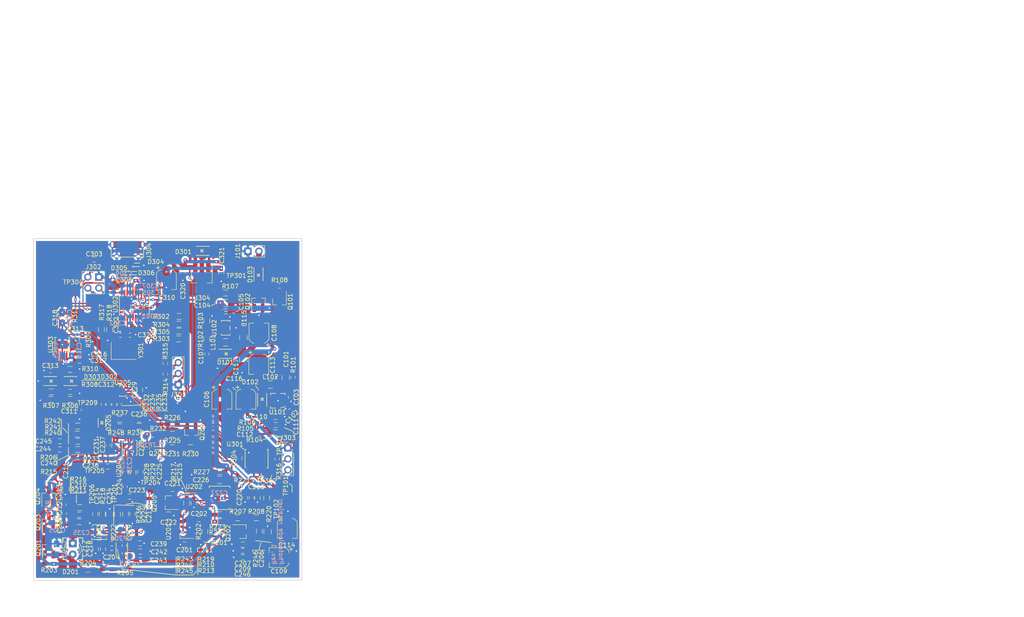
<source format=kicad_pcb>
(kicad_pcb (version 20171130) (host pcbnew 5.0.1)
  (title_block (title "Project Title"))
  (layers (0 F.Cu signal) (31 B.Cu signal) (34 B.Paste user) (35 F.Paste user) (36 B.SilkS user) (37 F.SilkS user) (38 B.Mask user) (39 F.Mask user) (44 Edge.Cuts user))
  (net 0 "")
  (net 1 /Digital/ADC_AIN)
  (net 2 GND)
  (net 3 +5V_USB)
  (net 4 /Digital/USB_DP)
  (net 5 /Digital/USB_DM)
  (net 6 "Net-(C102-Pad1)")
  (net 7 "Net-(C103-Pad1)")
  (net 8 /+5V)
  (net 9 "Net-(D102-Pad1)")
  (net 10 -12V)
  (net 11 "Net-(C112-Pad1)")
  (net 12 "Net-(C110-Pad1)")
  (net 13 "Net-(C228-Pad2)")
  (net 14 "Net-(C228-Pad1)")
  (net 15 "Net-(C225-Pad1)")
  (net 16 "Net-(C236-Pad1)")
  (net 17 "Net-(C232-Pad1)")
  (net 18 "Net-(R248-Pad2)")
  (net 19 "Net-(C237-Pad1)")
  (net 20 "Net-(R230-Pad1)")
  (net 21 "Net-(C226-Pad1)")
  (net 22 "Net-(C220-Pad1)")
  (net 23 /Digital/GAIN_ADC)
  (net 24 "Net-(Q206-Pad1)")
  (net 25 "Net-(Q202-Pad1)")
  (net 26 "Net-(R207-Pad2)")
  (net 27 "Net-(C202-Pad1)")
  (net 28 "Net-(C215-Pad1)")
  (net 29 /Photodiode/+5V0_PWR)
  (net 30 "Net-(Q205-Pad1)")
  (net 31 "Net-(R317-Pad2)")
  (net 32 "Net-(C322-Pad1)")
  (net 33 "Net-(C323-Pad1)")
  (net 34 /Digital/STM32_NRST)
  (net 35 /Digital/+3V3)
  (net 36 /Digital/DEBUG_TX)
  (net 37 /Digital/DEBUG_RX)
  (net 38 /Digital/STM32_TXD)
  (net 39 /Digital/STM32_RXD)
  (net 40 /Digital/ADC_NSS)
  (net 41 /Digital/ADC_SCK)
  (net 42 /Digital/ADC_MISO)
  (net 43 /Digital/ADC_MOSI)
  (net 44 /ANALOG_EN)
  (net 45 /Digital/STM32_SWDIO)
  (net 46 /Digital/STM32_SWCLK)
  (net 47 /Digital/+3V3A)
  (net 48 /Digital/AIN1)
  (net 49 "Net-(D103-Pad2)")
  (net 50 "Net-(D101-Pad2)")
  (net 51 +12V)
  (net 52 /Digital/GAIN_SEL)
  (net 53 "Net-(C232-Pad2)")
  (net 54 "Net-(C233-Pad2)")
  (net 55 "Net-(C210-Pad1)")
  (net 56 "Net-(D201-Pad2)")
  (net 57 "Net-(Q207-Pad3)")
  (net 58 "Net-(C107-Pad2)")
  (net 59 "Net-(C210-Pad2)")
  (net 60 "Net-(C212-Pad1)")
  (net 61 "Net-(C218-Pad1)")
  (net 62 "Net-(C219-Pad1)")
  (net 63 "Net-(C219-Pad2)")
  (net 64 "Net-(C234-Pad1)")
  (net 65 "Net-(R310-Pad2)")
  (net 66 "Net-(R312-Pad1)")
  (net 67 /Digital/GAIN_PDM)
  (net 68 /Digital/ATTINY_TXD)
  (net 69 /Digital/ATTINY_RXD)
  (net 70 /Digital/UPDI)
  (net 71 "Net-(J304-Pad4)")
  (net 72 "Net-(C205-Pad1)")
  (net 73 "Net-(C208-Pad1)")
  (net 74 /Photodiode/REF_5V0)
  (net 75 "Net-(U201-Pad3)")
  (net 76 "Net-(Q206-Pad3)")
  (net 77 /Photodiode/+10V)
  (net 78 "Net-(Q101-Pad1)")
  (net 79 "Net-(Q102-Pad1)")
  (net 80 "Net-(C203-Pad1)")
  (net 81 "Net-(Q204-Pad1)")
  (net 82 "Net-(C213-Pad1)")
  (net 83 "Net-(C222-Pad1)")
  (net 84 "Net-(J303-Pad2)")
  (net 85 "Net-(J301-Pad2)")
  (net 86 "Net-(J301-Pad3)")
  (net 87 "Net-(R241-Pad2)")
  (net 88 /Photodiode/+5V0_REF)
  (net 89 "Net-(C224-Pad2)")
  (net 90 /Photodiode/+7V5)
  (net 91 "Net-(C230-Pad1)")
  (net 92 "Net-(C231-Pad2)")
  (net 93 /Photodiode/+2V5)
  (net 94 "Net-(C223-Pad1)")
  (net 95 "Net-(C216-Pad1)")
  (net 96 "Net-(C211-Pad1)")
  (net 97 "Net-(C214-Pad2)")
  (net 98 "Net-(C311-Pad2)")
  (net 99 "Net-(C204-Pad1)")
  (net 100 /Photodiode/+1V0)
  (net 101 "Net-(C112-Pad2)")
  (module Measurement_Points:Measurement_Point_Round-SMD-Pad_Small (layer F.Cu) (at 40.15 153.725)
    (fp_text reference TP209 (at 0 -2) (layer F.SilkS))
    (fp_text value TestPoint)
    (pad 1 smd circle (at 0 0) (size 1.5 1.5) (layers F.Cu F.Mask) (net 1 /Digital/ADC_AIN))
  )
  (module Measurement_Points:Measurement_Point_Round-SMD-Pad_Small (layer F.Cu) (at 75.1 120.425)
    (fp_text reference TP301 (at -0.55 1.925) (layer F.SilkS))
    (fp_text value TestPoint)
    (pad 1 smd circle (at 0 0) (size 1.5 1.5) (layers F.Cu F.Mask) (net 3 +5V_USB))
  )
  (module Measurement_Points:Measurement_Point_Round-SMD-Pad_Small (layer F.Cu) (at 41.775 169.45)
    (fp_text reference TP205 (at 0 -2) (layer F.SilkS))
    (fp_text value TestPoint)
    (pad 1 smd circle (at 0 0) (size 1.5 1.5) (layers F.Cu F.Mask) (net 90 /Photodiode/+7V5))
  )
  (module Measurement_Points:Measurement_Point_Round-SMD-Pad_Small (layer F.Cu) (at 82.875 167.05)
    (fp_text reference TP302 (at -1.285 2.75) (layer F.SilkS))
    (fp_text value TestPoint)
    (pad 1 smd circle (at 0 0) (size 1.5 1.5) (layers F.Cu F.Mask) (net 68 /Digital/ATTINY_TXD))
  )
  (module Measurement_Points:Measurement_Point_Round-SMD-Pad_Small (layer F.Cu) (at 83.025 162.975)
    (fp_text reference TP303 (at 1.465 -1.415 90) (layer F.SilkS))
    (fp_text value TestPoint)
    (pad 1 smd circle (at 0 0) (size 1.5 1.5) (layers F.Cu F.Mask) (net 69 /Digital/ATTINY_RXD))
  )
  (module Measurement_Points:Measurement_Point_Round-SMD-Pad_Small (layer F.Cu) (at 36.775 125.825)
    (fp_text reference TP304 (at 0 -2) (layer F.SilkS))
    (fp_text value TestPoint)
    (pad 1 smd circle (at 0 0) (size 1.5 1.5) (layers F.Cu F.Mask) (net 35 /Digital/+3V3))
  )
  (module Measurement_Points:Measurement_Point_Round-SMD-Pad_Small (layer B.Cu) (at 53.6 159.5)
    (fp_text reference TP208 (at 0 2) (layer B.SilkS) (effects (justify mirror)))
    (fp_text value TestPoint)
    (pad 1 smd circle (at 0 0) (size 1.5 1.5) (layers B.Cu B.Mask) (net 13 "Net-(C228-Pad2)"))
  )
  (module Measurement_Points:Measurement_Point_Round-SMD-Pad_Small (layer F.Cu) (at 39.5 173.875)
    (fp_text reference TP206 (at 1.65 -1.05 90) (layer F.SilkS))
    (fp_text value TestPoint)
    (pad 1 smd circle (at 0 0) (size 1.5 1.5) (layers F.Cu F.Mask) (net 59 "Net-(C210-Pad2)"))
  )
  (module Measurement_Points:Measurement_Point_Round-SMD-Pad_Small (layer F.Cu) (at 54.725 172.175)
    (fp_text reference TP204 (at 0 -2) (layer F.SilkS))
    (fp_text value TestPoint)
    (pad 1 smd circle (at 0 0) (size 1.5 1.5) (layers F.Cu F.Mask) (net 93 /Photodiode/+2V5))
  )
  (module Measurement_Points:Measurement_Point_Round-SMD-Pad_Small (layer B.Cu) (at 49.85 187.175)
    (fp_text reference TP202 (at 0 2) (layer B.SilkS) (effects (justify mirror)))
    (fp_text value TestPoint)
    (pad 1 smd circle (at 0 0) (size 1.5 1.5) (layers B.Cu B.Mask) (net 100 /Photodiode/+1V0))
  )
  (module Measurement_Points:Measurement_Point_Round-SMD-Pad_Small (layer F.Cu) (at 45.2 169.75)
    (fp_text reference TP201 (at 1.175 2.875 270) (layer F.SilkS))
    (fp_text value TestPoint)
    (pad 1 smd circle (at 0 0) (size 1.5 1.5) (layers F.Cu F.Mask) (net 2 GND))
  )
  (module Measurement_Points:Measurement_Point_Round-SMD-Pad_Small (layer F.Cu) (at 83.95 173.1)
    (fp_text reference TP102 (at -0.18 3.18 90) (layer F.SilkS))
    (fp_text value TestPoint)
    (pad 1 smd circle (at 0 0) (size 1.5 1.5) (layers F.Cu F.Mask) (net 51 +12V))
  )
  (module Measurement_Points:Measurement_Point_Round-SMD-Pad_Small (layer F.Cu) (at 87.125 173.625)
    (fp_text reference TP101 (at -1.215 -2.695 90) (layer F.SilkS))
    (fp_text value TestPoint)
    (pad 1 smd circle (at 0 0) (size 1.5 1.5) (layers F.Cu F.Mask) (net 10 -12V))
  )
  (module Measurement_Points:Measurement_Point_Round-SMD-Pad_Small (layer B.Cu) (at 47.775 181.1)
    (fp_text reference TP207 (at 0 2) (layer B.SilkS) (effects (justify mirror)))
    (fp_text value TestPoint)
    (pad 1 smd circle (at 0 0) (size 1.5 1.5) (layers B.Cu B.Mask) (net 63 "Net-(C219-Pad2)"))
  )
  (module Capacitors_SMD:CP_Elec_4x5.3 (layer F.Cu) (at 58.35 123.25 270)
    (fp_text reference C310 (at 4.15 -0.125 180) (layer F.SilkS))
    (fp_text value "4.7 uF")
    (fp_text user + (at -2.77 2.01 270) (layer F.SilkS))
    (pad 2 smd rect (at 1.8 0 90) (size 2.6 1.6) (layers F.Cu F.Paste F.Mask) (net 2 GND))
    (pad 1 smd rect (at -1.8 0 90) (size 2.6 1.6) (layers F.Cu F.Paste F.Mask) (net 35 /Digital/+3V3))
  )
  (module Capacitors_SMD:CP_Elec_4x5.3 (layer F.Cu) (at 71.2 150.9 270)
    (fp_text reference C106 (at 0 3.54 270) (layer F.SilkS))
    (fp_text value "4.7 uF")
    (fp_text user + (at -2.77 2.01 270) (layer F.SilkS))
    (pad 1 smd rect (at -1.8 0 90) (size 2.6 1.6) (layers F.Cu F.Paste F.Mask) (net 2 GND))
    (pad 2 smd rect (at 1.8 0 90) (size 2.6 1.6) (layers F.Cu F.Paste F.Mask) (net 10 -12V))
  )
  (module Capacitors_SMD:CP_Elec_4x5.3 (layer F.Cu) (at 79.75 135.6 90)
    (fp_text reference C108 (at 0 3.54 90) (layer F.SilkS))
    (fp_text value "4.7 uF")
    (fp_text user + (at -2.77 2.01 90) (layer F.SilkS))
    (pad 2 smd rect (at 1.8 0 270) (size 2.6 1.6) (layers F.Cu F.Paste F.Mask) (net 2 GND))
    (pad 1 smd rect (at -1.8 0 270) (size 2.6 1.6) (layers F.Cu F.Paste F.Mask) (net 51 +12V))
  )
  (module Capacitors_SMD:CP_Elec_4x5.3 (layer F.Cu) (at 84.4 187.5 180)
    (fp_text reference C109 (at 0.03 -3.15) (layer F.SilkS))
    (fp_text value "4.7 uF")
    (fp_text user + (at -2.77 2.01 180) (layer F.SilkS))
    (pad 1 smd rect (at -1.8 0) (size 2.6 1.6) (layers F.Cu F.Paste F.Mask) (net 2 GND))
    (pad 2 smd rect (at 1.8 0) (size 2.6 1.6) (layers F.Cu F.Paste F.Mask) (net 10 -12V))
  )
  (module Capacitors_SMD:CP_Elec_4x5.3 (layer F.Cu) (at 76.75 150.9 270)
    (fp_text reference C116 (at -4.775 2.7) (layer F.SilkS))
    (fp_text value "4.7 uF")
    (fp_text user + (at -2.77 2.01 270) (layer F.SilkS))
    (pad 2 smd rect (at 1.8 0 90) (size 2.6 1.6) (layers F.Cu F.Paste F.Mask) (net 10 -12V))
    (pad 1 smd rect (at -1.8 0 90) (size 2.6 1.6) (layers F.Cu F.Paste F.Mask) (net 2 GND))
  )
  (module Capacitors_SMD:CP_Elec_4x5.3 (layer F.Cu) (at 86.3 180.75 270)
    (fp_text reference C114 (at 3.84 0.09) (layer F.SilkS))
    (fp_text value "4.7 uF")
    (fp_text user + (at -2.77 2.01 270) (layer F.SilkS))
    (pad 1 smd rect (at -1.8 0 90) (size 2.6 1.6) (layers F.Cu F.Paste F.Mask) (net 2 GND))
    (pad 2 smd rect (at 1.8 0 90) (size 2.6 1.6) (layers F.Cu F.Paste F.Mask) (net 10 -12V))
  )
  (module Capacitors_SMD:CP_Elec_4x5.3 (layer F.Cu) (at 79.7 142.85 270)
    (fp_text reference C113 (at 0.15 -3.2 270) (layer F.SilkS))
    (fp_text value "4.7 uF")
    (fp_text user + (at -2.77 2.01 270) (layer F.SilkS))
    (pad 2 smd rect (at 1.8 0 90) (size 2.6 1.6) (layers F.Cu F.Paste F.Mask) (net 2 GND))
    (pad 1 smd rect (at -1.8 0 90) (size 2.6 1.6) (layers F.Cu F.Paste F.Mask) (net 51 +12V))
  )
  (module Capacitors_SMD:C_0402 (layer F.Cu) (at 34.714491 175.253465 90)
    (fp_text reference C213 (at 2.793465 -1.174491 90) (layer F.SilkS))
    (fp_text value "1 nF")
    (pad 2 smd rect (at 0.55 0 90) (size 0.6 0.5) (layers F.Cu F.Paste F.Mask) (net 2 GND))
    (pad 1 smd rect (at -0.55 0 90) (size 0.6 0.5) (layers F.Cu F.Paste F.Mask) (net 82 "Net-(C213-Pad1)"))
  )
  (module Capacitors_SMD:C_0402 (layer F.Cu) (at 34.764491 179.353465 270)
    (fp_text reference C208 (at 0.716535 1.094491 270) (layer F.SilkS))
    (fp_text value "33 nF")
    (pad 1 smd rect (at -0.55 0 270) (size 0.6 0.5) (layers F.Cu F.Paste F.Mask) (net 73 "Net-(C208-Pad1)"))
    (pad 2 smd rect (at 0.55 0 270) (size 0.6 0.5) (layers F.Cu F.Paste F.Mask) (net 2 GND))
  )
  (module Capacitors_SMD:C_0402 (layer F.Cu) (at 87.1 153.5 45)
    (fp_text reference C102 (at -0.855599 1.279863 45) (layer F.SilkS))
    (fp_text value "4.7 nF")
    (pad 2 smd rect (at 0.55 0 45) (size 0.6 0.5) (layers F.Cu F.Paste F.Mask) (net 2 GND))
    (pad 1 smd rect (at -0.55 0 45) (size 0.6 0.5) (layers F.Cu F.Paste F.Mask) (net 6 "Net-(C102-Pad1)"))
  )
  (module Capacitors_SMD:C_0402 (layer F.Cu) (at 38.2 153.35 90)
    (fp_text reference C311 (at -0.34 -2.31 180) (layer F.SilkS))
    (fp_text value "1 nF")
    (pad 1 smd rect (at -0.55 0 90) (size 0.6 0.5) (layers F.Cu F.Paste F.Mask) (net 1 /Digital/ADC_AIN))
    (pad 2 smd rect (at 0.55 0 90) (size 0.6 0.5) (layers F.Cu F.Paste F.Mask) (net 98 "Net-(C311-Pad2)"))
  )
  (module Capacitors_SMD:C_0402 (layer F.Cu) (at 49.95 136.1)
    (fp_text reference C323 (at 3.675 -0.05) (layer F.SilkS))
    (fp_text value "22 pF")
    (pad 2 smd rect (at 0.55 0) (size 0.6 0.5) (layers F.Cu F.Paste F.Mask) (net 2 GND))
    (pad 1 smd rect (at -0.55 0) (size 0.6 0.5) (layers F.Cu F.Paste F.Mask) (net 33 "Net-(C323-Pad1)"))
  )
  (module Capacitors_SMD:C_0402 (layer F.Cu) (at 44.85 161.55 90)
    (fp_text reference C231 (at -0.15 -2.675 90) (layer F.SilkS))
    (fp_text value "33 nF")
    (pad 1 smd rect (at -0.55 0 90) (size 0.6 0.5) (layers F.Cu F.Paste F.Mask) (net 91 "Net-(C230-Pad1)"))
    (pad 2 smd rect (at 0.55 0 90) (size 0.6 0.5) (layers F.Cu F.Paste F.Mask) (net 92 "Net-(C231-Pad2)"))
  )
  (module Capacitors_SMD:C_0402 (layer F.Cu) (at 43.8 152.1 90)
    (fp_text reference C232 (at 0.5 9.95 90) (layer F.SilkS))
    (fp_text value "10 pF DNP")
    (pad 2 smd rect (at 0.55 0 90) (size 0.6 0.5) (layers F.Cu F.Paste F.Mask) (net 53 "Net-(C232-Pad2)"))
    (pad 1 smd rect (at -0.55 0 90) (size 0.6 0.5) (layers F.Cu F.Paste F.Mask) (net 17 "Net-(C232-Pad1)"))
  )
  (module Capacitors_SMD:C_0402 (layer F.Cu) (at 79.95 158.95 180)
    (fp_text reference C112 (at 3.46 -0.08 180) (layer F.SilkS))
    (fp_text value "10 pF")
    (pad 1 smd rect (at -0.55 0 180) (size 0.6 0.5) (layers F.Cu F.Paste F.Mask) (net 11 "Net-(C112-Pad1)"))
    (pad 2 smd rect (at 0.55 0 180) (size 0.6 0.5) (layers F.Cu F.Paste F.Mask) (net 101 "Net-(C112-Pad2)"))
  )
  (module Capacitors_SMD:C_0402 (layer F.Cu) (at 47.75 136.1 180)
    (fp_text reference C322 (at 0.975 2.3 270) (layer F.SilkS))
    (fp_text value "22 pF")
    (pad 2 smd rect (at 0.55 0 180) (size 0.6 0.5) (layers F.Cu F.Paste F.Mask) (net 2 GND))
    (pad 1 smd rect (at -0.55 0 180) (size 0.6 0.5) (layers F.Cu F.Paste F.Mask) (net 32 "Net-(C322-Pad1)"))
  )
  (module Capacitors_SMD:C_0402 (layer F.Cu) (at 67.75 140.45 270)
    (fp_text reference C107 (at 0.425 1.4 270) (layer F.SilkS))
    (fp_text value "1 nF")
    (pad 1 smd rect (at -0.55 0 270) (size 0.6 0.5) (layers F.Cu F.Paste F.Mask) (net 51 +12V))
    (pad 2 smd rect (at 0.55 0 270) (size 0.6 0.5) (layers F.Cu F.Paste F.Mask) (net 58 "Net-(C107-Pad2)"))
  )
  (module Capacitors_SMD:C_0402 (layer F.Cu) (at 87.65 145.85 270)
    (fp_text reference R101 (at -2.925 -0.025 270) (layer F.SilkS))
    (fp_text value 10)
    (pad 2 smd rect (at 0.55 0 270) (size 0.6 0.5) (layers F.Cu F.Paste F.Mask) (net 7 "Net-(C103-Pad1)"))
    (pad 1 smd rect (at -0.55 0 270) (size 0.6 0.5) (layers F.Cu F.Paste F.Mask) (net 8 /+5V))
  )
  (module Capacitors_SMD:C_0402 (layer F.Cu) (at 48.85 171.1 90)
    (fp_text reference C224 (at 0 -1.27 90) (layer F.SilkS))
    (fp_text value "33 nF")
    (pad 1 smd rect (at -0.55 0 90) (size 0.6 0.5) (layers F.Cu F.Paste F.Mask) (net 94 "Net-(C223-Pad1)"))
    (pad 2 smd rect (at 0.55 0 90) (size 0.6 0.5) (layers F.Cu F.Paste F.Mask) (net 89 "Net-(C224-Pad2)"))
  )
  (module Capacitors_SMD:C_0402 (layer F.Cu) (at 47.5 152.1 90)
    (fp_text reference C233 (at 0.55 10.475 90) (layer F.SilkS))
    (fp_text value "270 pF")
    (pad 2 smd rect (at 0.55 0 90) (size 0.6 0.5) (layers F.Cu F.Paste F.Mask) (net 54 "Net-(C233-Pad2)"))
    (pad 1 smd rect (at -0.55 0 90) (size 0.6 0.5) (layers F.Cu F.Paste F.Mask) (net 17 "Net-(C232-Pad1)"))
  )
  (module Capacitors_SMD:C_0402 (layer F.Cu) (at 31.55 144.3 180)
    (fp_text reference C313 (at 0.02 1.16 180) (layer F.SilkS))
    (fp_text value "100 pF")
    (pad 1 smd rect (at -0.55 0 180) (size 0.6 0.5) (layers F.Cu F.Paste F.Mask) (net 48 /Digital/AIN1))
    (pad 2 smd rect (at 0.55 0 180) (size 0.6 0.5) (layers F.Cu F.Paste F.Mask) (net 2 GND))
  )
  (module Capacitors_SMD:C_0402 (layer F.Cu) (at 48.714491 181.653465 90)
    (fp_text reference C219 (at -0.096535 1.110509 90) (layer F.SilkS))
    (fp_text value "56 pF")
    (pad 2 smd rect (at 0.55 0 90) (size 0.6 0.5) (layers F.Cu F.Paste F.Mask) (net 63 "Net-(C219-Pad2)"))
    (pad 1 smd rect (at -0.55 0 90) (size 0.6 0.5) (layers F.Cu F.Paste F.Mask) (net 62 "Net-(C219-Pad1)"))
  )
  (module Capacitors_SMD:C_0603_HandSoldering (layer F.Cu) (at 34.3 132.1 90)
    (fp_text reference C318 (at -0.01 -1.69 90) (layer F.SilkS))
    (fp_text value "100 nF")
    (pad 1 smd rect (at -0.95 0 90) (size 1.2 0.75) (layers F.Cu F.Paste F.Mask) (net 35 /Digital/+3V3))
    (pad 2 smd rect (at 0.95 0 90) (size 1.2 0.75) (layers F.Cu F.Paste F.Mask) (net 2 GND))
  )
  (module Capacitors_SMD:C_0603_HandSoldering (layer F.Cu) (at 38.164491 177.603465)
    (fp_text reference C210 (at -0.139491 -6.903465) (layer F.SilkS))
    (fp_text value "2 pF")
    (pad 2 smd rect (at 0.95 0) (size 1.2 0.75) (layers F.Cu F.Paste F.Mask) (net 59 "Net-(C210-Pad2)"))
    (pad 1 smd rect (at -0.95 0) (size 1.2 0.75) (layers F.Cu F.Paste F.Mask) (net 55 "Net-(C210-Pad1)"))
  )
  (module Capacitors_SMD:C_0603_HandSoldering (layer F.Cu) (at 76 185.95 180)
    (fp_text reference C209 (at 0.05 -4.15 180) (layer F.SilkS))
    (fp_text value "1 uF")
    (pad 1 smd rect (at -0.95 0 180) (size 1.2 0.75) (layers F.Cu F.Paste F.Mask) (net 77 /Photodiode/+10V))
    (pad 2 smd rect (at 0.95 0 180) (size 1.2 0.75) (layers F.Cu F.Paste F.Mask) (net 2 GND))
  )
  (module Capacitors_SMD:C_0603_HandSoldering (layer F.Cu) (at 76 184.5 180)
    (fp_text reference C207 (at 0 -4.35 180) (layer F.SilkS))
    (fp_text value "100 nF")
    (pad 2 smd rect (at 0.95 0 180) (size 1.2 0.75) (layers F.Cu F.Paste F.Mask) (net 2 GND))
    (pad 1 smd rect (at -0.95 0 180) (size 1.2 0.75) (layers F.Cu F.Paste F.Mask) (net 77 /Photodiode/+10V))
  )
  (module Capacitors_SMD:C_0603_HandSoldering (layer F.Cu) (at 62.15 121.4 270)
    (fp_text reference C320 (at 4.5 -0.05 270) (layer F.SilkS))
    (fp_text value "100 nF")
    (pad 1 smd rect (at -0.95 0 270) (size 1.2 0.75) (layers F.Cu F.Paste F.Mask) (net 3 +5V_USB))
    (pad 2 smd rect (at 0.95 0 270) (size 1.2 0.75) (layers F.Cu F.Paste F.Mask) (net 2 GND))
  )
  (module Capacitors_SMD:C_0603_HandSoldering (layer F.Cu) (at 44.7 188.5 180)
    (fp_text reference C204 (at -0.9 1.075 180) (layer F.SilkS))
    (fp_text value "1 uF")
    (pad 2 smd rect (at 0.95 0 180) (size 1.2 0.75) (layers F.Cu F.Paste F.Mask) (net 2 GND))
    (pad 1 smd rect (at -0.95 0 180) (size 1.2 0.75) (layers F.Cu F.Paste F.Mask) (net 99 "Net-(C204-Pad1)"))
  )
  (module Capacitors_SMD:C_0603_HandSoldering (layer F.Cu) (at 65.85 178.6 180)
    (fp_text reference C202 (at -0.04 1.25 180) (layer F.SilkS))
    (fp_text value "1 uF")
    (pad 1 smd rect (at -0.95 0 180) (size 1.2 0.75) (layers F.Cu F.Paste F.Mask) (net 27 "Net-(C202-Pad1)"))
    (pad 2 smd rect (at 0.95 0 180) (size 1.2 0.75) (layers F.Cu F.Paste F.Mask) (net 2 GND))
  )
  (module Capacitors_SMD:C_0603_HandSoldering (layer F.Cu) (at 62.55 184.5 180)
    (fp_text reference C201 (at 0 -1.25 180) (layer F.SilkS))
    (fp_text value "1 uF")
    (pad 2 smd rect (at 0.95 0 180) (size 1.2 0.75) (layers F.Cu F.Paste F.Mask) (net 2 GND))
    (pad 1 smd rect (at -0.95 0 180) (size 1.2 0.75) (layers F.Cu F.Paste F.Mask) (net 74 /Photodiode/REF_5V0))
  )
  (module Capacitors_SMD:C_0603_HandSoldering (layer F.Cu) (at 83.6 156.85)
    (fp_text reference C111 (at 4.675 0.35 90) (layer F.SilkS))
    (fp_text value "100 nF")
    (pad 1 smd rect (at -0.95 0) (size 1.2 0.75) (layers F.Cu F.Paste F.Mask) (net 12 "Net-(C110-Pad1)"))
    (pad 2 smd rect (at 0.95 0) (size 1.2 0.75) (layers F.Cu F.Paste F.Mask) (net 2 GND))
  )
  (module Capacitors_SMD:C_0603_HandSoldering (layer F.Cu) (at 72.1 130.6)
    (fp_text reference C105 (at 3.55 -2.2 90) (layer F.SilkS))
    (fp_text value "100 nF")
    (pad 2 smd rect (at 0.95 0) (size 1.2 0.75) (layers F.Cu F.Paste F.Mask) (net 2 GND))
    (pad 1 smd rect (at -0.95 0) (size 1.2 0.75) (layers F.Cu F.Paste F.Mask) (net 8 /+5V))
  )
  (module Capacitors_SMD:C_0603_HandSoldering (layer F.Cu) (at 59.8 171.6)
    (fp_text reference C221 (at 0 -1.25) (layer F.SilkS))
    (fp_text value "1 uF")
    (pad 1 smd rect (at -0.95 0) (size 1.2 0.75) (layers F.Cu F.Paste F.Mask) (net 29 /Photodiode/+5V0_PWR))
    (pad 2 smd rect (at 0.95 0) (size 1.2 0.75) (layers F.Cu F.Paste F.Mask) (net 2 GND))
  )
  (module Capacitors_SMD:C_0603_HandSoldering (layer F.Cu) (at 42.014491 185.553465 270)
    (fp_text reference C212 (at -0.113465 2.534491 270) (layer F.SilkS))
    (fp_text value "100 nF")
    (pad 2 smd rect (at 0.95 0 270) (size 1.2 0.75) (layers F.Cu F.Paste F.Mask) (net 2 GND))
    (pad 1 smd rect (at -0.95 0 270) (size 1.2 0.75) (layers F.Cu F.Paste F.Mask) (net 60 "Net-(C212-Pad1)"))
  )
  (module Capacitors_SMD:C_0603_HandSoldering (layer B.Cu) (at 70.6 173.8 180)
    (fp_text reference C227 (at 0 1.25 180) (layer B.SilkS) (effects (justify mirror)))
    (fp_text value "1 uF")
    (pad 1 smd rect (at -0.95 0 180) (size 1.2 0.75) (layers B.Cu B.Paste B.Mask) (net 21 "Net-(C226-Pad1)"))
    (pad 2 smd rect (at 0.95 0 180) (size 1.2 0.75) (layers B.Cu B.Paste B.Mask) (net 2 GND))
  )
  (module Capacitors_SMD:C_0603_HandSoldering (layer F.Cu) (at 38.285566 140.46915)
    (fp_text reference C316 (at 4.464434 0.07085) (layer F.SilkS))
    (fp_text value "100 nF")
    (pad 2 smd rect (at 0.95 0) (size 1.2 0.75) (layers F.Cu F.Paste F.Mask) (net 2 GND))
    (pad 1 smd rect (at -0.95 0) (size 1.2 0.75) (layers F.Cu F.Paste F.Mask) (net 47 /Digital/+3V3A))
  )
  (module Capacitors_SMD:C_0603_HandSoldering (layer F.Cu) (at 52.35 167.7 270)
    (fp_text reference C225 (at -0.08 -4.42 270) (layer F.SilkS))
    (fp_text value "100 nF")
    (pad 1 smd rect (at -0.95 0 270) (size 1.2 0.75) (layers F.Cu F.Paste F.Mask) (net 15 "Net-(C225-Pad1)"))
    (pad 2 smd rect (at 0.95 0 270) (size 1.2 0.75) (layers F.Cu F.Paste F.Mask) (net 2 GND))
  )
  (module Capacitors_SMD:C_0603_HandSoldering (layer F.Cu) (at 49.85 173.4)
    (fp_text reference C223 (at 1.7 -1.475) (layer F.SilkS))
    (fp_text value "3.3 nF")
    (pad 2 smd rect (at 0.95 0) (size 1.2 0.75) (layers F.Cu F.Paste F.Mask) (net 2 GND))
    (pad 1 smd rect (at -0.95 0) (size 1.2 0.75) (layers F.Cu F.Paste F.Mask) (net 94 "Net-(C223-Pad1)"))
  )
  (module Capacitors_SMD:C_0603_HandSoldering (layer F.Cu) (at 38.285566 141.96915)
    (fp_text reference C317 (at 4.394434 0.00085) (layer F.SilkS))
    (fp_text value "100 nF")
    (pad 1 smd rect (at -0.95 0) (size 1.2 0.75) (layers F.Cu F.Paste F.Mask) (net 47 /Digital/+3V3A))
    (pad 2 smd rect (at 0.95 0) (size 1.2 0.75) (layers F.Cu F.Paste F.Mask) (net 2 GND))
  )
  (module Capacitors_SMD:C_0603_HandSoldering (layer F.Cu) (at 76.55 173.7 270)
    (fp_text reference C220 (at -0.14 1.34 270) (layer F.SilkS))
    (fp_text value "100 nF")
    (pad 2 smd rect (at 0.95 0 270) (size 1.2 0.75) (layers F.Cu F.Paste F.Mask) (net 2 GND))
    (pad 1 smd rect (at -0.95 0 270) (size 1.2 0.75) (layers F.Cu F.Paste F.Mask) (net 22 "Net-(C220-Pad1)"))
  )
  (module Capacitors_SMD:C_0603_HandSoldering (layer F.Cu) (at 43.714491 185.553465 270)
    (fp_text reference C218 (at -0.113465 2.994491 270) (layer F.SilkS))
    (fp_text value "100 nF")
    (pad 1 smd rect (at -0.95 0 270) (size 1.2 0.75) (layers F.Cu F.Paste F.Mask) (net 61 "Net-(C218-Pad1)"))
    (pad 2 smd rect (at 0.95 0 270) (size 1.2 0.75) (layers F.Cu F.Paste F.Mask) (net 2 GND))
  )
  (module Capacitors_SMD:C_0603_HandSoldering (layer F.Cu) (at 50.55 177.4 270)
    (fp_text reference C217 (at 0.175 -3.8 270) (layer F.SilkS))
    (fp_text value "100 nF")
    (pad 2 smd rect (at 0.95 0 270) (size 1.2 0.75) (layers F.Cu F.Paste F.Mask) (net 2 GND))
    (pad 1 smd rect (at -0.95 0 270) (size 1.2 0.75) (layers F.Cu F.Paste F.Mask) (net 29 /Photodiode/+5V0_PWR))
  )
  (module Capacitors_SMD:C_0603_HandSoldering (layer F.Cu) (at 79.4 173.75 270)
    (fp_text reference C216 (at -2.59 0.26) (layer F.SilkS))
    (fp_text value "1 uF")
    (pad 1 smd rect (at -0.95 0 270) (size 1.2 0.75) (layers F.Cu F.Paste F.Mask) (net 95 "Net-(C216-Pad1)"))
    (pad 2 smd rect (at 0.95 0 270) (size 1.2 0.75) (layers F.Cu F.Paste F.Mask) (net 2 GND))
  )
  (module Capacitors_SMD:C_0603_HandSoldering (layer F.Cu) (at 64.7 174.95 270)
    (fp_text reference C215 (at -7.36 3.28 270) (layer F.SilkS))
    (fp_text value "1 uF")
    (pad 2 smd rect (at 0.95 0 270) (size 1.2 0.75) (layers F.Cu F.Paste F.Mask) (net 2 GND))
    (pad 1 smd rect (at -0.95 0 270) (size 1.2 0.75) (layers F.Cu F.Paste F.Mask) (net 28 "Net-(C215-Pad1)"))
  )
  (module Capacitors_SMD:C_0603_HandSoldering (layer F.Cu) (at 53.85 162.2 90)
    (fp_text reference C228 (at 0 -1.25 90) (layer F.SilkS))
    (fp_text value "2 pF")
    (pad 1 smd rect (at -0.95 0 90) (size 1.2 0.75) (layers F.Cu F.Paste F.Mask) (net 14 "Net-(C228-Pad1)"))
    (pad 2 smd rect (at 0.95 0 90) (size 1.2 0.75) (layers F.Cu F.Paste F.Mask) (net 13 "Net-(C228-Pad2)"))
  )
  (module Capacitors_SMD:C_0603_HandSoldering (layer F.Cu) (at 41.914491 177.403465 90)
    (fp_text reference C214 (at 4.128465 0.410509 90) (layer F.SilkS))
    (fp_text value "150 nF")
    (pad 2 smd rect (at 0.95 0 90) (size 1.2 0.75) (layers F.Cu F.Paste F.Mask) (net 97 "Net-(C214-Pad2)"))
    (pad 1 smd rect (at -0.95 0 90) (size 1.2 0.75) (layers F.Cu F.Paste F.Mask) (net 59 "Net-(C210-Pad2)"))
  )
  (module Capacitors_SMD:C_0603_HandSoldering (layer F.Cu) (at 83.55 154.95)
    (fp_text reference C110 (at -3.75 0) (layer F.SilkS))
    (fp_text value "100 nF")
    (pad 1 smd rect (at -0.95 0) (size 1.2 0.75) (layers F.Cu F.Paste F.Mask) (net 12 "Net-(C110-Pad1)"))
    (pad 2 smd rect (at 0.95 0) (size 1.2 0.75) (layers F.Cu F.Paste F.Mask) (net 2 GND))
  )
  (module Capacitors_SMD:C_0603_HandSoldering (layer F.Cu) (at 71.05 121.6 270)
    (fp_text reference C321 (at -3.975 -0.125 270) (layer F.SilkS))
    (fp_text value "100 nF")
    (pad 2 smd rect (at 0.95 0 270) (size 1.2 0.75) (layers F.Cu F.Paste F.Mask) (net 2 GND))
    (pad 1 smd rect (at -0.95 0 270) (size 1.2 0.75) (layers F.Cu F.Paste F.Mask) (net 35 /Digital/+3V3))
  )
  (module Capacitors_SMD:C_0603_HandSoldering (layer F.Cu) (at 67.25 184.5 180)
    (fp_text reference C241 (at 0 -1.25 180) (layer F.SilkS))
    (fp_text value "100 nF")
    (pad 1 smd rect (at -0.95 0 180) (size 1.2 0.75) (layers F.Cu F.Paste F.Mask) (net 51 +12V))
    (pad 2 smd rect (at 0.95 0 180) (size 1.2 0.75) (layers F.Cu F.Paste F.Mask) (net 2 GND))
  )
  (module Capacitors_SMD:C_0603_HandSoldering (layer F.Cu) (at 37.8 164.2)
    (fp_text reference C240 (at -6.625 1.475) (layer F.SilkS))
    (fp_text value "100 nF")
    (pad 2 smd rect (at 0.95 0) (size 1.2 0.75) (layers F.Cu F.Paste F.Mask) (net 2 GND))
    (pad 1 smd rect (at -0.95 0) (size 1.2 0.75) (layers F.Cu F.Paste F.Mask) (net 77 /Photodiode/+10V))
  )
  (module Capacitors_SMD:C_0603_HandSoldering (layer F.Cu) (at 52.25 184.2)
    (fp_text reference C239 (at 4.32 0.16) (layer F.SilkS))
    (fp_text value "100 nF")
    (pad 1 smd rect (at -0.95 0) (size 1.2 0.75) (layers F.Cu F.Paste F.Mask) (net 29 /Photodiode/+5V0_PWR))
    (pad 2 smd rect (at 0.95 0) (size 1.2 0.75) (layers F.Cu F.Paste F.Mask) (net 2 GND))
  )
  (module Capacitors_SMD:C_0603_HandSoldering (layer B.Cu) (at 49.8 162.15 270)
    (fp_text reference C238 (at 3.975 -0.05 270) (layer B.SilkS) (effects (justify mirror)))
    (fp_text value "1 uF")
    (pad 2 smd rect (at 0.95 0 270) (size 1.2 0.75) (layers B.Cu B.Paste B.Mask) (net 2 GND))
    (pad 1 smd rect (at -0.95 0 270) (size 1.2 0.75) (layers B.Cu B.Paste B.Mask) (net 19 "Net-(C237-Pad1)"))
  )
  (module Capacitors_SMD:C_0603_HandSoldering (layer F.Cu) (at 52.05 155.6)
    (fp_text reference C236 (at 0 -1.25) (layer F.SilkS))
    (fp_text value "100 nF")
    (pad 1 smd rect (at -0.95 0) (size 1.2 0.75) (layers F.Cu F.Paste F.Mask) (net 16 "Net-(C236-Pad1)"))
    (pad 2 smd rect (at 0.95 0) (size 1.2 0.75) (layers F.Cu F.Paste F.Mask) (net 2 GND))
  )
  (module Capacitors_SMD:C_0603_HandSoldering (layer B.Cu) (at 42.85 181.6 180)
    (fp_text reference C235 (at 4.15 -0.15 180) (layer B.SilkS) (effects (justify mirror)))
    (fp_text value "1 uF")
    (pad 2 smd rect (at 0.95 0 180) (size 1.2 0.75) (layers B.Cu B.Paste B.Mask) (net 2 GND))
    (pad 1 smd rect (at -0.95 0 180) (size 1.2 0.75) (layers B.Cu B.Paste B.Mask) (net 64 "Net-(C234-Pad1)"))
  )
  (module Capacitors_SMD:C_0603_HandSoldering (layer F.Cu) (at 44.802183 166.448858)
    (fp_text reference C230 (at -4.002183 -0.273858) (layer F.SilkS))
    (fp_text value "3.3 nF")
    (pad 1 smd rect (at -0.95 0) (size 1.2 0.75) (layers F.Cu F.Paste F.Mask) (net 91 "Net-(C230-Pad1)"))
    (pad 2 smd rect (at 0.95 0) (size 1.2 0.75) (layers F.Cu F.Paste F.Mask) (net 2 GND))
  )
  (module Capacitors_SMD:C_0603_HandSoldering (layer F.Cu) (at 52.35 186.1)
    (fp_text reference C242 (at 4.32 0.1) (layer F.SilkS))
    (fp_text value "100 nF")
    (pad 2 smd rect (at 0.95 0) (size 1.2 0.75) (layers F.Cu F.Paste F.Mask) (net 2 GND))
    (pad 1 smd rect (at -0.95 0) (size 1.2 0.75) (layers F.Cu F.Paste F.Mask) (net 93 /Photodiode/+2V5))
  )
  (module Capacitors_SMD:C_0603_HandSoldering (layer F.Cu) (at 52.35 188.1)
    (fp_text reference C243 (at 4.25 0.05) (layer F.SilkS))
    (fp_text value "100 nF")
    (pad 1 smd rect (at -0.95 0) (size 1.2 0.75) (layers F.Cu F.Paste F.Mask) (net 100 /Photodiode/+1V0))
    (pad 2 smd rect (at 0.95 0) (size 1.2 0.75) (layers F.Cu F.Paste F.Mask) (net 2 GND))
  )
  (module Capacitors_SMD:C_0603_HandSoldering (layer F.Cu) (at 33.7 162.5 180)
    (fp_text reference C244 (at 3.9 0.1 180) (layer F.SilkS))
    (fp_text value "100 nF")
    (pad 2 smd rect (at 0.95 0 180) (size 1.2 0.75) (layers F.Cu F.Paste F.Mask) (net 2 GND))
    (pad 1 smd rect (at -0.95 0 180) (size 1.2 0.75) (layers F.Cu F.Paste F.Mask) (net 90 /Photodiode/+7V5))
  )
  (module Capacitors_SMD:C_0603_HandSoldering (layer F.Cu) (at 33.75 160.6 180)
    (fp_text reference C245 (at 3.75 0 180) (layer F.SilkS))
    (fp_text value "100 nF DNP")
    (pad 1 smd rect (at -0.95 0 180) (size 1.2 0.75) (layers F.Cu F.Paste F.Mask) (net 88 /Photodiode/+5V0_REF))
    (pad 2 smd rect (at 0.95 0 180) (size 1.2 0.75) (layers F.Cu F.Paste F.Mask) (net 2 GND))
  )
  (module Capacitors_SMD:C_0603_HandSoldering (layer F.Cu) (at 76 187.45 180)
    (fp_text reference C246 (at 0.05 -3.9 180) (layer F.SilkS))
    (fp_text value "100 nF")
    (pad 2 smd rect (at 0.95 0 180) (size 1.2 0.75) (layers F.Cu F.Paste F.Mask) (net 2 GND))
    (pad 1 smd rect (at -0.95 0 180) (size 1.2 0.75) (layers F.Cu F.Paste F.Mask) (net 51 +12V))
  )
  (module Capacitors_SMD:C_0603_HandSoldering (layer B.Cu) (at 50.95 133.3)
    (fp_text reference C302 (at -3.85 0.025) (layer B.SilkS) (effects (justify mirror)))
    (fp_text value "100 nF")
    (pad 1 smd rect (at -0.95 0) (size 1.2 0.75) (layers B.Cu B.Paste B.Mask) (net 35 /Digital/+3V3))
    (pad 2 smd rect (at 0.95 0) (size 1.2 0.75) (layers B.Cu B.Paste B.Mask) (net 2 GND))
  )
  (module Capacitors_SMD:C_0603_HandSoldering (layer F.Cu) (at 36.15 149.2)
    (fp_text reference C312 (at 8.325 -1.7) (layer F.SilkS))
    (fp_text value "100 nF")
    (pad 2 smd rect (at 0.95 0) (size 1.2 0.75) (layers F.Cu F.Paste F.Mask) (net 2 GND))
    (pad 1 smd rect (at -0.95 0) (size 1.2 0.75) (layers F.Cu F.Paste F.Mask) (net 47 /Digital/+3V3A))
  )
  (module Capacitors_SMD:C_0603_HandSoldering (layer B.Cu) (at 47.15 124.65 180)
    (fp_text reference C309 (at -1.375 2.775 180) (layer B.SilkS) (effects (justify mirror)))
    (fp_text value "100 nF")
    (pad 1 smd rect (at -0.95 0 180) (size 1.2 0.75) (layers B.Cu B.Paste B.Mask) (net 35 /Digital/+3V3))
    (pad 2 smd rect (at 0.95 0 180) (size 1.2 0.75) (layers B.Cu B.Paste B.Mask) (net 2 GND))
  )
  (module Capacitors_SMD:C_0603_HandSoldering (layer B.Cu) (at 47.1 126.2 180)
    (fp_text reference C308 (at -1.325 2.975 180) (layer B.SilkS) (effects (justify mirror)))
    (fp_text value "100 nF")
    (pad 2 smd rect (at 0.95 0 180) (size 1.2 0.75) (layers B.Cu B.Paste B.Mask) (net 2 GND))
    (pad 1 smd rect (at -0.95 0 180) (size 1.2 0.75) (layers B.Cu B.Paste B.Mask) (net 35 /Digital/+3V3))
  )
  (module Capacitors_SMD:C_0603_HandSoldering (layer B.Cu) (at 50.95 124.65)
    (fp_text reference C307 (at 3.725 0.075) (layer B.SilkS) (effects (justify mirror)))
    (fp_text value "100 nF")
    (pad 1 smd rect (at -0.95 0) (size 1.2 0.75) (layers B.Cu B.Paste B.Mask) (net 35 /Digital/+3V3))
    (pad 2 smd rect (at 0.95 0) (size 1.2 0.75) (layers B.Cu B.Paste B.Mask) (net 2 GND))
  )
  (module Capacitors_SMD:C_0603_HandSoldering (layer F.Cu) (at 52.25 123.45)
    (fp_text reference C306 (at -3.675 -0.1) (layer F.SilkS))
    (fp_text value "100 nF")
    (pad 2 smd rect (at 0.95 0) (size 1.2 0.75) (layers F.Cu F.Paste F.Mask) (net 2 GND))
    (pad 1 smd rect (at -0.95 0) (size 1.2 0.75) (layers F.Cu F.Paste F.Mask) (net 35 /Digital/+3V3))
  )
  (module Capacitors_SMD:C_0603_HandSoldering (layer B.Cu) (at 50.95 126.2)
    (fp_text reference C305 (at 3.85 0.075) (layer B.SilkS) (effects (justify mirror)))
    (fp_text value "100 nF")
    (pad 1 smd rect (at -0.95 0) (size 1.2 0.75) (layers B.Cu B.Paste B.Mask) (net 35 /Digital/+3V3))
    (pad 2 smd rect (at 0.95 0) (size 1.2 0.75) (layers B.Cu B.Paste B.Mask) (net 2 GND))
  )
  (module Capacitors_SMD:C_0603_HandSoldering (layer F.Cu) (at 75.2 164.55 90)
    (fp_text reference C304 (at 0 -1.25 90) (layer F.SilkS))
    (fp_text value "100 nF")
    (pad 2 smd rect (at 0.95 0 90) (size 1.2 0.75) (layers F.Cu F.Paste F.Mask) (net 2 GND))
    (pad 1 smd rect (at -0.95 0 90) (size 1.2 0.75) (layers F.Cu F.Paste F.Mask) (net 35 /Digital/+3V3))
  )
  (module Capacitors_SMD:C_0603_HandSoldering (layer F.Cu) (at 41.65 118.6)
    (fp_text reference C303 (at 0 -1.25) (layer F.SilkS))
    (fp_text value "100 nF")
    (pad 1 smd rect (at -0.95 0) (size 1.2 0.75) (layers F.Cu F.Paste F.Mask) (net 34 /Digital/STM32_NRST))
    (pad 2 smd rect (at 0.95 0) (size 1.2 0.75) (layers F.Cu F.Paste F.Mask) (net 2 GND))
  )
  (module Capacitors_SMD:C_0603_HandSoldering (layer F.Cu) (at 52.25 148.75 90)
    (fp_text reference C229 (at 0 -1.25 90) (layer F.SilkS))
    (fp_text value "100 nF")
    (pad 2 smd rect (at 0.95 0 90) (size 1.2 0.75) (layers F.Cu F.Paste F.Mask) (net 2 GND))
    (pad 1 smd rect (at -0.95 0 90) (size 1.2 0.75) (layers F.Cu F.Paste F.Mask) (net 3 +5V_USB))
  )
  (module Capacitors_SMD:C_0603_HandSoldering (layer F.Cu) (at 87.15 150.45 270)
    (fp_text reference C103 (at 0 -1.25 270) (layer F.SilkS))
    (fp_text value "100 nF")
    (pad 1 smd rect (at -0.95 0 270) (size 1.2 0.75) (layers F.Cu F.Paste F.Mask) (net 7 "Net-(C103-Pad1)"))
    (pad 2 smd rect (at 0.95 0 270) (size 1.2 0.75) (layers F.Cu F.Paste F.Mask) (net 2 GND))
  )
  (module Capacitors_SMD:C_0603_HandSoldering (layer B.Cu) (at 50.95 131.8)
    (fp_text reference C301 (at 3.675 -0.125) (layer B.SilkS) (effects (justify mirror)))
    (fp_text value "1 uF")
    (pad 2 smd rect (at 0.95 0) (size 1.2 0.75) (layers B.Cu B.Paste B.Mask) (net 2 GND))
    (pad 1 smd rect (at -0.95 0) (size 1.2 0.75) (layers B.Cu B.Paste B.Mask) (net 35 /Digital/+3V3))
  )
  (module Capacitors_SMD:C_0805_HandSoldering (layer F.Cu) (at 72 137.75)
    (fp_text reference L101 (at -2.85 0 90) (layer F.SilkS))
    (fp_text value "47 uH")
    (pad 2 smd rect (at 1.25 0) (size 1.5 1.25) (layers F.Cu F.Paste F.Mask) (net 50 "Net-(D101-Pad2)"))
    (pad 1 smd rect (at -1.25 0) (size 1.5 1.25) (layers F.Cu F.Paste F.Mask) (net 8 /+5V))
  )
  (module Capacitors_SMD:C_0805_HandSoldering (layer F.Cu) (at 85.95 145.9 90)
    (fp_text reference C101 (at 4.27 0.06 90) (layer F.SilkS))
    (fp_text value "10 uF")
    (pad 1 smd rect (at -1.25 0 90) (size 1.5 1.25) (layers F.Cu F.Paste F.Mask) (net 8 /+5V))
    (pad 2 smd rect (at 1.25 0 90) (size 1.5 1.25) (layers F.Cu F.Paste F.Mask) (net 2 GND))
  )
  (module Capacitors_SMD:C_0805_HandSoldering (layer F.Cu) (at 72.1 128.65)
    (fp_text reference C104 (at -5.475 0.55) (layer F.SilkS))
    (fp_text value "10 uF")
    (pad 2 smd rect (at 1.25 0) (size 1.5 1.25) (layers F.Cu F.Paste F.Mask) (net 2 GND))
    (pad 1 smd rect (at -1.25 0) (size 1.5 1.25) (layers F.Cu F.Paste F.Mask) (net 8 /+5V))
  )
  (module Capacitors_SMD:C_0805_HandSoldering (layer F.Cu) (at 35.014491 171.653465 270)
    (fp_text reference C211 (at -4.243465 -0.095509 270) (layer F.SilkS))
    (fp_text value "10 uF")
    (pad 1 smd rect (at -1.25 0 270) (size 1.5 1.25) (layers F.Cu F.Paste F.Mask) (net 96 "Net-(C211-Pad1)"))
    (pad 2 smd rect (at 1.25 0 270) (size 1.5 1.25) (layers F.Cu F.Paste F.Mask) (net 2 GND))
  )
  (module Capacitors_SMD:C_0805_HandSoldering (layer F.Cu) (at 76.15 136.65 90)
    (fp_text reference C115 (at 4.45 0.175 90) (layer F.SilkS))
    (fp_text value "10 uF")
    (pad 2 smd rect (at 1.25 0 90) (size 1.5 1.25) (layers F.Cu F.Paste F.Mask) (net 2 GND))
    (pad 1 smd rect (at -1.25 0 90) (size 1.5 1.25) (layers F.Cu F.Paste F.Mask) (net 51 +12V))
  )
  (module Capacitors_SMD:C_0805_HandSoldering (layer F.Cu) (at 76.15 141.8 270)
    (fp_text reference C117 (at 1.625 1.725 270) (layer F.SilkS))
    (fp_text value "10 uF")
    (pad 1 smd rect (at -1.25 0 270) (size 1.5 1.25) (layers F.Cu F.Paste F.Mask) (net 51 +12V))
    (pad 2 smd rect (at 1.25 0 270) (size 1.5 1.25) (layers F.Cu F.Paste F.Mask) (net 2 GND))
  )
  (module Capacitors_SMD:C_0805_HandSoldering (layer B.Cu) (at 33 185.6 90)
    (fp_text reference C203 (at 0 1.75 90) (layer B.SilkS) (effects (justify mirror)))
    (fp_text value "10 uF")
    (pad 2 smd rect (at 1.25 0 90) (size 1.5 1.25) (layers B.Cu B.Paste B.Mask) (net 2 GND))
    (pad 1 smd rect (at -1.25 0 90) (size 1.5 1.25) (layers B.Cu B.Paste B.Mask) (net 80 "Net-(C203-Pad1)"))
  )
  (module Capacitors_SMD:C_0805_HandSoldering (layer B.Cu) (at 33.114491 179.453465)
    (fp_text reference C205 (at 0 1.75) (layer B.SilkS) (effects (justify mirror)))
    (fp_text value "10 uF")
    (pad 1 smd rect (at -1.25 0) (size 1.5 1.25) (layers B.Cu B.Paste B.Mask) (net 72 "Net-(C205-Pad1)"))
    (pad 2 smd rect (at 1.25 0) (size 1.5 1.25) (layers B.Cu B.Paste B.Mask) (net 2 GND))
  )
  (module Capacitors_SMD:C_0805_HandSoldering (layer F.Cu) (at 81.75 181.5 90)
    (fp_text reference C206 (at -6.35 -1.4 90) (layer F.SilkS))
    (fp_text value "10 uF")
    (pad 2 smd rect (at 1.25 0 90) (size 1.5 1.25) (layers F.Cu F.Paste F.Mask) (net 2 GND))
    (pad 1 smd rect (at -1.25 0 90) (size 1.5 1.25) (layers F.Cu F.Paste F.Mask) (net 51 +12V))
  )
  (module Capacitors_SMD:C_0805_HandSoldering (layer F.Cu) (at 58.85 177.8)
    (fp_text reference C222 (at 0.01 1.57) (layer F.SilkS))
    (fp_text value "10 uF")
    (pad 1 smd rect (at -1.25 0) (size 1.5 1.25) (layers F.Cu F.Paste F.Mask) (net 83 "Net-(C222-Pad1)"))
    (pad 2 smd rect (at 1.25 0) (size 1.5 1.25) (layers F.Cu F.Paste F.Mask) (net 2 GND))
  )
  (module Capacitors_SMD:C_0805_HandSoldering (layer F.Cu) (at 70.65 169.55 180)
    (fp_text reference C226 (at 4.3 0 180) (layer F.SilkS))
    (fp_text value "10 uF")
    (pad 2 smd rect (at 1.25 0 180) (size 1.5 1.25) (layers F.Cu F.Paste F.Mask) (net 2 GND))
    (pad 1 smd rect (at -1.25 0 180) (size 1.5 1.25) (layers F.Cu F.Paste F.Mask) (net 21 "Net-(C226-Pad1)"))
  )
  (module Capacitors_SMD:C_0805_HandSoldering (layer F.Cu) (at 45.25 177.5 90)
    (fp_text reference C234 (at 4.225 -0.075 90) (layer F.SilkS))
    (fp_text value "10 uF")
    (pad 1 smd rect (at -1.25 0 90) (size 1.5 1.25) (layers F.Cu F.Paste F.Mask) (net 64 "Net-(C234-Pad1)"))
    (pad 2 smd rect (at 1.25 0 90) (size 1.5 1.25) (layers F.Cu F.Paste F.Mask) (net 2 GND))
  )
  (module Capacitors_SMD:C_0805_HandSoldering (layer F.Cu) (at 46.6 161.55 270)
    (fp_text reference C237 (at -0.15 2.975 270) (layer F.SilkS))
    (fp_text value "10 uF")
    (pad 2 smd rect (at 1.25 0 270) (size 1.5 1.25) (layers F.Cu F.Paste F.Mask) (net 2 GND))
    (pad 1 smd rect (at -1.25 0 270) (size 1.5 1.25) (layers F.Cu F.Paste F.Mask) (net 19 "Net-(C237-Pad1)"))
  )
  (module Capacitors_SMD:C_0805_HandSoldering (layer F.Cu) (at 82.4 147.5)
    (fp_text reference L102 (at 0 -1.75) (layer F.SilkS))
    (fp_text value "10 uH")
    (pad 1 smd rect (at -1.25 0) (size 1.5 1.25) (layers F.Cu F.Paste F.Mask) (net 9 "Net-(D102-Pad1)"))
    (pad 2 smd rect (at 1.25 0) (size 1.5 1.25) (layers F.Cu F.Paste F.Mask) (net 2 GND))
  )
  (module Capacitors_SMD:C_0805_HandSoldering (layer B.Cu) (at 34.3 132.05 90)
    (fp_text reference C319 (at 0 1.75 90) (layer B.SilkS) (effects (justify mirror)))
    (fp_text value "10 uF")
    (pad 2 smd rect (at 1.25 0 90) (size 1.5 1.25) (layers B.Cu B.Paste B.Mask) (net 2 GND))
    (pad 1 smd rect (at -1.25 0 90) (size 1.5 1.25) (layers B.Cu B.Paste B.Mask) (net 35 /Digital/+3V3))
  )
  (module Capacitors_SMD:C_0805_HandSoldering (layer B.Cu) (at 34.358196 139.559047 90)
    (fp_text reference C314 (at 0.034047 -1.758196 90) (layer B.SilkS) (effects (justify mirror)))
    (fp_text value "10 uF")
    (pad 1 smd rect (at -1.25 0 90) (size 1.5 1.25) (layers B.Cu B.Paste B.Mask) (net 47 /Digital/+3V3A))
    (pad 2 smd rect (at 1.25 0 90) (size 1.5 1.25) (layers B.Cu B.Paste B.Mask) (net 2 GND))
  )
  (module Capacitors_SMD:C_0805_HandSoldering (layer B.Cu) (at 36.458196 139.609047 90)
    (fp_text reference C315 (at 0 1.75 90) (layer B.SilkS) (effects (justify mirror)))
    (fp_text value "10 uF")
    (pad 2 smd rect (at 1.25 0 90) (size 1.5 1.25) (layers B.Cu B.Paste B.Mask) (net 2 GND))
    (pad 1 smd rect (at -1.25 0 90) (size 1.5 1.25) (layers B.Cu B.Paste B.Mask) (net 47 /Digital/+3V3A))
  )
  (module Crystals:Crystal_SMD_Abracon_ABM3C-4pin_5.0x3.2mm (layer F.Cu) (at 48.5 139.7)
    (fp_text reference Y301 (at 3.95 -0.075 90) (layer F.SilkS))
    (fp_text value ABM3B-8.000MHZ-10-1UT)
    (pad 4 smd rect (at -1.9 -1.15) (size 1.6 1.3) (layers F.Cu F.Paste F.Mask) (net 2 GND))
    (pad 3 smd rect (at 1.9 -1.15) (size 1.6 1.3) (layers F.Cu F.Paste F.Mask) (net 33 "Net-(C323-Pad1)"))
    (pad 2 smd rect (at 1.9 1.15) (size 1.6 1.3) (layers F.Cu F.Paste F.Mask) (net 2 GND))
    (pad 1 smd rect (at -1.9 1.15) (size 1.6 1.3) (layers F.Cu F.Paste F.Mask) (net 32 "Net-(C322-Pad1)"))
  )
  (module LEDs:LED_D3.0mm (layer F.Cu) (at 36.714491 184.203465 270)
    (fp_text reference D203 hide)
    (fp_text value TEFD4300F)
    (pad 2 thru_hole circle (at 2.54 0 270) (size 1.8 1.8) (drill 0.9) (layers *.Cu *.Mask) (net 56 "Net-(D201-Pad2)"))
    (pad 1 thru_hole rect (at 0 0 270) (size 1.8 1.8) (drill 0.9) (layers *.Cu *.Mask) (net 55 "Net-(C210-Pad1)"))
  )
  (module Resistors_SMD:R_0402 (layer F.Cu) (at 84.5 124.7)
    (fp_text reference R108 (at 0 -1.35) (layer F.SilkS))
    (fp_text value 100k)
    (pad 2 smd rect (at 0.45 0) (size 0.4 0.6) (layers F.Cu F.Paste F.Mask) (net 78 "Net-(Q101-Pad1)"))
    (pad 1 smd rect (at -0.45 0) (size 0.4 0.6) (layers F.Cu F.Paste F.Mask) (net 3 +5V_USB))
  )
  (module Resistors_SMD:R_0402 (layer F.Cu) (at 48.65 186.5 270)
    (fp_text reference R244 (at 2.74 -13.91) (layer F.SilkS))
    (fp_text value 30k)
    (pad 1 smd rect (at -0.45 0 270) (size 0.4 0.6) (layers F.Cu F.Paste F.Mask) (net 93 /Photodiode/+2V5))
    (pad 2 smd rect (at 0.45 0 270) (size 0.4 0.6) (layers F.Cu F.Paste F.Mask) (net 100 /Photodiode/+1V0))
  )
  (module Resistors_SMD:R_0402 (layer F.Cu) (at 83.95 164.75 270)
    (fp_text reference R316 (at 2.81 -0.43 270) (layer F.SilkS))
    (fp_text value 330)
    (pad 2 smd rect (at 0.45 0 270) (size 0.4 0.6) (layers F.Cu F.Paste F.Mask) (net 84 "Net-(J303-Pad2)"))
    (pad 1 smd rect (at -0.45 0 270) (size 0.4 0.6) (layers F.Cu F.Paste F.Mask) (net 70 /Digital/UPDI))
  )
  (module Resistors_SMD:R_0402 (layer B.Cu) (at 51.9 127.8 180)
    (fp_text reference R311 (at 0.325 -1.85 180) (layer B.SilkS) (effects (justify mirror)))
    (fp_text value "100k DNP")
    (pad 1 smd rect (at -0.45 0 180) (size 0.4 0.6) (layers B.Cu B.Paste B.Mask) (net 43 /Digital/ADC_MOSI))
    (pad 2 smd rect (at 0.45 0 180) (size 0.4 0.6) (layers B.Cu B.Paste B.Mask) (net 2 GND))
  )
  (module Resistors_SMD:R_0402 (layer F.Cu) (at 35.7 132.1 90)
    (fp_text reference R312 (at 0.81 1.51 90) (layer F.SilkS))
    (fp_text value 100k)
    (pad 2 smd rect (at 0.45 0 90) (size 0.4 0.6) (layers F.Cu F.Paste F.Mask) (net 2 GND))
    (pad 1 smd rect (at -0.45 0 90) (size 0.4 0.6) (layers F.Cu F.Paste F.Mask) (net 66 "Net-(R312-Pad1)"))
  )
  (module Resistors_SMD:R_0402 (layer F.Cu) (at 58.1 142.65 270)
    (fp_text reference R315 (at -2.87 0 270) (layer F.SilkS))
    (fp_text value 330)
    (pad 1 smd rect (at -0.45 0 270) (size 0.4 0.6) (layers F.Cu F.Paste F.Mask) (net 37 /Digital/DEBUG_RX))
    (pad 2 smd rect (at 0.45 0 270) (size 0.4 0.6) (layers F.Cu F.Paste F.Mask) (net 86 "Net-(J301-Pad3)"))
  )
  (module Resistors_SMD:R_0402 (layer F.Cu) (at 58.1 145.1 270)
    (fp_text reference R314 (at 2.85 -0.1 270) (layer F.SilkS))
    (fp_text value 330)
    (pad 2 smd rect (at 0.45 0 270) (size 0.4 0.6) (layers F.Cu F.Paste F.Mask) (net 85 "Net-(J301-Pad2)"))
    (pad 1 smd rect (at -0.45 0 270) (size 0.4 0.6) (layers F.Cu F.Paste F.Mask) (net 36 /Digital/DEBUG_TX))
  )
  (module Resistors_SMD:R_0402 (layer F.Cu) (at 37.3 135.95)
    (fp_text reference R313 (at 0 -1.35) (layer F.SilkS))
    (fp_text value 100k)
    (pad 1 smd rect (at -0.45 0) (size 0.4 0.6) (layers F.Cu F.Paste F.Mask) (net 40 /Digital/ADC_NSS))
    (pad 2 smd rect (at 0.45 0) (size 0.4 0.6) (layers F.Cu F.Paste F.Mask) (net 35 /Digital/+3V3))
  )
  (module Resistors_SMD:R_0402 (layer F.Cu) (at 48.65 188.4 270)
    (fp_text reference R245 (at 2.17 -13.97) (layer F.SilkS))
    (fp_text value 20k)
    (pad 2 smd rect (at 0.45 0 270) (size 0.4 0.6) (layers F.Cu F.Paste F.Mask) (net 2 GND))
    (pad 1 smd rect (at -0.45 0 270) (size 0.4 0.6) (layers F.Cu F.Paste F.Mask) (net 100 /Photodiode/+1V0))
  )
  (module Resistors_SMD:R_0402 (layer F.Cu) (at 79.95 157.55 180)
    (fp_text reference R105 (at 3.32 -0.11 180) (layer F.SilkS))
    (fp_text value 1.2M)
    (pad 1 smd rect (at -0.45 0 180) (size 0.4 0.6) (layers F.Cu F.Paste F.Mask) (net 11 "Net-(C112-Pad1)"))
    (pad 2 smd rect (at 0.45 0 180) (size 0.4 0.6) (layers F.Cu F.Paste F.Mask) (net 10 -12V))
  )
  (module Resistors_SMD:R_0402 (layer F.Cu) (at 79.95 156.25)
    (fp_text reference R106 (at -2.9 -0.025) (layer F.SilkS))
    (fp_text value 100k)
    (pad 2 smd rect (at 0.45 0) (size 0.4 0.6) (layers F.Cu F.Paste F.Mask) (net 10 -12V))
    (pad 1 smd rect (at -0.45 0) (size 0.4 0.6) (layers F.Cu F.Paste F.Mask) (net 101 "Net-(C112-Pad2)"))
  )
  (module Resistors_SMD:R_0402 (layer F.Cu) (at 70.55 182.7 180)
    (fp_text reference R201 (at 0 -1.35 180) (layer F.SilkS))
    (fp_text value 100k)
    (pad 1 smd rect (at -0.45 0 180) (size 0.4 0.6) (layers F.Cu F.Paste F.Mask) (net 51 +12V))
    (pad 2 smd rect (at 0.45 0 180) (size 0.4 0.6) (layers F.Cu F.Paste F.Mask) (net 74 /Photodiode/REF_5V0))
  )
  (module Resistors_SMD:R_0402 (layer F.Cu) (at 45.714491 185.303465)
    (fp_text reference R210 (at 21.835509 3.856535) (layer F.SilkS))
    (fp_text value 100k)
    (pad 2 smd rect (at 0.45 0) (size 0.4 0.6) (layers F.Cu F.Paste F.Mask) (net 93 /Photodiode/+2V5))
    (pad 1 smd rect (at -0.45 0) (size 0.4 0.6) (layers F.Cu F.Paste F.Mask) (net 60 "Net-(C212-Pad1)"))
  )
  (module Resistors_SMD:R_0402 (layer F.Cu) (at 34.764491 177.303465 90)
    (fp_text reference R212 (at 0.973465 -1.114491 90) (layer F.SilkS))
    (fp_text value 100k)
    (pad 1 smd rect (at -0.45 0 90) (size 0.4 0.6) (layers F.Cu F.Paste F.Mask) (net 73 "Net-(C208-Pad1)"))
    (pad 2 smd rect (at 0.45 0 90) (size 0.4 0.6) (layers F.Cu F.Paste F.Mask) (net 81 "Net-(Q204-Pad1)"))
  )
  (module Resistors_SMD:R_0402 (layer F.Cu) (at 45.714491 186.353465)
    (fp_text reference R213 (at 21.835509 4.186535) (layer F.SilkS))
    (fp_text value "100k DNP")
    (pad 2 smd rect (at 0.45 0) (size 0.4 0.6) (layers F.Cu F.Paste F.Mask) (net 100 /Photodiode/+1V0))
    (pad 1 smd rect (at -0.45 0) (size 0.4 0.6) (layers F.Cu F.Paste F.Mask) (net 60 "Net-(C212-Pad1)"))
  )
  (module Resistors_SMD:R_0402 (layer F.Cu) (at 45.714491 184.253465)
    (fp_text reference R219 (at 21.795509 3.626535) (layer F.SilkS))
    (fp_text value 100k)
    (pad 1 smd rect (at -0.45 0) (size 0.4 0.6) (layers F.Cu F.Paste F.Mask) (net 61 "Net-(C218-Pad1)"))
    (pad 2 smd rect (at 0.45 0) (size 0.4 0.6) (layers F.Cu F.Paste F.Mask) (net 93 /Photodiode/+2V5))
  )
  (module Resistors_SMD:R_0402 (layer F.Cu) (at 78.05 173.65 270)
    (fp_text reference R221 (at -4.02 2.19) (layer F.SilkS))
    (fp_text value 100k)
    (pad 2 smd rect (at 0.45 0 270) (size 0.4 0.6) (layers F.Cu F.Paste F.Mask) (net 22 "Net-(C220-Pad1)"))
    (pad 1 smd rect (at -0.45 0 270) (size 0.4 0.6) (layers F.Cu F.Paste F.Mask) (net 95 "Net-(C216-Pad1)"))
  )
  (module Resistors_SMD:R_0402 (layer F.Cu) (at 47.514491 181.653465 90)
    (fp_text reference R222 (at 0 -1.35 90) (layer F.SilkS))
    (fp_text value 100k)
    (pad 1 smd rect (at -0.45 0 90) (size 0.4 0.6) (layers F.Cu F.Paste F.Mask) (net 62 "Net-(C219-Pad1)"))
    (pad 2 smd rect (at 0.45 0 90) (size 0.4 0.6) (layers F.Cu F.Paste F.Mask) (net 63 "Net-(C219-Pad2)"))
  )
  (module Resistors_SMD:R_0402 (layer F.Cu) (at 45 152.1 90)
    (fp_text reference R234 (at 0.575 10.175 90) (layer F.SilkS))
    (fp_text value 330k)
    (pad 2 smd rect (at 0.45 0 90) (size 0.4 0.6) (layers F.Cu F.Paste F.Mask) (net 53 "Net-(C232-Pad2)"))
    (pad 1 smd rect (at -0.45 0 90) (size 0.4 0.6) (layers F.Cu F.Paste F.Mask) (net 17 "Net-(C232-Pad1)"))
  )
  (module Resistors_SMD:R_0402 (layer F.Cu) (at 46.3 152.1 90)
    (fp_text reference R235 (at 0.575 10.325 90) (layer F.SilkS))
    (fp_text value 20k)
    (pad 1 smd rect (at -0.45 0 90) (size 0.4 0.6) (layers F.Cu F.Paste F.Mask) (net 17 "Net-(C232-Pad1)"))
    (pad 2 smd rect (at 0.45 0 90) (size 0.4 0.6) (layers F.Cu F.Paste F.Mask) (net 54 "Net-(C233-Pad2)"))
  )
  (module Resistors_SMD:R_0402 (layer F.Cu) (at 48.65 184.7 270)
    (fp_text reference R243 (at 3.15 -13.97) (layer F.SilkS))
    (fp_text value 51k)
    (pad 2 smd rect (at 0.45 0 270) (size 0.4 0.6) (layers F.Cu F.Paste F.Mask) (net 93 /Photodiode/+2V5))
    (pad 1 smd rect (at -0.45 0 270) (size 0.4 0.6) (layers F.Cu F.Paste F.Mask) (net 29 /Photodiode/+5V0_PWR))
  )
  (module Resistors_SMD:R_0603_HandSoldering (layer F.Cu) (at 67.7 132.75 90)
    (fp_text reference R103 (at 0 -1.45 90) (layer F.SilkS))
    (fp_text value 47k)
    (pad 2 smd rect (at 1.1 0 90) (size 1.2 0.9) (layers F.Cu F.Paste F.Mask) (net 2 GND))
    (pad 1 smd rect (at -1.1 0 90) (size 1.2 0.9) (layers F.Cu F.Paste F.Mask) (net 58 "Net-(C107-Pad2)"))
  )
  (module Resistors_SMD:R_0603_HandSoldering (layer F.Cu) (at 67.7 137 90)
    (fp_text reference R102 (at 0 -1.45 90) (layer F.SilkS))
    (fp_text value 680k)
    (pad 1 smd rect (at -1.1 0 90) (size 1.2 0.9) (layers F.Cu F.Paste F.Mask) (net 51 +12V))
    (pad 2 smd rect (at 1.1 0 90) (size 1.2 0.9) (layers F.Cu F.Paste F.Mask) (net 58 "Net-(C107-Pad2)"))
  )
  (module Resistors_SMD:R_0603_HandSoldering (layer F.Cu) (at 79.85 181.4 90)
    (fp_text reference R246 (at -6.45 -0.84 90) (layer F.SilkS))
    (fp_text value "1k DNP")
    (pad 2 smd rect (at 1.1 0 90) (size 1.2 0.9) (layers F.Cu F.Paste F.Mask) (net 25 "Net-(Q202-Pad1)"))
    (pad 1 smd rect (at -1.1 0 90) (size 1.2 0.9) (layers F.Cu F.Paste F.Mask) (net 51 +12V))
  )
  (module Resistors_SMD:R_0603_HandSoldering (layer F.Cu) (at 70.65 179.2 180)
    (fp_text reference R247 (at 0.55 -2.51 180) (layer F.SilkS))
    (fp_text value "10k DNP")
    (pad 1 smd rect (at -1.1 0 180) (size 1.2 0.9) (layers F.Cu F.Paste F.Mask) (net 77 /Photodiode/+10V))
    (pad 2 smd rect (at 1.1 0 180) (size 1.2 0.9) (layers F.Cu F.Paste F.Mask) (net 30 "Net-(Q205-Pad1)"))
  )
  (module Resistors_SMD:R_0603_HandSoldering (layer F.Cu) (at 47.55 157.25)
    (fp_text reference R248 (at -0.825 1.45) (layer F.SilkS))
    (fp_text value 4k7)
    (pad 2 smd rect (at 1.1 0) (size 1.2 0.9) (layers F.Cu F.Paste F.Mask) (net 18 "Net-(R248-Pad2)"))
    (pad 1 smd rect (at -1.1 0) (size 1.2 0.9) (layers F.Cu F.Paste F.Mask) (net 1 /Digital/ADC_AIN))
  )
  (module Resistors_SMD:R_0603_HandSoldering (layer F.Cu) (at 61.3 131.75)
    (fp_text reference R302 (at -4.125 0.05) (layer F.SilkS))
    (fp_text value "0 DNP")
    (pad 1 smd rect (at -1.1 0) (size 1.2 0.9) (layers F.Cu F.Paste F.Mask) (net 38 /Digital/STM32_TXD))
    (pad 2 smd rect (at 1.1 0) (size 1.2 0.9) (layers F.Cu F.Paste F.Mask) (net 68 /Digital/ATTINY_TXD))
  )
  (module Resistors_SMD:R_0603_HandSoldering (layer F.Cu) (at 61.2 136.95)
    (fp_text reference R303 (at -3.975 -0.025) (layer F.SilkS))
    (fp_text value 0)
    (pad 2 smd rect (at 1.1 0) (size 1.2 0.9) (layers F.Cu F.Paste F.Mask) (net 68 /Digital/ATTINY_TXD))
    (pad 1 smd rect (at -1.1 0) (size 1.2 0.9) (layers F.Cu F.Paste F.Mask) (net 39 /Digital/STM32_RXD))
  )
  (module Resistors_SMD:R_0603_HandSoldering (layer F.Cu) (at 61.25 133.55)
    (fp_text reference R304 (at -4 0.1) (layer F.SilkS))
    (fp_text value 0)
    (pad 1 smd rect (at -1.1 0) (size 1.2 0.9) (layers F.Cu F.Paste F.Mask) (net 38 /Digital/STM32_TXD))
    (pad 2 smd rect (at 1.1 0) (size 1.2 0.9) (layers F.Cu F.Paste F.Mask) (net 69 /Digital/ATTINY_RXD))
  )
  (module Resistors_SMD:R_0603_HandSoldering (layer F.Cu) (at 61.25 135.15)
    (fp_text reference R305 (at -4 0.175) (layer F.SilkS))
    (fp_text value "0 DNP")
    (pad 2 smd rect (at 1.1 0) (size 1.2 0.9) (layers F.Cu F.Paste F.Mask) (net 69 /Digital/ATTINY_RXD))
    (pad 1 smd rect (at -1.1 0) (size 1.2 0.9) (layers F.Cu F.Paste F.Mask) (net 39 /Digital/STM32_RXD))
  )
  (module Resistors_SMD:R_0603_HandSoldering (layer F.Cu) (at 38.95 137.05 270)
    (fp_text reference R309 (at 0 -1.45 270) (layer F.SilkS))
    (fp_text value 33)
    (pad 1 smd rect (at -1.1 0 270) (size 1.2 0.9) (layers F.Cu F.Paste F.Mask) (net 35 /Digital/+3V3))
    (pad 2 smd rect (at 1.1 0 270) (size 1.2 0.9) (layers F.Cu F.Paste F.Mask) (net 47 /Digital/+3V3A))
  )
  (module Resistors_SMD:R_0603_HandSoldering (layer F.Cu) (at 36.1 150.95 180)
    (fp_text reference R306 (at 0 -1.45 180) (layer F.SilkS))
    (fp_text value 1M)
    (pad 2 smd rect (at 1.1 0 180) (size 1.2 0.9) (layers F.Cu F.Paste F.Mask) (net 98 "Net-(C311-Pad2)"))
    (pad 1 smd rect (at -1.1 0 180) (size 1.2 0.9) (layers F.Cu F.Paste F.Mask) (net 47 /Digital/+3V3A))
  )
  (module Resistors_SMD:R_0603_HandSoldering (layer F.Cu) (at 83.55 158.65 180)
    (fp_text reference R104 (at 4.83 -1.65 180) (layer F.SilkS))
    (fp_text value 120k)
    (pad 1 smd rect (at -1.1 0 180) (size 1.2 0.9) (layers F.Cu F.Paste F.Mask) (net 12 "Net-(C110-Pad1)"))
    (pad 2 smd rect (at 1.1 0 180) (size 1.2 0.9) (layers F.Cu F.Paste F.Mask) (net 11 "Net-(C112-Pad1)"))
  )
  (module Resistors_SMD:R_0603_HandSoldering (layer F.Cu) (at 72.05 126.35 180)
    (fp_text reference R107 (at -1.075 1.55 180) (layer F.SilkS))
    (fp_text value 1k)
    (pad 2 smd rect (at 1.1 0 180) (size 1.2 0.9) (layers F.Cu F.Paste F.Mask) (net 44 /ANALOG_EN))
    (pad 1 smd rect (at -1.1 0 180) (size 1.2 0.9) (layers F.Cu F.Paste F.Mask) (net 79 "Net-(Q102-Pad1)"))
  )
  (module Resistors_SMD:R_0603_HandSoldering (layer F.Cu) (at 67.25 181.5 90)
    (fp_text reference R202 (at 0 -1.45 90) (layer F.SilkS))
    (fp_text value 10k)
    (pad 1 smd rect (at -1.1 0 90) (size 1.2 0.9) (layers F.Cu F.Paste F.Mask) (net 74 /Photodiode/REF_5V0))
    (pad 2 smd rect (at 1.1 0 90) (size 1.2 0.9) (layers F.Cu F.Paste F.Mask) (net 27 "Net-(C202-Pad1)"))
  )
  (module Resistors_SMD:R_0603_HandSoldering (layer F.Cu) (at 31.25 188.95 180)
    (fp_text reference R203 (at 0 -1.45 180) (layer F.SilkS))
    (fp_text value 33)
    (pad 2 smd rect (at 1.1 0 180) (size 1.2 0.9) (layers F.Cu F.Paste F.Mask) (net 80 "Net-(C203-Pad1)"))
    (pad 1 smd rect (at -1.1 0 180) (size 1.2 0.9) (layers F.Cu F.Paste F.Mask) (net 77 /Photodiode/+10V))
  )
  (module Resistors_SMD:R_0603_HandSoldering (layer F.Cu) (at 40.25 190.2)
    (fp_text reference R204 (at 0 -1.45) (layer F.SilkS))
    (fp_text value 0)
    (pad 1 smd rect (at -1.1 0) (size 1.2 0.9) (layers F.Cu F.Paste F.Mask) (net 56 "Net-(D201-Pad2)"))
    (pad 2 smd rect (at 1.1 0) (size 1.2 0.9) (layers F.Cu F.Paste F.Mask) (net 99 "Net-(C204-Pad1)"))
  )
  (module Resistors_SMD:R_0603_HandSoldering (layer F.Cu) (at 44.664491 190.203465)
    (fp_text reference R205 (at 4.160509 0.821535) (layer F.SilkS))
    (fp_text value 1k)
    (pad 2 smd rect (at 1.1 0) (size 1.2 0.9) (layers F.Cu F.Paste F.Mask) (net 10 -12V))
    (pad 1 smd rect (at -1.1 0) (size 1.2 0.9) (layers F.Cu F.Paste F.Mask) (net 99 "Net-(C204-Pad1)"))
  )
  (module Resistors_SMD:R_0603_HandSoldering (layer F.Cu) (at 37.85 162.5 180)
    (fp_text reference R206 (at 6.75 -1.85 180) (layer F.SilkS))
    (fp_text value 10k)
    (pad 1 smd rect (at -1.1 0 180) (size 1.2 0.9) (layers F.Cu F.Paste F.Mask) (net 77 /Photodiode/+10V))
    (pad 2 smd rect (at 1.1 0 180) (size 1.2 0.9) (layers F.Cu F.Paste F.Mask) (net 90 /Photodiode/+7V5))
  )
  (module Resistors_SMD:R_0603_HandSoldering (layer F.Cu) (at 74.85 178.3)
    (fp_text reference R207 (at 0 -1.45) (layer F.SilkS))
    (fp_text value 4k7)
    (pad 2 smd rect (at 1.1 0) (size 1.2 0.9) (layers F.Cu F.Paste F.Mask) (net 26 "Net-(R207-Pad2)"))
    (pad 1 smd rect (at -1.1 0) (size 1.2 0.9) (layers F.Cu F.Paste F.Mask) (net 77 /Photodiode/+10V))
  )
  (module Resistors_SMD:R_0603_HandSoldering (layer F.Cu) (at 79.15 178.3)
    (fp_text reference R208 (at 0 -1.45) (layer F.SilkS))
    (fp_text value 4k7)
    (pad 1 smd rect (at -1.1 0) (size 1.2 0.9) (layers F.Cu F.Paste F.Mask) (net 26 "Net-(R207-Pad2)"))
    (pad 2 smd rect (at 1.1 0) (size 1.2 0.9) (layers F.Cu F.Paste F.Mask) (net 2 GND))
  )
  (module Resistors_SMD:R_0603_HandSoldering (layer B.Cu) (at 32.514491 176.153465 270)
    (fp_text reference R209 (at 0 1.45 270) (layer B.SilkS) (effects (justify mirror)))
    (fp_text value 33)
    (pad 2 smd rect (at 1.1 0 270) (size 1.2 0.9) (layers B.Cu B.Paste B.Mask) (net 72 "Net-(C205-Pad1)"))
    (pad 1 smd rect (at -1.1 0 270) (size 1.2 0.9) (layers B.Cu B.Paste B.Mask) (net 77 /Photodiode/+10V))
  )
  (module Resistors_SMD:R_0603_HandSoldering (layer F.Cu) (at 38.164491 179.203465)
    (fp_text reference R211 (at -0.064491 -7.303465) (layer F.SilkS))
    (fp_text value 1M)
    (pad 1 smd rect (at -1.1 0) (size 1.2 0.9) (layers F.Cu F.Paste F.Mask) (net 55 "Net-(C210-Pad1)"))
    (pad 2 smd rect (at 1.1 0) (size 1.2 0.9) (layers F.Cu F.Paste F.Mask) (net 59 "Net-(C210-Pad2)"))
  )
  (module Resistors_SMD:R_0603_HandSoldering (layer F.Cu) (at 31.7 150.95 180)
    (fp_text reference R307 (at 0 -1.45 180) (layer F.SilkS))
    (fp_text value 1M)
    (pad 2 smd rect (at 1.1 0 180) (size 1.2 0.9) (layers F.Cu F.Paste F.Mask) (net 2 GND))
    (pad 1 smd rect (at -1.1 0 180) (size 1.2 0.9) (layers F.Cu F.Paste F.Mask) (net 98 "Net-(C311-Pad2)"))
  )
  (module Resistors_SMD:R_0603_HandSoldering (layer B.Cu) (at 32.514491 171.953465 90)
    (fp_text reference R214 (at 0 1.45 90) (layer B.SilkS) (effects (justify mirror)))
    (fp_text value 33)
    (pad 1 smd rect (at -1.1 0 90) (size 1.2 0.9) (layers B.Cu B.Paste B.Mask) (net 77 /Photodiode/+10V))
    (pad 2 smd rect (at 1.1 0 90) (size 1.2 0.9) (layers B.Cu B.Paste B.Mask) (net 96 "Net-(C211-Pad1)"))
  )
  (module Resistors_SMD:R_0603_HandSoldering (layer F.Cu) (at 31.75 149.2)
    (fp_text reference R308 (at 8.875 -1.7) (layer F.SilkS))
    (fp_text value 47k)
    (pad 2 smd rect (at 1.1 0) (size 1.2 0.9) (layers F.Cu F.Paste F.Mask) (net 48 /Digital/AIN1))
    (pad 1 smd rect (at -1.1 0) (size 1.2 0.9) (layers F.Cu F.Paste F.Mask) (net 98 "Net-(C311-Pad2)"))
  )
  (module Resistors_SMD:R_0603_HandSoldering (layer F.Cu) (at 36.1 144 180)
    (fp_text reference R310 (at -4.61 0.1 180) (layer F.SilkS))
    (fp_text value 10k)
    (pad 1 smd rect (at -1.1 0 180) (size 1.2 0.9) (layers F.Cu F.Paste F.Mask) (net 2 GND))
    (pad 2 smd rect (at 1.1 0 180) (size 1.2 0.9) (layers F.Cu F.Paste F.Mask) (net 65 "Net-(R310-Pad2)"))
  )
  (module Resistors_SMD:R_0603_HandSoldering (layer F.Cu) (at 38.314491 175.953465)
    (fp_text reference R216 (at -0.289491 -6.553465) (layer F.SilkS))
    (fp_text value 4k7)
    (pad 2 smd rect (at 1.1 0) (size 1.2 0.9) (layers F.Cu F.Paste F.Mask) (net 59 "Net-(C210-Pad2)"))
    (pad 1 smd rect (at -1.1 0) (size 1.2 0.9) (layers F.Cu F.Paste F.Mask) (net 82 "Net-(C213-Pad1)"))
  )
  (module Resistors_SMD:R_0603_HandSoldering (layer F.Cu) (at 63.05 174.9 90)
    (fp_text reference R217 (at 7.28 -2.97 90) (layer F.SilkS))
    (fp_text value 10k)
    (pad 1 smd rect (at -1.1 0 90) (size 1.2 0.9) (layers F.Cu F.Paste F.Mask) (net 74 /Photodiode/REF_5V0))
    (pad 2 smd rect (at 1.1 0 90) (size 1.2 0.9) (layers F.Cu F.Paste F.Mask) (net 28 "Net-(C215-Pad1)"))
  )
  (module Resistors_SMD:R_0603_HandSoldering (layer F.Cu) (at 43.55 177.4 270)
    (fp_text reference R218 (at -4.125 -0.125 270) (layer F.SilkS))
    (fp_text value 2k)
    (pad 2 smd rect (at 1.1 0 270) (size 1.2 0.9) (layers F.Cu F.Paste F.Mask) (net 62 "Net-(C219-Pad1)"))
    (pad 1 smd rect (at -1.1 0 270) (size 1.2 0.9) (layers F.Cu F.Paste F.Mask) (net 97 "Net-(C214-Pad2)"))
  )
  (module Resistors_SMD:R_0603_HandSoldering (layer F.Cu) (at 31.314491 169.153465 180)
    (fp_text reference R215 (at 0.124491 1.483465 180) (layer F.SilkS))
    (fp_text value 1M)
    (pad 1 smd rect (at -1.1 0 180) (size 1.2 0.9) (layers F.Cu F.Paste F.Mask) (net 96 "Net-(C211-Pad1)"))
    (pad 2 smd rect (at 1.1 0 180) (size 1.2 0.9) (layers F.Cu F.Paste F.Mask) (net 81 "Net-(Q204-Pad1)"))
  )
  (module Resistors_SMD:R_0603_HandSoldering (layer F.Cu) (at 81.55 173.75 90)
    (fp_text reference R220 (at -3.67 0.53 90) (layer F.SilkS))
    (fp_text value 10k)
    (pad 2 smd rect (at 1.1 0 90) (size 1.2 0.9) (layers F.Cu F.Paste F.Mask) (net 95 "Net-(C216-Pad1)"))
    (pad 1 smd rect (at -1.1 0 90) (size 1.2 0.9) (layers F.Cu F.Paste F.Mask) (net 67 /Digital/GAIN_PDM))
  )
  (module Resistors_SMD:R_0603_HandSoldering (layer F.Cu) (at 45.25 134.8 90)
    (fp_text reference R318 (at 3.875 -0.05 90) (layer F.SilkS))
    (fp_text value "10k DNP")
    (pad 1 smd rect (at -1.1 0 90) (size 1.2 0.9) (layers F.Cu F.Paste F.Mask) (net 31 "Net-(R317-Pad2)"))
    (pad 2 smd rect (at 1.1 0 90) (size 1.2 0.9) (layers F.Cu F.Paste F.Mask) (net 35 /Digital/+3V3))
  )
  (module Resistors_SMD:R_0603_HandSoldering (layer F.Cu) (at 37.85 157.1 180)
    (fp_text reference R242 (at 5.8 1.175 180) (layer F.SilkS))
    (fp_text value 10k)
    (pad 2 smd rect (at 1.1 0 180) (size 1.2 0.9) (layers F.Cu F.Paste F.Mask) (net 2 GND))
    (pad 1 smd rect (at -1.1 0 180) (size 1.2 0.9) (layers F.Cu F.Paste F.Mask) (net 87 "Net-(R241-Pad2)"))
  )
  (module Resistors_SMD:R_0603_HandSoldering (layer F.Cu) (at 70.65 177.6 180)
    (fp_text reference R223 (at 0.5 -2.85 180) (layer F.SilkS))
    (fp_text value 33)
    (pad 1 smd rect (at -1.1 0 180) (size 1.2 0.9) (layers F.Cu F.Paste F.Mask) (net 77 /Photodiode/+10V))
    (pad 2 smd rect (at 1.1 0 180) (size 1.2 0.9) (layers F.Cu F.Paste F.Mask) (net 83 "Net-(C222-Pad1)"))
  )
  (module Resistors_SMD:R_0603_HandSoldering (layer F.Cu) (at 48.95 177.4 90)
    (fp_text reference R224 (at -0.2 4.25 90) (layer F.SilkS))
    (fp_text value 1k)
    (pad 2 smd rect (at 1.1 0 90) (size 1.2 0.9) (layers F.Cu F.Paste F.Mask) (net 94 "Net-(C223-Pad1)"))
    (pad 1 smd rect (at -1.1 0 90) (size 1.2 0.9) (layers F.Cu F.Paste F.Mask) (net 63 "Net-(C219-Pad2)"))
  )
  (module Resistors_SMD:R_0603_HandSoldering (layer F.Cu) (at 59.75 159 180)
    (fp_text reference R225 (at 0 -1.45 180) (layer F.SilkS))
    (fp_text value "12k DNP")
    (pad 1 smd rect (at -1.1 0 180) (size 1.2 0.9) (layers F.Cu F.Paste F.Mask) (net 23 /Digital/GAIN_ADC))
    (pad 2 smd rect (at 1.1 0 180) (size 1.2 0.9) (layers F.Cu F.Paste F.Mask) (net 2 GND))
  )
  (module Resistors_SMD:R_0603_HandSoldering (layer F.Cu) (at 59.75 156.5 180)
    (fp_text reference R226 (at 0 1.35 180) (layer F.SilkS))
    (fp_text value 12k)
    (pad 2 smd rect (at 1.1 0 180) (size 1.2 0.9) (layers F.Cu F.Paste F.Mask) (net 2 GND))
    (pad 1 smd rect (at -1.1 0 180) (size 1.2 0.9) (layers F.Cu F.Paste F.Mask) (net 23 /Digital/GAIN_ADC))
  )
  (module Resistors_SMD:R_0603_HandSoldering (layer F.Cu) (at 70.7 167.65 180)
    (fp_text reference R227 (at 4.2 -0.075 180) (layer F.SilkS))
    (fp_text value 33)
    (pad 1 smd rect (at -1.1 0 180) (size 1.2 0.9) (layers F.Cu F.Paste F.Mask) (net 51 +12V))
    (pad 2 smd rect (at 1.1 0 180) (size 1.2 0.9) (layers F.Cu F.Paste F.Mask) (net 21 "Net-(C226-Pad1)"))
  )
  (module Resistors_SMD:R_0603_HandSoldering (layer F.Cu) (at 52.05 157.15 180)
    (fp_text reference R238 (at 0.825 -1.475 180) (layer F.SilkS))
    (fp_text value 10k)
    (pad 2 smd rect (at 1.1 0 180) (size 1.2 0.9) (layers F.Cu F.Paste F.Mask) (net 16 "Net-(C236-Pad1)"))
    (pad 1 smd rect (at -1.1 0 180) (size 1.2 0.9) (layers F.Cu F.Paste F.Mask) (net 93 /Photodiode/+2V5))
  )
  (module Resistors_SMD:R_0603_HandSoldering (layer F.Cu) (at 47.55 155.5)
    (fp_text reference R237 (at 0 -1.45) (layer F.SilkS))
    (fp_text value 10k)
    (pad 1 smd rect (at -1.1 0) (size 1.2 0.9) (layers F.Cu F.Paste F.Mask) (net 92 "Net-(C231-Pad2)"))
    (pad 2 smd rect (at 1.1 0) (size 1.2 0.9) (layers F.Cu F.Paste F.Mask) (net 17 "Net-(C232-Pad1)"))
  )
  (module Resistors_SMD:R_0603_HandSoldering (layer F.Cu) (at 47.05 177.5 270)
    (fp_text reference R236 (at 0.175 -4.95 270) (layer F.SilkS))
    (fp_text value 33)
    (pad 2 smd rect (at 1.1 0 270) (size 1.2 0.9) (layers F.Cu F.Paste F.Mask) (net 64 "Net-(C234-Pad1)"))
    (pad 1 smd rect (at -1.1 0 270) (size 1.2 0.9) (layers F.Cu F.Paste F.Mask) (net 29 /Photodiode/+5V0_PWR))
  )
  (module Resistors_SMD:R_0603_HandSoldering (layer F.Cu) (at 43.35 134.8 90)
    (fp_text reference R317 (at 3.975 0.075 90) (layer F.SilkS))
    (fp_text value 10k)
    (pad 1 smd rect (at -1.1 0 90) (size 1.2 0.9) (layers F.Cu F.Paste F.Mask) (net 2 GND))
    (pad 2 smd rect (at 1.1 0 90) (size 1.2 0.9) (layers F.Cu F.Paste F.Mask) (net 31 "Net-(R317-Pad2)"))
  )
  (module Resistors_SMD:R_0603_HandSoldering (layer B.Cu) (at 48.05 162.15 90)
    (fp_text reference R239 (at -4 0.025 90) (layer B.SilkS) (effects (justify mirror)))
    (fp_text value 33)
    (pad 2 smd rect (at 1.1 0 90) (size 1.2 0.9) (layers B.Cu B.Paste B.Mask) (net 19 "Net-(C237-Pad1)"))
    (pad 1 smd rect (at -1.1 0 90) (size 1.2 0.9) (layers B.Cu B.Paste B.Mask) (net 77 /Photodiode/+10V))
  )
  (module Resistors_SMD:R_0603_HandSoldering (layer F.Cu) (at 44.702183 164.648858 180)
    (fp_text reference R233 (at 3.652183 -0.026142 180) (layer F.SilkS))
    (fp_text value 1k)
    (pad 1 smd rect (at -1.1 0 180) (size 1.2 0.9) (layers F.Cu F.Paste F.Mask) (net 13 "Net-(C228-Pad2)"))
    (pad 2 smd rect (at 1.1 0 180) (size 1.2 0.9) (layers F.Cu F.Paste F.Mask) (net 91 "Net-(C230-Pad1)"))
  )
  (module Resistors_SMD:R_0603_HandSoldering (layer F.Cu) (at 55 159 180)
    (fp_text reference R232 (at -1.45 1.325 180) (layer F.SilkS))
    (fp_text value 470k)
    (pad 2 smd rect (at 1.1 0 180) (size 1.2 0.9) (layers F.Cu F.Paste F.Mask) (net 13 "Net-(C228-Pad2)"))
    (pad 1 smd rect (at -1.1 0 180) (size 1.2 0.9) (layers F.Cu F.Paste F.Mask) (net 57 "Net-(Q207-Pad3)"))
  )
  (module Resistors_SMD:R_0603_HandSoldering (layer F.Cu) (at 59.65 162.1 180)
    (fp_text reference R231 (at 0 -1.45 180) (layer F.SilkS))
    (fp_text value 470k)
    (pad 1 smd rect (at -1.1 0 180) (size 1.2 0.9) (layers F.Cu F.Paste F.Mask) (net 76 "Net-(Q206-Pad3)"))
    (pad 2 smd rect (at 1.1 0 180) (size 1.2 0.9) (layers F.Cu F.Paste F.Mask) (net 57 "Net-(Q207-Pad3)"))
  )
  (module Resistors_SMD:R_0603_HandSoldering (layer F.Cu) (at 63.95 162.1 180)
    (fp_text reference R230 (at 0 -1.45 180) (layer F.SilkS))
    (fp_text value 18k)
    (pad 2 smd rect (at 1.1 0 180) (size 1.2 0.9) (layers F.Cu F.Paste F.Mask) (net 76 "Net-(Q206-Pad3)"))
    (pad 1 smd rect (at -1.1 0 180) (size 1.2 0.9) (layers F.Cu F.Paste F.Mask) (net 20 "Net-(R230-Pad1)"))
  )
  (module Resistors_SMD:R_0603_HandSoldering (layer F.Cu) (at 37.9 160.6 180)
    (fp_text reference R240 (at 5.8 1.95 180) (layer F.SilkS))
    (fp_text value 10k)
    (pad 1 smd rect (at -1.1 0 180) (size 1.2 0.9) (layers F.Cu F.Paste F.Mask) (net 90 /Photodiode/+7V5))
    (pad 2 smd rect (at 1.1 0 180) (size 1.2 0.9) (layers F.Cu F.Paste F.Mask) (net 88 /Photodiode/+5V0_REF))
  )
  (module Resistors_SMD:R_0603_HandSoldering (layer F.Cu) (at 50.65 167.8 90)
    (fp_text reference R229 (at 0.21 4.63 90) (layer F.SilkS))
    (fp_text value 10k)
    (pad 2 smd rect (at 1.1 0 90) (size 1.2 0.9) (layers F.Cu F.Paste F.Mask) (net 15 "Net-(C225-Pad1)"))
    (pad 1 smd rect (at -1.1 0 90) (size 1.2 0.9) (layers F.Cu F.Paste F.Mask) (net 90 /Photodiode/+7V5))
  )
  (module Resistors_SMD:R_0603_HandSoldering (layer F.Cu) (at 48.85 167.8 90)
    (fp_text reference R228 (at 0.18 4.97 90) (layer F.SilkS))
    (fp_text value 10k)
    (pad 1 smd rect (at -1.1 0 90) (size 1.2 0.9) (layers F.Cu F.Paste F.Mask) (net 89 "Net-(C224-Pad2)"))
    (pad 2 smd rect (at 1.1 0 90) (size 1.2 0.9) (layers F.Cu F.Paste F.Mask) (net 14 "Net-(C228-Pad1)"))
  )
  (module Resistors_SMD:R_0603_HandSoldering (layer F.Cu) (at 37.75 158.95 180)
    (fp_text reference R241 (at 5.575 1.625 180) (layer F.SilkS))
    (fp_text value 10k)
    (pad 2 smd rect (at 1.1 0 180) (size 1.2 0.9) (layers F.Cu F.Paste F.Mask) (net 87 "Net-(R241-Pad2)"))
    (pad 1 smd rect (at -1.1 0 180) (size 1.2 0.9) (layers F.Cu F.Paste F.Mask) (net 88 /Photodiode/+5V0_REF))
  )
  (module Socket_Strips:Socket_Strip_Straight_1x02_Pitch2.54mm (layer F.Cu) (at 77.2 116.7 90)
    (fp_text reference J101 (at 0 -2.33 90) (layer F.SilkS))
    (fp_text value Conn_01x02)
    (pad 2 thru_hole oval (at 0 2.54 90) (size 1.7 1.7) (drill 1) (layers *.Cu *.Mask) (net 49 "Net-(D103-Pad2)"))
    (pad 1 thru_hole rect (at 0 0 90) (size 1.7 1.7) (drill 1) (layers *.Cu *.Mask) (net 2 GND))
  )
  (module Socket_Strips:Socket_Strip_Straight_1x03_Pitch2.54mm (layer F.Cu) (at 61.1 147.5 180)
    (fp_text reference J301 (at 0 -2.33 180) (layer F.SilkS))
    (fp_text value UART)
    (pad 1 thru_hole rect (at 0 0 180) (size 1.7 1.7) (drill 1) (layers *.Cu *.Mask) (net 2 GND))
    (pad 2 thru_hole oval (at 0 2.54 180) (size 1.7 1.7) (drill 1) (layers *.Cu *.Mask) (net 85 "Net-(J301-Pad2)"))
    (pad 3 thru_hole oval (at 0 5.08 180) (size 1.7 1.7) (drill 1) (layers *.Cu *.Mask) (net 86 "Net-(J301-Pad3)"))
  )
  (module Socket_Strips:Socket_Strip_Straight_1x03_Pitch2.54mm (layer F.Cu) (at 86.45 162.15)
    (fp_text reference J303 (at 0 -2.33) (layer F.SilkS))
    (fp_text value AVR_DEBUG)
    (pad 3 thru_hole oval (at 0 5.08) (size 1.7 1.7) (drill 1) (layers *.Cu *.Mask) (net 35 /Digital/+3V3))
    (pad 2 thru_hole oval (at 0 2.54) (size 1.7 1.7) (drill 1) (layers *.Cu *.Mask) (net 84 "Net-(J303-Pad2)"))
    (pad 1 thru_hole rect (at 0 0) (size 1.7 1.7) (drill 1) (layers *.Cu *.Mask) (net 2 GND))
  )
  (module Socket_Strips:Socket_Strip_Straight_2x02_Pitch2.54mm (layer F.Cu) (at 42.75 122.65)
    (fp_text reference J302 (at -1.27 -2.33) (layer F.SilkS))
    (fp_text value STM32_SWD)
    (pad 4 thru_hole oval (at -2.54 2.54) (size 1.7 1.7) (drill 1) (layers *.Cu *.Mask) (net 45 /Digital/STM32_SWDIO))
    (pad 3 thru_hole oval (at 0 2.54) (size 1.7 1.7) (drill 1) (layers *.Cu *.Mask) (net 46 /Digital/STM32_SWCLK))
    (pad 2 thru_hole oval (at -2.54 0) (size 1.7 1.7) (drill 1) (layers *.Cu *.Mask) (net 34 /Digital/STM32_NRST))
    (pad 1 thru_hole rect (at 0 0) (size 1.7 1.7) (drill 1) (layers *.Cu *.Mask) (net 2 GND))
  )
  (module TO_SOT_Packages_SMD:SOT-23_Handsoldering (layer F.Cu) (at 58.85 174.8 180)
    (fp_text reference Q205 (at 3.28 -0.23 270) (layer F.SilkS))
    (fp_text value MMBT2222A-7-F)
    (pad 3 smd rect (at 1.5 0 180) (size 1.9 0.8) (layers F.Cu F.Paste F.Mask) (net 83 "Net-(C222-Pad1)"))
    (pad 2 smd rect (at -1.5 0.95 180) (size 1.9 0.8) (layers F.Cu F.Paste F.Mask) (net 29 /Photodiode/+5V0_PWR))
    (pad 1 smd rect (at -1.5 -0.95 180) (size 1.9 0.8) (layers F.Cu F.Paste F.Mask) (net 30 "Net-(Q205-Pad1)"))
  )
  (module TO_SOT_Packages_SMD:SOT-23_Handsoldering (layer F.Cu) (at 31.164491 173.353465 90)
    (fp_text reference Q204 (at 0 -2.5 90) (layer F.SilkS))
    (fp_text value MMBT2222A-7-F)
    (pad 1 smd rect (at -1.5 -0.95 90) (size 1.9 0.8) (layers F.Cu F.Paste F.Mask) (net 81 "Net-(Q204-Pad1)"))
    (pad 2 smd rect (at -1.5 0.95 90) (size 1.9 0.8) (layers F.Cu F.Paste F.Mask) (net 82 "Net-(C213-Pad1)"))
    (pad 3 smd rect (at 1.5 0 90) (size 1.9 0.8) (layers F.Cu F.Paste F.Mask) (net 81 "Net-(Q204-Pad1)"))
  )
  (module TO_SOT_Packages_SMD:SOT-23_Handsoldering (layer F.Cu) (at 31.264491 185.253465 90)
    (fp_text reference Q201 (at 0 -2.5 90) (layer F.SilkS))
    (fp_text value BFR31,215)
    (pad 3 smd rect (at 1.5 0 90) (size 1.9 0.8) (layers F.Cu F.Paste F.Mask) (net 55 "Net-(C210-Pad1)"))
    (pad 2 smd rect (at -1.5 0.95 90) (size 1.9 0.8) (layers F.Cu F.Paste F.Mask) (net 56 "Net-(D201-Pad2)"))
    (pad 1 smd rect (at -1.5 -0.95 90) (size 1.9 0.8) (layers F.Cu F.Paste F.Mask) (net 80 "Net-(C203-Pad1)"))
  )
  (module TO_SOT_Packages_SMD:SOT-23_Handsoldering (layer F.Cu) (at 84.5 128.35 270)
    (fp_text reference Q101 (at 0 -2.5 270) (layer F.SilkS))
    (fp_text value BSS215PH6327XTSA1)
    (pad 1 smd rect (at -1.5 -0.95 270) (size 1.9 0.8) (layers F.Cu F.Paste F.Mask) (net 78 "Net-(Q101-Pad1)"))
    (pad 2 smd rect (at -1.5 0.95 270) (size 1.9 0.8) (layers F.Cu F.Paste F.Mask) (net 3 +5V_USB))
    (pad 3 smd rect (at 1.5 0 270) (size 1.9 0.8) (layers F.Cu F.Paste F.Mask) (net 8 /+5V))
  )
  (module TO_SOT_Packages_SMD:SOT-23_Handsoldering (layer F.Cu) (at 79.65 128.3 90)
    (fp_text reference Q102 (at 0 -2.5 90) (layer F.SilkS))
    (fp_text value MMBT2222A-7-F)
    (pad 3 smd rect (at 1.5 0 90) (size 1.9 0.8) (layers F.Cu F.Paste F.Mask) (net 78 "Net-(Q101-Pad1)"))
    (pad 2 smd rect (at -1.5 0.95 90) (size 1.9 0.8) (layers F.Cu F.Paste F.Mask) (net 2 GND))
    (pad 1 smd rect (at -1.5 -0.95 90) (size 1.9 0.8) (layers F.Cu F.Paste F.Mask) (net 79 "Net-(Q102-Pad1)"))
  )
  (module TO_SOT_Packages_SMD:SOT-23_Handsoldering (layer F.Cu) (at 76.05 181.5)
    (fp_text reference Q202 (at -3.406 0.364 90) (layer F.SilkS))
    (fp_text value MMBT2222A-7-F)
    (pad 1 smd rect (at -1.5 -0.95) (size 1.9 0.8) (layers F.Cu F.Paste F.Mask) (net 25 "Net-(Q202-Pad1)"))
    (pad 2 smd rect (at -1.5 0.95) (size 1.9 0.8) (layers F.Cu F.Paste F.Mask) (net 77 /Photodiode/+10V))
    (pad 3 smd rect (at 1.5 0) (size 1.9 0.8) (layers F.Cu F.Paste F.Mask) (net 51 +12V))
  )
  (module TO_SOT_Packages_SMD:SOT-23_Handsoldering (layer F.Cu) (at 64.15 158.5 270)
    (fp_text reference Q206 (at 0 -2.5 270) (layer F.SilkS))
    (fp_text value MMBT2222A-7-F)
    (pad 3 smd rect (at 1.5 0 270) (size 1.9 0.8) (layers F.Cu F.Paste F.Mask) (net 76 "Net-(Q206-Pad3)"))
    (pad 2 smd rect (at -1.5 0.95 270) (size 1.9 0.8) (layers F.Cu F.Paste F.Mask) (net 23 /Digital/GAIN_ADC))
    (pad 1 smd rect (at -1.5 -0.95 270) (size 1.9 0.8) (layers F.Cu F.Paste F.Mask) (net 24 "Net-(Q206-Pad1)"))
  )
  (module TO_SOT_Packages_SMD:SOT-23_Handsoldering (layer F.Cu) (at 62.25 181.5 180)
    (fp_text reference U201 (at 3.38 0.01 270) (layer F.SilkS))
    (fp_text value ADR550ARTZ-REEL7)
    (pad 1 smd rect (at -1.5 -0.95 180) (size 1.9 0.8) (layers F.Cu F.Paste F.Mask) (net 74 /Photodiode/REF_5V0))
    (pad 2 smd rect (at -1.5 0.95 180) (size 1.9 0.8) (layers F.Cu F.Paste F.Mask) (net 2 GND))
    (pad 3 smd rect (at 1.5 0 180) (size 1.9 0.8) (layers F.Cu F.Paste F.Mask) (net 75 "Net-(U201-Pad3)"))
  )
  (module TO_SOT_Packages_SMD:SOT-23_Handsoldering (layer F.Cu) (at 31.214491 179.353465 90)
    (fp_text reference Q203 (at 0 -2.5 90) (layer F.SilkS))
    (fp_text value MMBT2222A-7-F)
    (pad 3 smd rect (at 1.5 0 90) (size 1.9 0.8) (layers F.Cu F.Paste F.Mask) (net 72 "Net-(C205-Pad1)"))
    (pad 2 smd rect (at -1.5 0.95 90) (size 1.9 0.8) (layers F.Cu F.Paste F.Mask) (net 55 "Net-(C210-Pad1)"))
    (pad 1 smd rect (at -1.5 -0.95 90) (size 1.9 0.8) (layers F.Cu F.Paste F.Mask) (net 73 "Net-(C208-Pad1)"))
  )
  (module TO_SOT_Packages_SMD:SOT-89-3_Handsoldering (layer F.Cu) (at 66.55 122.25 270)
    (fp_text reference U304 (at 5.25 0) (layer F.SilkS))
    (fp_text value L78L33ABUTR)
    (pad 2 smd trapezoid (at -0.37 0) (size 1.5 0.75) (rect_delta 0 0.5) (layers F.Cu F.Paste F.Mask) (net 2 GND))
    (pad 2 smd rect (at 1.98 0 180) (size 2 4) (layers F.Cu F.Paste F.Mask) (net 2 GND))
    (pad 3 smd rect (at -1.98 1.5 180) (size 1 2.5) (layers F.Cu F.Paste F.Mask) (net 3 +5V_USB))
    (pad 2 smd rect (at -1.98 0 180) (size 1 2.5) (layers F.Cu F.Paste F.Mask) (net 2 GND))
    (pad 1 smd rect (at -1.98 -1.5 180) (size 1 2.5) (layers F.Cu F.Paste F.Mask) (net 35 /Digital/+3V3))
  )
  (module receiver-footprints:Amphenol_10118194 (layer F.Cu) (at 49.35 117.85 180)
    (fp_text reference J304 (at -4.975 1.25 270) (layer F.SilkS))
    (fp_text value USB_B_Micro)
    (pad 6 thru_hole oval (at 2.5 0 180) (size 1.25 0.95) (drill oval 0.85 0.55) (layers *.Cu *.Mask) (net 2 GND))
    (pad 6 thru_hole oval (at -2.5 0 180) (size 1.25 0.95) (drill oval 0.85 0.55) (layers *.Cu *.Mask) (net 2 GND))
    (pad 3 smd rect (at 0 0 180) (size 0.4 1.35) (layers F.Cu F.Paste F.Mask) (net 4 /Digital/USB_DP))
    (pad 2 smd rect (at -0.65 0 180) (size 0.4 1.35) (layers F.Cu F.Paste F.Mask) (net 5 /Digital/USB_DM))
    (pad 1 smd rect (at -1.3 0 180) (size 0.4 1.35) (layers F.Cu F.Paste F.Mask) (net 3 +5V_USB))
    (pad 5 smd rect (at 1.3 0 180) (size 0.4 1.35) (layers F.Cu F.Paste F.Mask) (net 2 GND))
    (pad 4 smd rect (at 0.65 0 180) (size 0.4 1.35) (layers F.Cu F.Paste F.Mask) (net 71 "Net-(J304-Pad4)"))
    (pad 6 thru_hole oval (at 3.5 2.7 180) (size 1 1.55) (drill oval 0.5 1.15) (layers *.Cu *.Mask) (net 2 GND))
    (pad 6 thru_hole oval (at -3.5 2.7) (size 1 1.55) (drill oval 0.5 1.15) (layers *.Cu *.Mask) (net 2 GND))
    (pad 6 smd rect (at 2.9 2.7 180) (size 1.2 1.55) (layers F.Cu F.Paste F.Mask) (net 2 GND))
    (pad 6 smd rect (at -2.9 2.7 180) (size 1.2 1.55) (layers F.Cu F.Paste F.Mask) (net 2 GND))
    (pad 6 smd rect (at 1 2.7 180) (size 1.5 1.55) (layers F.Cu F.Paste F.Mask) (net 2 GND))
    (pad 6 smd rect (at -1 2.7 180) (size 1.5 1.55) (layers F.Cu F.Paste F.Mask) (net 2 GND))
  )
  (module receiver-footprints:Atmel-SOIC150-8 (layer F.Cu) (at 79.2 164.65 90)
    (fp_text reference U301 (at 3.37 -4.99 180) (layer F.SilkS))
    (fp_text value ATTINY412-SSNR)
    (pad 1 smd rect (at -2.7 -1.905 90) (size 1.6 0.6) (layers F.Cu F.Paste F.Mask) (net 35 /Digital/+3V3))
    (pad 2 smd rect (at -2.7 -0.635 90) (size 1.6 0.6) (layers F.Cu F.Paste F.Mask) (net 67 /Digital/GAIN_PDM))
    (pad 3 smd rect (at -2.7 0.635 90) (size 1.6 0.6) (layers F.Cu F.Paste F.Mask) (net 23 /Digital/GAIN_ADC))
    (pad 4 smd rect (at -2.7 1.905 90) (size 1.6 0.6) (layers F.Cu F.Paste F.Mask) (net 68 /Digital/ATTINY_TXD))
    (pad 5 smd rect (at 2.7 1.905 90) (size 1.6 0.6) (layers F.Cu F.Paste F.Mask) (net 69 /Digital/ATTINY_RXD))
    (pad 6 smd rect (at 2.7 0.635 90) (size 1.6 0.6) (layers F.Cu F.Paste F.Mask) (net 70 /Digital/UPDI))
    (pad 7 smd rect (at 2.7 -0.635 90) (size 1.6 0.6) (layers F.Cu F.Paste F.Mask) (net 52 /Digital/GAIN_SEL))
    (pad 8 smd rect (at 2.7 -1.905 90) (size 1.6 0.6) (layers F.Cu F.Paste F.Mask) (net 2 GND))
  )
  (module receiver-footprints:Fairchild_QSB34CGR (layer F.Cu) (at 36.764491 185.453465 90)
    (fp_text reference D201 (at -5.346535 -0.544491 180) (layer F.SilkS))
    (fp_text value QSB34CGR)
    (pad 1 smd rect (at 3.575 0 90) (size 1.75 1.8) (layers F.Cu F.Paste F.Mask) (net 55 "Net-(C210-Pad1)"))
    (pad 2 smd rect (at -3.575 0 90) (size 1.75 1.8) (layers F.Cu F.Paste F.Mask) (net 56 "Net-(D201-Pad2)"))
  )
  (module receiver-footprints:Maxim-U10E+3 (layer F.Cu) (at 34.3 138.3 90)
    (fp_text reference U303 (at 0.02 -2.69 90) (layer F.SilkS))
    (fp_text value MAX11666AUB+T)
    (pad 1 smd rect (at -2.135 -1 90) (size 1.4 0.27) (layers F.Cu F.Paste F.Mask) (net 48 /Digital/AIN1))
    (pad 2 smd rect (at -2.135 -0.5 90) (size 1.4 0.27) (layers F.Cu F.Paste F.Mask) (net 65 "Net-(R310-Pad2)"))
    (pad 3 smd rect (at -2.135 0 90) (size 1.4 0.27) (layers F.Cu F.Paste F.Mask) (net 2 GND))
    (pad 4 smd rect (at -2.135 0.5 90) (size 1.4 0.27) (layers F.Cu F.Paste F.Mask) (net 47 /Digital/+3V3A))
    (pad 5 smd rect (at -2.135 1 90) (size 1.4 0.27) (layers F.Cu F.Paste F.Mask) (net 47 /Digital/+3V3A))
    (pad 6 smd rect (at 2.135 1 90) (size 1.4 0.27) (layers F.Cu F.Paste F.Mask) (net 40 /Digital/ADC_NSS))
    (pad 7 smd rect (at 2.135 0.5 90) (size 1.4 0.27) (layers F.Cu F.Paste F.Mask) (net 66 "Net-(R312-Pad1)"))
    (pad 8 smd rect (at 2.135 0 90) (size 1.4 0.27) (layers F.Cu F.Paste F.Mask) (net 35 /Digital/+3V3))
    (pad 9 smd rect (at 2.135 -0.5 90) (size 1.4 0.27) (layers F.Cu F.Paste F.Mask) (net 42 /Digital/ADC_MISO))
    (pad 10 smd rect (at 2.135 -1 90) (size 1.4 0.27) (layers F.Cu F.Paste F.Mask) (net 41 /Digital/ADC_SCK))
    (pad 11 smd rect (at 0 0 90) (size 1.85 2.47) (layers F.Cu F.Paste F.Mask) (net 2 GND))
  )
  (module receiver-footprints:Maxim-uMAX8 (layer F.Cu) (at 42.814491 181.603465)
    (fp_text reference U203 (at 0.055509 0.086535 90) (layer F.SilkS))
    (fp_text value MAX4477AUA+)
    (pad 1 smd rect (at -2.15 -0.975) (size 1.35 0.4) (layers F.Cu F.Paste F.Mask) (net 59 "Net-(C210-Pad2)"))
    (pad 2 smd rect (at -2.15 -0.325) (size 1.35 0.4) (layers F.Cu F.Paste F.Mask) (net 55 "Net-(C210-Pad1)"))
    (pad 3 smd rect (at -2.15 0.325) (size 1.35 0.4) (layers F.Cu F.Paste F.Mask) (net 60 "Net-(C212-Pad1)"))
    (pad 4 smd rect (at -2.15 0.975) (size 1.35 0.4) (layers F.Cu F.Paste F.Mask) (net 2 GND))
    (pad 5 smd rect (at 2.15 0.975) (size 1.35 0.4) (layers F.Cu F.Paste F.Mask) (net 61 "Net-(C218-Pad1)"))
    (pad 6 smd rect (at 2.15 0.325) (size 1.35 0.4) (layers F.Cu F.Paste F.Mask) (net 62 "Net-(C219-Pad1)"))
    (pad 7 smd rect (at 2.15 -0.325) (size 1.35 0.4) (layers F.Cu F.Paste F.Mask) (net 63 "Net-(C219-Pad2)"))
    (pad 8 smd rect (at 2.15 -0.975) (size 1.35 0.4) (layers F.Cu F.Paste F.Mask) (net 64 "Net-(C234-Pad1)"))
  )
  (module receiver-footprints:ON-TSOP-5 (layer F.Cu) (at 72.05 134.4 90)
    (fp_text reference U102 (at -0.02 -2.65 90) (layer F.SilkS))
    (fp_text value NCP1403SNT1G)
    (pad 5 smd rect (at -0.95 1.2 90) (size 0.7 1) (layers F.Cu F.Paste F.Mask) (net 50 "Net-(D101-Pad2)"))
    (pad 4 smd rect (at 0.95 1.2 90) (size 0.7 1) (layers F.Cu F.Paste F.Mask) (net 2 GND))
    (pad 3 smd rect (at 0.95 -1.2 90) (size 0.7 1) (layers F.Cu F.Paste F.Mask) (net 8 /+5V))
    (pad 2 smd rect (at 0 -1.2 90) (size 0.7 1) (layers F.Cu F.Paste F.Mask) (net 58 "Net-(C107-Pad2)"))
    (pad 1 smd rect (at -0.95 -1.2 90) (size 0.7 1) (layers F.Cu F.Paste F.Mask) (net 8 /+5V))
  )
  (module receiver-footprints:ON_XDFN3 (layer F.Cu) (at 56.25 162.2)
    (fp_text reference Q207 (at -0.01 1.24) (layer F.SilkS))
    (fp_text value TF414T5G)
    (pad 3 smd rect (at 0.345 0) (size 0.41 0.55) (layers F.Cu F.Paste F.Mask) (net 57 "Net-(Q207-Pad3)"))
    (pad 2 smd rect (at -0.335 0.175) (size 0.43 0.2) (layers F.Cu F.Paste F.Mask) (net 14 "Net-(C228-Pad1)"))
    (pad 1 smd rect (at -0.335 -0.175) (size 0.43 0.2) (layers F.Cu F.Paste F.Mask) (net 13 "Net-(C228-Pad2)"))
  )
  (module receiver-footprints:OSRAM_BPW34S-Z (layer F.Cu) (at 36.714491 185.453465 90)
    (fp_text reference D202 hide)
    (fp_text value "BPW 34 S-Z")
    (pad 1 smd rect (at 3.05 0 90) (size 1.3 1.9) (layers F.Cu F.Paste F.Mask) (net 55 "Net-(C210-Pad1)"))
    (pad 2 smd rect (at -3.05 0 90) (size 1.3 1.1) (layers F.Cu F.Paste F.Mask) (net 56 "Net-(D201-Pad2)"))
  )
  (module receiver-footprints:On-SOT363 (layer F.Cu) (at 48.35 149 180)
    (fp_text reference U205 (at 0.07 1.94 180) (layer F.SilkS))
    (fp_text value NLAS4599DFT2G)
    (pad 1 smd rect (at -0.92 -0.65 180) (size 0.66 0.3) (layers F.Cu F.Paste F.Mask) (net 52 /Digital/GAIN_SEL))
    (pad 2 smd rect (at -0.92 0 180) (size 0.66 0.3) (layers F.Cu F.Paste F.Mask) (net 3 +5V_USB))
    (pad 3 smd rect (at -0.92 0.65 180) (size 0.66 0.3) (layers F.Cu F.Paste F.Mask) (net 2 GND))
    (pad 4 smd rect (at 0.92 0.65 180) (size 0.66 0.3) (layers F.Cu F.Paste F.Mask) (net 53 "Net-(C232-Pad2)"))
    (pad 5 smd rect (at 0.92 0 180) (size 0.66 0.3) (layers F.Cu F.Paste F.Mask) (net 1 /Digital/ADC_AIN))
    (pad 6 smd rect (at 0.92 -0.65 180) (size 0.66 0.3) (layers F.Cu F.Paste F.Mask) (net 54 "Net-(C233-Pad2)"))
  )
  (module receiver-footprints:Rectron_SOD-123FL (layer F.Cu) (at 72 140.4)
    (fp_text reference D101 (at 0 1.95) (layer F.SilkS))
    (fp_text value 2SS100L-W)
    (pad 2 smd rect (at -1.48 0) (size 1.25 1.22) (layers F.Cu F.Paste F.Mask) (net 50 "Net-(D101-Pad2)"))
    (pad 1 smd rect (at 1.48 0) (size 1.25 1.22) (layers F.Cu F.Paste F.Mask) (net 51 +12V))
  )
  (module receiver-footprints:Rectron_SOD-123FL (layer F.Cu) (at 79.65 122.05 270)
    (fp_text reference D103 (at 0 1.95 270) (layer F.SilkS))
    (fp_text value 2SS100L-W)
    (pad 1 smd rect (at 1.48 0 270) (size 1.25 1.22) (layers F.Cu F.Paste F.Mask) (net 3 +5V_USB))
    (pad 2 smd rect (at -1.48 0 270) (size 1.25 1.22) (layers F.Cu F.Paste F.Mask) (net 49 "Net-(D103-Pad2)"))
  )
  (module receiver-footprints:Rectron_SOD-123FL (layer F.Cu) (at 31.55 146.7)
    (fp_text reference D303 (at 9.65 -0.96 180) (layer F.SilkS))
    (fp_text value 2SS100L-W)
    (pad 2 smd rect (at -1.48 0) (size 1.25 1.22) (layers F.Cu F.Paste F.Mask) (net 2 GND))
    (pad 1 smd rect (at 1.48 0) (size 1.25 1.22) (layers F.Cu F.Paste F.Mask) (net 48 /Digital/AIN1))
  )
  (module receiver-footprints:Rectron_SOD-123FL (layer F.Cu) (at 36.25 146.7)
    (fp_text reference D302 (at 8.85 -1) (layer F.SilkS))
    (fp_text value 2SS100L-W)
    (pad 1 smd rect (at 1.48 0) (size 1.25 1.22) (layers F.Cu F.Paste F.Mask) (net 47 /Digital/+3V3A))
    (pad 2 smd rect (at -1.48 0) (size 1.25 1.22) (layers F.Cu F.Paste F.Mask) (net 48 /Digital/AIN1))
  )
  (module receiver-footprints:Rectron_SOD-123FL (layer F.Cu) (at 66.75 116.6 180)
    (fp_text reference D301 (at 4.475 -0.225 180) (layer F.SilkS))
    (fp_text value 2SS100L-W)
    (pad 2 smd rect (at -1.48 0 180) (size 1.25 1.22) (layers F.Cu F.Paste F.Mask) (net 35 /Digital/+3V3))
    (pad 1 smd rect (at 1.48 0 180) (size 1.25 1.22) (layers F.Cu F.Paste F.Mask) (net 3 +5V_USB))
  )
  (module receiver-footprints:Rectron_SOD-123FL (layer F.Cu) (at 80.5 151.05 90)
    (fp_text reference D102 (at 4.125 -2.775 180) (layer F.SilkS))
    (fp_text value 2SS100L-W)
    (pad 1 smd rect (at 1.48 0 90) (size 1.25 1.22) (layers F.Cu F.Paste F.Mask) (net 9 "Net-(D102-Pad1)"))
    (pad 2 smd rect (at -1.48 0 90) (size 1.25 1.22) (layers F.Cu F.Paste F.Mask) (net 10 -12V))
  )
  (module receiver-footprints:ST-TSSOP20 (layer F.Cu) (at 50.95 129.15 90)
    (fp_text reference U302 (at 0.175 -4.375 90) (layer F.SilkS))
    (fp_text value STM32F070F6P6)
    (pad 1 smd rect (at -2.875 -2.925 90) (size 1.35 0.4) (layers F.Cu F.Paste F.Mask) (net 31 "Net-(R317-Pad2)"))
    (pad 2 smd rect (at -2.875 -2.275 90) (size 1.35 0.4) (layers F.Cu F.Paste F.Mask) (net 32 "Net-(C322-Pad1)"))
    (pad 3 smd rect (at -2.875 -1.625 90) (size 1.35 0.4) (layers F.Cu F.Paste F.Mask) (net 33 "Net-(C323-Pad1)"))
    (pad 4 smd rect (at -2.875 -0.975 90) (size 1.35 0.4) (layers F.Cu F.Paste F.Mask) (net 34 /Digital/STM32_NRST))
    (pad 5 smd rect (at -2.875 -0.325 90) (size 1.35 0.4) (layers F.Cu F.Paste F.Mask) (net 35 /Digital/+3V3))
    (pad 6 smd rect (at -2.875 0.325 90) (size 1.35 0.4) (layers F.Cu F.Paste F.Mask) (net 36 /Digital/DEBUG_TX))
    (pad 7 smd rect (at -2.875 0.975 90) (size 1.35 0.4) (layers F.Cu F.Paste F.Mask) (net 37 /Digital/DEBUG_RX))
    (pad 8 smd rect (at -2.875 1.625 90) (size 1.35 0.4) (layers F.Cu F.Paste F.Mask) (net 38 /Digital/STM32_TXD))
    (pad 9 smd rect (at -2.875 2.275 90) (size 1.35 0.4) (layers F.Cu F.Paste F.Mask) (net 39 /Digital/STM32_RXD))
    (pad 10 smd rect (at -2.875 2.925 90) (size 1.35 0.4) (layers F.Cu F.Paste F.Mask) (net 40 /Digital/ADC_NSS))
    (pad 11 smd rect (at 2.875 2.925 90) (size 1.35 0.4) (layers F.Cu F.Paste F.Mask) (net 41 /Digital/ADC_SCK))
    (pad 12 smd rect (at 2.875 2.275 90) (size 1.35 0.4) (layers F.Cu F.Paste F.Mask) (net 42 /Digital/ADC_MISO))
    (pad 13 smd rect (at 2.875 1.625 90) (size 1.35 0.4) (layers F.Cu F.Paste F.Mask) (net 43 /Digital/ADC_MOSI))
    (pad 14 smd rect (at 2.875 0.975 90) (size 1.35 0.4) (layers F.Cu F.Paste F.Mask) (net 44 /ANALOG_EN))
    (pad 15 smd rect (at 2.875 0.325 90) (size 1.35 0.4) (layers F.Cu F.Paste F.Mask) (net 2 GND))
    (pad 16 smd rect (at 2.875 -0.325 90) (size 1.35 0.4) (layers F.Cu F.Paste F.Mask) (net 35 /Digital/+3V3))
    (pad 17 smd rect (at 2.875 -0.975 90) (size 1.35 0.4) (layers F.Cu F.Paste F.Mask) (net 5 /Digital/USB_DM))
    (pad 18 smd rect (at 2.875 -1.625 90) (size 1.35 0.4) (layers F.Cu F.Paste F.Mask) (net 4 /Digital/USB_DP))
    (pad 19 smd rect (at 2.875 -2.275 90) (size 1.35 0.4) (layers F.Cu F.Paste F.Mask) (net 45 /Digital/STM32_SWDIO))
    (pad 20 smd rect (at 2.875 -2.925 90) (size 1.35 0.4) (layers F.Cu F.Paste F.Mask) (net 46 /Digital/STM32_SWCLK))
  )
  (module receiver-footprints:TI-SOIC14 (layer F.Cu) (at 70.65 173.7 180)
    (fp_text reference U202 (at 5.9 2.6 180) (layer F.SilkS))
    (fp_text value TL974IPWR)
    (pad 1 smd rect (at -2.8 -1.95 180) (size 1.6 0.35) (layers F.Cu F.Paste F.Mask) (net 25 "Net-(Q202-Pad1)"))
    (pad 2 smd rect (at -2.8 -1.3 180) (size 1.6 0.35) (layers F.Cu F.Paste F.Mask) (net 26 "Net-(R207-Pad2)"))
    (pad 3 smd rect (at -2.8 -0.65 180) (size 1.6 0.35) (layers F.Cu F.Paste F.Mask) (net 27 "Net-(C202-Pad1)"))
    (pad 4 smd rect (at -2.8 0 180) (size 1.6 0.35) (layers F.Cu F.Paste F.Mask) (net 21 "Net-(C226-Pad1)"))
    (pad 5 smd rect (at -2.8 0.65 180) (size 1.6 0.35) (layers F.Cu F.Paste F.Mask) (net 22 "Net-(C220-Pad1)"))
    (pad 6 smd rect (at -2.8 1.3 180) (size 1.6 0.35) (layers F.Cu F.Paste F.Mask) (net 23 /Digital/GAIN_ADC))
    (pad 7 smd rect (at -2.8 1.95 180) (size 1.6 0.35) (layers F.Cu F.Paste F.Mask) (net 24 "Net-(Q206-Pad1)"))
    (pad 8 smd rect (at 2.8 1.95 180) (size 1.6 0.35) (layers F.Cu F.Paste F.Mask) (net 20 "Net-(R230-Pad1)"))
    (pad 9 smd rect (at 2.8 1.3 180) (size 1.6 0.35) (layers F.Cu F.Paste F.Mask) (net 20 "Net-(R230-Pad1)"))
    (pad 10 smd rect (at 2.8 0.65 180) (size 1.6 0.35) (layers F.Cu F.Paste F.Mask) (net 14 "Net-(C228-Pad1)"))
    (pad 11 smd rect (at 2.8 0 180) (size 1.6 0.35) (layers F.Cu F.Paste F.Mask) (net 2 GND))
    (pad 12 smd rect (at 2.8 -0.65 180) (size 1.6 0.35) (layers F.Cu F.Paste F.Mask) (net 28 "Net-(C215-Pad1)"))
    (pad 13 smd rect (at 2.8 -1.3 180) (size 1.6 0.35) (layers F.Cu F.Paste F.Mask) (net 29 /Photodiode/+5V0_PWR))
    (pad 14 smd rect (at 2.8 -1.95 180) (size 1.6 0.35) (layers F.Cu F.Paste F.Mask) (net 30 "Net-(Q205-Pad1)"))
  )
  (module receiver-footprints:TI-SOIC8 (layer F.Cu) (at 49.85 162.1 90)
    (fp_text reference U204 (at -4.9 -2.475 90) (layer F.SilkS))
    (fp_text value OPA2141AIDR)
    (pad 1 smd rect (at -2.2 -0.975 90) (size 1.45 0.45) (layers F.Cu F.Paste F.Mask) (net 13 "Net-(C228-Pad2)"))
    (pad 2 smd rect (at -2.2 -0.325 90) (size 1.45 0.45) (layers F.Cu F.Paste F.Mask) (net 14 "Net-(C228-Pad1)"))
    (pad 3 smd rect (at -2.2 0.325 90) (size 1.45 0.45) (layers F.Cu F.Paste F.Mask) (net 15 "Net-(C225-Pad1)"))
    (pad 4 smd rect (at -2.2 0.975 90) (size 1.45 0.45) (layers F.Cu F.Paste F.Mask) (net 2 GND))
    (pad 5 smd rect (at 2.2 0.975 90) (size 1.45 0.45) (layers F.Cu F.Paste F.Mask) (net 16 "Net-(C236-Pad1)"))
    (pad 6 smd rect (at 2.2 0.325 90) (size 1.45 0.45) (layers F.Cu F.Paste F.Mask) (net 17 "Net-(C232-Pad1)"))
    (pad 7 smd rect (at 2.2 -0.325 90) (size 1.45 0.45) (layers F.Cu F.Paste F.Mask) (net 18 "Net-(R248-Pad2)"))
    (pad 8 smd rect (at 2.2 -0.975 90) (size 1.45 0.45) (layers F.Cu F.Paste F.Mask) (net 19 "Net-(C237-Pad1)"))
  )
  (module receiver-footprints:TI-VSON10 (layer F.Cu) (at 84.15 151.25 180)
    (fp_text reference U101 (at 0.1 -2.6) (layer F.SilkS))
    (fp_text value TPS63700DRCR)
    (pad 1 smd rect (at -1.4 -1 180) (size 0.6 0.24) (layers F.Cu F.Paste F.Mask) (net 6 "Net-(C102-Pad1)"))
    (pad 2 smd rect (at -1.4 -0.5 180) (size 0.6 0.24) (layers F.Cu F.Paste F.Mask) (net 2 GND))
    (pad 3 smd rect (at -1.4 0 180) (size 0.6 0.24) (layers F.Cu F.Paste F.Mask) (net 7 "Net-(C103-Pad1)"))
    (pad 4 smd rect (at -1.4 0.5 180) (size 0.6 0.24) (layers F.Cu F.Paste F.Mask) (net 7 "Net-(C103-Pad1)"))
    (pad 5 smd rect (at -1.4 1 180) (size 0.6 0.24) (layers F.Cu F.Paste F.Mask) (net 8 /+5V))
    (pad 11 smd rect (at -0.25 1.45 180) (size 0.24 0.6) (layers F.Cu F.Paste F.Mask) (net 2 GND))
    (pad 11 smd rect (at 0.25 1.45 180) (size 0.24 0.6) (layers F.Cu F.Paste F.Mask) (net 2 GND))
    (pad 6 smd rect (at 1.4 1 180) (size 0.6 0.24) (layers F.Cu F.Paste F.Mask) (net 9 "Net-(D102-Pad1)"))
    (pad 7 smd rect (at 1.4 0.5 180) (size 0.6 0.24) (layers F.Cu F.Paste F.Mask) (net 2 GND))
    (pad 8 smd rect (at 1.4 0 180) (size 0.6 0.24) (layers F.Cu F.Paste F.Mask) (net 10 -12V))
    (pad 9 smd rect (at 1.4 -0.5 180) (size 0.6 0.24) (layers F.Cu F.Paste F.Mask) (net 11 "Net-(C112-Pad1)"))
    (pad 10 smd rect (at 1.4 -1 180) (size 0.6 0.24) (layers F.Cu F.Paste F.Mask) (net 12 "Net-(C110-Pad1)"))
    (pad 11 smd rect (at 0.25 -1.45 180) (size 0.24 0.6) (layers F.Cu F.Paste F.Mask) (net 2 GND))
    (pad 11 smd rect (at -0.25 -1.45 180) (size 0.24 0.6) (layers F.Cu F.Paste F.Mask) (net 2 GND))
    (pad 11 smd rect (at 0 0 180) (size 1.65 2.4) (layers F.Cu F.Paste F.Mask) (net 2 GND))
  )
  (module receiver-footprints:TI_X1SON (layer F.Cu) (at 50.9 121.75 180)
    (fp_text reference D306 (at -2.825 0.05 180) (layer F.SilkS))
    (fp_text value TPD1E04U04DPYR)
    (pad 1 smd rect (at 0.5 0 180) (size 0.6 0.5) (layers F.Cu F.Paste F.Mask) (net 5 /Digital/USB_DM))
    (pad 2 smd rect (at -0.5 0 180) (size 0.6 0.5) (layers F.Cu F.Paste F.Mask) (net 2 GND))
  )
  (module receiver-footprints:TI_X1SON (layer F.Cu) (at 48.7 121.75)
    (fp_text reference D305 (at -1.275 -1.175) (layer F.SilkS))
    (fp_text value TPD1E04U04DPYR)
    (pad 2 smd rect (at -0.5 0) (size 0.6 0.5) (layers F.Cu F.Paste F.Mask) (net 2 GND))
    (pad 1 smd rect (at 0.5 0) (size 0.6 0.5) (layers F.Cu F.Paste F.Mask) (net 4 /Digital/USB_DP))
  )
  (module receiver-footprints:TI_X1SON (layer F.Cu) (at 51.55 119.85 180)
    (fp_text reference D304 (at -4.35 0.725 180) (layer F.SilkS))
    (fp_text value TPD1E04U04DPYR)
    (pad 1 smd rect (at 0.5 0 180) (size 0.6 0.5) (layers F.Cu F.Paste F.Mask) (net 3 +5V_USB))
    (pad 2 smd rect (at -0.5 0 180) (size 0.6 0.5) (layers F.Cu F.Paste F.Mask) (net 2 GND))
  )
  (module receiver-footprints:Vishay_DO-219AC (layer F.Cu) (at 43.45 156.35 90)
    (fp_text reference D205 (at 0 1.55 90) (layer F.SilkS))
    (fp_text value PLZ4V7B-G3/H)
    (pad 1 smd rect (at 1.15 0 90) (size 0.8 0.9) (layers F.Cu F.Paste F.Mask) (net 1 /Digital/ADC_AIN))
    (pad 2 smd rect (at -1.15 0 90) (size 0.8 0.9) (layers F.Cu F.Paste F.Mask) (net 2 GND))
  )
  (gr_text "Photodiode receiver\nRev. 1" (at 84.05 189.25 270) (layer B.SilkS) (effects (font (size 1.016 1.016) (thickness 0.1524)) (justify left mirror)))
  (gr_line (start 46.225 175.325) (end 46.175 179.775) (layer F.SilkS) (width 0.1524))
  (gr_line (start 51.25 174.875) (end 49.075 175.15) (layer F.SilkS) (width 0.1524))
  (gr_line (start 53.45 175.3) (end 51.25 174.875) (layer F.SilkS) (width 0.1524))
  (gr_line (start 51.525 175.625) (end 54.45 175.55) (layer F.SilkS) (width 0.1524))
  (gr_line (start 46.625 175.35) (end 50.9 175.45) (layer F.SilkS) (width 0.1524))
  (gr_line (start 37.55 173.025) (end 37.55 174.85) (layer F.SilkS) (width 0.1524))
  (gr_line (start 36.15 172.6) (end 39.575 172.6) (layer F.SilkS) (width 0.1524))
  (gr_line (start 36.15 168.95) (end 36.15 172.6) (layer F.SilkS) (width 0.1524))
  (gr_line (start 34.5 157.55) (end 35.425 158.625) (layer F.SilkS) (width 0.1524))
  (gr_line (start 34.1 155.45) (end 34.1 159.3) (layer F.SilkS) (width 0.1524))
  (gr_line (start 35.75 156.5) (end 35.7 161.225) (layer F.SilkS) (width 0.1524))
  (gr_line (start 68.725 129.325) (end 69.625 128.8) (layer F.SilkS) (width 0.1524))
  (gr_line (start 52.375 152.25) (end 48.225 152.4) (layer F.SilkS) (width 0.1524))
  (gr_line (start 52.6 151.825) (end 52.375 152.25) (layer F.SilkS) (width 0.1524))
  (gr_line (start 53 153.575) (end 52.875 151.075) (layer F.SilkS) (width 0.1524))
  (gr_line (start 58.675 153.575) (end 53 153.575) (layer F.SilkS) (width 0.1524))
  (gr_line (start 35.725 162) (end 35.725 164.8) (layer F.SilkS) (width 0.1524))
  (gr_line (start 33.425 164.975) (end 35.65 163.85) (layer F.SilkS) (width 0.1524))
  (gr_line (start 33.1 163.7) (end 33.1 163.75) (layer F.SilkS) (width 0.1524))
  (gr_line (start 33.1 166.275) (end 33.1 163.7) (layer F.SilkS) (width 0.1524))
  (gr_line (start 47.975 165.15) (end 48.175 164.225) (layer F.SilkS) (width 0.1524))
  (gr_line (start 64.51 191.52) (end 65.34 190.59) (layer F.SilkS) (width 0.1524))
  (gr_line (start 60.57 191.52) (end 64.51 191.52) (layer F.SilkS) (width 0.1524))
  (gr_line (start 48.13 190.15) (end 60.57 191.52) (layer F.SilkS) (width 0.1524))
  (gr_line (start 47 185.57) (end 48.13 190.15) (layer F.SilkS) (width 0.1524))
  (gr_line (start 46.71 184.1) (end 46.71 186.9) (layer F.SilkS) (width 0.1524))
  (gr_line (start 65.54 187.44) (end 65.54 191.43) (layer F.SilkS) (width 0.1524))
  (gr_line (start 33.9 179.18) (end 34.14 179.13) (layer F.SilkS) (width 0.1524))
  (gr_line (start 34.13 174.07) (end 34.33 174.09) (layer F.SilkS) (width 0.1524))
  (gr_line (start 39.09 146.48) (end 38.73 146.66) (layer F.SilkS) (width 0.1524))
  (gr_line (start 46.94 146.52) (end 39.09 146.48) (layer F.SilkS) (width 0.1524))
  (gr_line (start 59.92 189.81) (end 60.4 189.33) (layer F.SilkS) (width 0.1524))
  (gr_line (start 50.39 189.81) (end 59.92 189.81) (layer F.SilkS) (width 0.1524))
  (gr_line (start 49.61 188.9) (end 50.39 189.81) (layer F.SilkS) (width 0.1524))
  (gr_line (start 49.4 184.05) (end 49.34 189.35) (layer F.SilkS) (width 0.1524))
  (gr_line (start 60.6 187.34) (end 60.6 191.14) (layer F.SilkS) (width 0.1524))
  (gr_line (start 62.65 172.51) (end 65.06 172.55) (layer F.SilkS) (width 0.1524))
  (gr_line (start 61.79 169.6) (end 63.02 172.19) (layer F.SilkS) (width 0.1524))
  (gr_line (start 59.51 169.6) (end 61.79 169.6) (layer F.SilkS) (width 0.1524))
  (gr_line (start 78.95 183.59) (end 82.55 183.99) (layer F.SilkS) (width 0.1524))
  (gr_line (start 79.77 185.61) (end 80.2 184.07) (layer F.SilkS) (width 0.1524))
  (gr_line (start 78.34 185.79) (end 81.09 185.81) (layer F.SilkS) (width 0.1524))
  (gr_line (start 78.21 186.06) (end 78.34 185.79) (layer F.SilkS) (width 0.1524))
  (gr_line (start 87.43 170.85) (end 87.43 172.42) (layer F.SilkS) (width 0.1524))
  (gr_line (start 86.78 170.39) (end 87.43 170.85) (layer F.SilkS) (width 0.1524))
  (gr_line (start 75.55 161.93) (end 76.31 162.51) (layer F.SilkS) (width 0.1524))
  (gr_line (start 82.43 169.08) (end 82.77 168.43) (layer F.SilkS) (width 0.1524))
  (gr_line (start 80.75 160.26) (end 82.58 159.61) (layer F.SilkS) (width 0.1524))
  (gr_line (start 87.47 158.27) (end 85.6 157.47) (layer F.SilkS) (width 0.1524))
  (gr_line (start 73.7 148.175) (end 74.475 148.85) (layer F.SilkS) (width 0.1524))
  (gr_line (start 78.975 147.75) (end 79.7 148.8) (layer F.SilkS) (width 0.1524))
  (gr_line (start 75.15 130.375) (end 74.425 130.675) (layer F.SilkS) (width 0.1524))
  (gr_line (start 89.65 192.7) (end 27.65 192.75) (layer Edge.Cuts) (width 0.1524))
  (gr_line (start 89.65 113.75) (end 89.65 192.7) (layer Edge.Cuts) (width 0.1524))
  (gr_line (start 27.65 113.75) (end 89.65 113.75) (layer Edge.Cuts) (width 0.1524))
  (gr_line (start 27.65 192.75) (end 27.65 113.75) (layer Edge.Cuts) (width 0.1524))
  (segment (start 48.102901 147.925679) (end 47.993812 147.81659) (width 0.381) (layer F.Cu) (net 1))
  (segment (start 48.102901 148.774321) (end 48.102901 147.925679) (width 0.381) (layer F.Cu) (net 1))
  (segment (start 47.993812 147.81659) (end 45.66659 147.81659) (width 0.381) (layer F.Cu) (net 1))
  (segment (start 47.43 149) (end 47.877222 149) (width 0.381) (layer F.Cu) (net 1))
  (segment (start 47.877222 149) (end 48.102901 148.774321) (width 0.381) (layer F.Cu) (net 1))
  (segment (start 43.45 154.419) (end 43.45 155.2) (width 0.381) (layer F.Cu) (net 1))
  (segment (start 42.619 153.588) (end 43.45 154.419) (width 0.381) (layer F.Cu) (net 1))
  (segment (start 42.619 150.86418) (end 42.619 153.588) (width 0.381) (layer F.Cu) (net 1))
  (segment (start 45.66659 147.81659) (end 42.619 150.86418) (width 0.381) (layer F.Cu) (net 1))
  (segment (start 46.3 157.25) (end 46.45 157.25) (width 0.381) (layer F.Cu) (net 1))
  (segment (start 45.469 156.419) (end 46.3 157.25) (width 0.381) (layer F.Cu) (net 1))
  (segment (start 45.469 156.269) (end 45.469 156.419) (width 0.381) (layer F.Cu) (net 1))
  (segment (start 44.4 155.2) (end 45.469 156.269) (width 0.381) (layer F.Cu) (net 1))
  (segment (start 43.45 155.2) (end 44.4 155.2) (width 0.381) (layer F.Cu) (net 1))
  (segment (start 38.2 153.95) (end 38.2 153.9) (width 0.381) (layer F.Cu) (net 1))
  (segment (start 43.45 155.2) (end 39.45 155.2) (width 0.381) (layer F.Cu) (net 1))
  (segment (start 39.175001 154.474999) (end 38.95 154.7) (width 0.381) (layer F.Cu) (net 1))
  (segment (start 39.400001 154.474999) (end 39.175001 154.474999) (width 0.381) (layer F.Cu) (net 1))
  (segment (start 40.15 153.725) (end 39.400001 154.474999) (width 0.381) (layer F.Cu) (net 1))
  (segment (start 39.45 155.2) (end 38.95 154.7) (width 0.381) (layer F.Cu) (net 1))
  (segment (start 38.95 154.7) (end 38.2 153.95) (width 0.381) (layer F.Cu) (net 1))
  (via (at 50.5 179.6) (size 0.6858) (drill 0.3302) (layers F.Cu B.Cu) (net 2))
  (segment (start 50.55 178.35) (end 50.55 179.55) (width 0.508) (layer F.Cu) (net 2))
  (segment (start 50.55 179.55) (end 50.5 179.6) (width 0.508) (layer F.Cu) (net 2))
  (via (at 50.5 174.6) (size 0.6858) (drill 0.3302) (layers F.Cu B.Cu) (net 2))
  (segment (start 50.8 173.4) (end 50.8 174.3) (width 0.508) (layer F.Cu) (net 2))
  (segment (start 50.8 174.3) (end 50.5 174.6) (width 0.508) (layer F.Cu) (net 2))
  (via (at 45.25 176.25) (size 0.6858) (drill 0.3302) (layers F.Cu B.Cu) (net 2))
  (segment (start 50.779 127.7) (end 50.3 127.7) (width 0.254) (layer F.Cu) (net 2))
  (via (at 50.3 127.7) (size 0.6858) (drill 0.3302) (layers F.Cu B.Cu) (net 2))
  (segment (start 51.275 126.275) (end 51.275 127.204) (width 0.254) (layer F.Cu) (net 2))
  (segment (start 51.275 127.204) (end 50.779 127.7) (width 0.254) (layer F.Cu) (net 2))
  (segment (start 46.2 126.15) (end 46.15 126.2) (width 0.508) (layer B.Cu) (net 2))
  (segment (start 46.2 124.65) (end 46.2 126.15) (width 0.508) (layer B.Cu) (net 2))
  (segment (start 46.767 127.7) (end 49.815067 127.7) (width 0.508) (layer B.Cu) (net 2))
  (segment (start 46.15 127.083) (end 46.767 127.7) (width 0.508) (layer B.Cu) (net 2))
  (segment (start 49.815067 127.7) (end 50.3 127.7) (width 0.508) (layer B.Cu) (net 2))
  (segment (start 46.15 126.2) (end 46.15 127.083) (width 0.508) (layer B.Cu) (net 2))
  (segment (start 50.3 127.7) (end 50.4 127.7) (width 0.508) (layer B.Cu) (net 2))
  (segment (start 51.9 126.2) (end 51.9 124.65) (width 0.508) (layer B.Cu) (net 2))
  (via (at 53.2 123.45) (size 0.6858) (drill 0.3302) (layers F.Cu B.Cu) (net 2))
  (segment (start 51.9 124.65) (end 52 124.65) (width 0.508) (layer B.Cu) (net 2))
  (segment (start 52 124.65) (end 53.2 123.45) (width 0.508) (layer B.Cu) (net 2))
  (segment (start 51.275 125.092) (end 51.275 126.275) (width 0.508) (layer F.Cu) (net 2))
  (segment (start 51.317 125.05) (end 51.275 125.092) (width 0.508) (layer F.Cu) (net 2))
  (segment (start 58.35 125.05) (end 51.317 125.05) (width 0.508) (layer F.Cu) (net 2))
  (via (at 58.35 125.05) (size 0.6858) (drill 0.3302) (layers F.Cu B.Cu) (net 2))
  (segment (start 57.042 123.242) (end 58.35 124.55) (width 0.508) (layer B.Cu) (net 2))
  (segment (start 56.958 123.242) (end 57.042 123.242) (width 0.508) (layer B.Cu) (net 2))
  (segment (start 56.75 123.45) (end 56.958 123.242) (width 0.508) (layer B.Cu) (net 2))
  (segment (start 53.2 123.45) (end 56.75 123.45) (width 0.508) (layer B.Cu) (net 2))
  (segment (start 35.2 131.15) (end 35.7 131.65) (width 0.254) (layer F.Cu) (net 2))
  (segment (start 34.3 131.15) (end 35.2 131.15) (width 0.254) (layer F.Cu) (net 2))
  (via (at 34.3 130.8) (size 0.6858) (drill 0.3302) (layers F.Cu B.Cu) (net 2))
  (segment (start 34.3 131.15) (end 34.3 130.8) (width 0.254) (layer F.Cu) (net 2))
  (segment (start 52.05 118.05) (end 51.85 117.85) (width 0.254) (layer F.Cu) (net 2))
  (segment (start 51.4 120.5) (end 52.05 119.85) (width 0.254) (layer F.Cu) (net 2))
  (segment (start 51.4 121.75) (end 51.4 120.5) (width 0.254) (layer F.Cu) (net 2))
  (segment (start 46.85 120.45) (end 48.15 121.75) (width 0.254) (layer F.Cu) (net 2))
  (segment (start 48.15 121.75) (end 48.2 121.75) (width 0.254) (layer F.Cu) (net 2))
  (segment (start 46.85 117.85) (end 46.85 120.45) (width 0.254) (layer F.Cu) (net 2))
  (via (at 53.15 119.95) (size 0.6858) (drill 0.3302) (layers F.Cu B.Cu) (net 2))
  (segment (start 52.05 119.85) (end 53.05 119.85) (width 0.254) (layer F.Cu) (net 2))
  (segment (start 53.05 119.85) (end 53.15 119.95) (width 0.254) (layer F.Cu) (net 2))
  (segment (start 52 117.85) (end 51.85 117.85) (width 0.254) (layer B.Cu) (net 2))
  (segment (start 53.15 119) (end 52 117.85) (width 0.254) (layer B.Cu) (net 2))
  (segment (start 53.15 119.95) (end 53.15 119) (width 0.254) (layer B.Cu) (net 2))
  (segment (start 44.2 122.65) (end 46.2 124.65) (width 0.762) (layer B.Cu) (net 2))
  (segment (start 42.75 122.65) (end 44.2 122.65) (width 0.762) (layer B.Cu) (net 2))
  (segment (start 66.55 115.684878) (end 66.015122 115.15) (width 0.762) (layer F.Cu) (net 2))
  (segment (start 54.112 115.15) (end 52.85 115.15) (width 0.762) (layer F.Cu) (net 2))
  (segment (start 66.015122 115.15) (end 54.112 115.15) (width 0.762) (layer F.Cu) (net 2))
  (segment (start 66.55 120.27) (end 66.55 115.684878) (width 0.762) (layer F.Cu) (net 2))
  (segment (start 59.17 124.23) (end 58.35 125.05) (width 0.762) (layer F.Cu) (net 2))
  (segment (start 66.55 124.23) (end 59.17 124.23) (width 0.762) (layer F.Cu) (net 2))
  (via (at 41.8 182.65) (size 0.6858) (drill 0.3302) (layers F.Cu B.Cu) (net 2))
  (segment (start 41.728465 182.578465) (end 41.8 182.65) (width 0.3302) (layer F.Cu) (net 2))
  (segment (start 40.664491 182.578465) (end 41.728465 182.578465) (width 0.3302) (layer F.Cu) (net 2))
  (segment (start 41.8 181.7) (end 41.9 181.6) (width 0.3302) (layer B.Cu) (net 2))
  (segment (start 41.8 182.65) (end 41.8 181.7) (width 0.3302) (layer B.Cu) (net 2))
  (via (at 34.55 180.5) (size 0.6858) (drill 0.3302) (layers F.Cu B.Cu) (net 2))
  (segment (start 34.764491 179.903465) (end 34.764491 180.285509) (width 0.381) (layer F.Cu) (net 2))
  (segment (start 34.764491 180.285509) (end 34.55 180.5) (width 0.381) (layer F.Cu) (net 2))
  (segment (start 34.55 179.638974) (end 34.364491 179.453465) (width 0.381) (layer B.Cu) (net 2))
  (segment (start 34.55 180.5) (end 34.55 179.638974) (width 0.381) (layer B.Cu) (net 2))
  (segment (start 49.007099 162.307099) (end 47.092901 162.307099) (width 0.381) (layer B.Cu) (net 2))
  (via (at 46.6 162.8) (size 0.6858) (drill 0.3302) (layers F.Cu B.Cu) (net 2))
  (segment (start 49.8 163.1) (end 49.007099 162.307099) (width 0.381) (layer B.Cu) (net 2))
  (segment (start 47.092901 162.307099) (end 46.6 162.8) (width 0.381) (layer B.Cu) (net 2))
  (segment (start 45.594 162.8) (end 46.6 162.8) (width 0.381) (layer F.Cu) (net 2))
  (segment (start 44.859282 163.534718) (end 45.594 162.8) (width 0.381) (layer F.Cu) (net 2))
  (segment (start 44.859282 165.780957) (end 44.859282 163.534718) (width 0.381) (layer F.Cu) (net 2))
  (segment (start 45.527183 166.448858) (end 44.859282 165.780957) (width 0.381) (layer F.Cu) (net 2))
  (segment (start 34.3 140.435) (end 34.3 138.3) (width 0.3048) (layer F.Cu) (net 2))
  (via (at 34.3 138.3) (size 0.6858) (drill 0.3302) (layers F.Cu B.Cu) (net 2))
  (via (at 40.6 141.65) (size 0.6858) (drill 0.3302) (layers F.Cu B.Cu) (net 2))
  (segment (start 39.235566 141.96915) (end 40.28085 141.96915) (width 0.381) (layer F.Cu) (net 2))
  (segment (start 40.28085 141.96915) (end 40.6 141.65) (width 0.381) (layer F.Cu) (net 2))
  (via (at 40.45 140.6) (size 0.6858) (drill 0.3302) (layers F.Cu B.Cu) (net 2))
  (segment (start 39.235566 140.46915) (end 40.31915 140.46915) (width 0.381) (layer F.Cu) (net 2))
  (segment (start 40.31915 140.46915) (end 40.45 140.6) (width 0.381) (layer F.Cu) (net 2))
  (segment (start 40.6 140.75) (end 40.45 140.6) (width 0.381) (layer B.Cu) (net 2))
  (segment (start 40.6 141.65) (end 40.6 140.75) (width 0.381) (layer B.Cu) (net 2))
  (segment (start 36.458196 138.484047) (end 36.458196 138.359047) (width 0.381) (layer B.Cu) (net 2))
  (segment (start 38.574149 140.6) (end 36.458196 138.484047) (width 0.381) (layer B.Cu) (net 2))
  (segment (start 40.45 140.6) (end 38.574149 140.6) (width 0.381) (layer B.Cu) (net 2))
  (segment (start 37.204716 144) (end 39.235566 141.96915) (width 0.381) (layer F.Cu) (net 2))
  (segment (start 37.2 144) (end 37.204716 144) (width 0.381) (layer F.Cu) (net 2))
  (via (at 38.3 149.55) (size 0.6858) (drill 0.3302) (layers F.Cu B.Cu) (net 2))
  (segment (start 37.1 149.2) (end 37.95 149.2) (width 0.381) (layer F.Cu) (net 2))
  (segment (start 37.95 149.2) (end 38.3 149.55) (width 0.381) (layer F.Cu) (net 2))
  (via (at 29.2 151.15) (size 0.6858) (drill 0.3302) (layers F.Cu B.Cu) (net 2))
  (segment (start 30.6 150.95) (end 29.4 150.95) (width 0.381) (layer F.Cu) (net 2))
  (segment (start 29.4 150.95) (end 29.2 151.15) (width 0.381) (layer F.Cu) (net 2))
  (segment (start 45.594 162.8) (end 46.6 162.8) (width 0.381) (layer B.Cu) (net 2))
  (segment (start 29.2 151.15) (end 35.2 151.15) (width 0.381) (layer B.Cu) (net 2))
  (segment (start 35.2 151.15) (end 38.3 154.25) (width 0.381) (layer B.Cu) (net 2))
  (segment (start 38.3 149.55) (end 38.3 154.25) (width 0.381) (layer B.Cu) (net 2))
  (segment (start 38.3 154.25) (end 38.3 155.506) (width 0.381) (layer B.Cu) (net 2))
  (segment (start 47.2 137.95) (end 46.6 138.55) (width 0.3048) (layer F.Cu) (net 2))
  (segment (start 47.2 136.1) (end 47.2 137.95) (width 0.3048) (layer F.Cu) (net 2))
  (segment (start 45.495199 141.743841) (end 46.101358 142.35) (width 0.3048) (layer F.Cu) (net 2))
  (segment (start 45.495199 139.504801) (end 45.495199 141.743841) (width 0.3048) (layer F.Cu) (net 2))
  (segment (start 46.6 138.55) (end 46.45 138.55) (width 0.3048) (layer F.Cu) (net 2))
  (segment (start 46.45 138.55) (end 45.495199 139.504801) (width 0.3048) (layer F.Cu) (net 2))
  (segment (start 49.2952 140.85) (end 50.4 140.85) (width 0.3048) (layer F.Cu) (net 2))
  (segment (start 47.7952 142.35) (end 49.2952 140.85) (width 0.3048) (layer F.Cu) (net 2))
  (segment (start 46.101358 142.35) (end 47.7952 142.35) (width 0.3048) (layer F.Cu) (net 2))
  (segment (start 51.504801 137.659601) (end 50.5 136.6548) (width 0.3048) (layer F.Cu) (net 2))
  (segment (start 51.504801 139.895199) (end 51.504801 137.659601) (width 0.3048) (layer F.Cu) (net 2))
  (segment (start 50.5 136.6548) (end 50.5 136.1) (width 0.3048) (layer F.Cu) (net 2))
  (segment (start 50.55 140.85) (end 51.504801 139.895199) (width 0.3048) (layer F.Cu) (net 2))
  (segment (start 50.4 140.85) (end 50.55 140.85) (width 0.3048) (layer F.Cu) (net 2))
  (via (at 47.65 135.25) (size 0.6858) (drill 0.3302) (layers F.Cu B.Cu) (net 2))
  (segment (start 47.2 136.1) (end 47.2 135.7) (width 0.3048) (layer F.Cu) (net 2))
  (segment (start 47.2 135.7) (end 47.65 135.25) (width 0.3048) (layer F.Cu) (net 2))
  (via (at 64.7 175.9) (size 0.6858) (drill 0.3302) (layers F.Cu B.Cu) (net 2))
  (segment (start 49.8 163.1) (end 50.611202 163.1) (width 0.381) (layer B.Cu) (net 2))
  (segment (start 50.825 164.3) (end 50.825 163.111996) (width 0.381) (layer F.Cu) (net 2))
  (segment (start 50.825 163.111996) (end 50.712103 162.999099) (width 0.381) (layer F.Cu) (net 2))
  (segment (start 50.611202 163.1) (end 50.712103 162.999099) (width 0.381) (layer B.Cu) (net 2))
  (via (at 50.712103 162.999099) (size 0.6858) (drill 0.3302) (layers F.Cu B.Cu) (net 2))
  (segment (start 75.05 184.5) (end 73.6 184.5) (width 0.381) (layer F.Cu) (net 2))
  (via (at 73.5 184.4) (size 0.6858) (drill 0.3302) (layers F.Cu B.Cu) (net 2))
  (segment (start 73.6 184.5) (end 73.5 184.4) (width 0.381) (layer F.Cu) (net 2))
  (via (at 73.8 185.95) (size 0.6858) (drill 0.3302) (layers F.Cu B.Cu) (net 2))
  (segment (start 75.05 185.95) (end 73.8 185.95) (width 0.381) (layer F.Cu) (net 2))
  (via (at 73.9 187.45) (size 0.6858) (drill 0.3302) (layers F.Cu B.Cu) (net 2))
  (segment (start 75.05 187.45) (end 73.9 187.45) (width 0.381) (layer F.Cu) (net 2))
  (segment (start 50.5 136.1) (end 51.1 136.1) (width 0.3048) (layer F.Cu) (net 2))
  (via (at 51.25 135.95) (size 0.6858) (drill 0.3302) (layers F.Cu B.Cu) (net 2))
  (segment (start 51.1 136.1) (end 51.25 135.95) (width 0.3048) (layer F.Cu) (net 2))
  (via (at 69.65 173.8) (size 0.6858) (drill 0.3302) (layers F.Cu B.Cu) (net 2))
  (segment (start 67.85 173.7) (end 69.55 173.7) (width 0.381) (layer F.Cu) (net 2))
  (segment (start 69.55 173.7) (end 69.65 173.8) (width 0.381) (layer F.Cu) (net 2))
  (segment (start 69.65 169.8) (end 69.4 169.55) (width 0.381) (layer F.Cu) (net 2))
  (segment (start 69.65 173.8) (end 69.65 169.8) (width 0.381) (layer F.Cu) (net 2))
  (via (at 76.55 174.65) (size 0.6858) (drill 0.3302) (layers F.Cu B.Cu) (net 2))
  (via (at 79.4 174.7) (size 0.6858) (drill 0.3302) (layers F.Cu B.Cu) (net 2))
  (segment (start 79.35 174.65) (end 79.4 174.7) (width 0.381) (layer B.Cu) (net 2))
  (segment (start 76.55 174.65) (end 79.35 174.65) (width 0.381) (layer B.Cu) (net 2))
  (segment (start 69.65 174.556) (end 69.65 173.8) (width 0.381) (layer B.Cu) (net 2))
  (segment (start 69.744 174.65) (end 69.65 174.556) (width 0.381) (layer B.Cu) (net 2))
  (segment (start 76.55 174.65) (end 69.744 174.65) (width 0.381) (layer B.Cu) (net 2))
  (segment (start 69.425 173.8) (end 69.65 173.8) (width 0.381) (layer B.Cu) (net 2))
  (segment (start 67.325 175.9) (end 69.425 173.8) (width 0.381) (layer B.Cu) (net 2))
  (via (at 63.75 180.55) (size 0.6858) (drill 0.3302) (layers F.Cu B.Cu) (net 2))
  (segment (start 64.9 179.4) (end 63.75 180.55) (width 0.381) (layer F.Cu) (net 2))
  (segment (start 64.9 178.6) (end 64.9 179.4) (width 0.381) (layer F.Cu) (net 2))
  (segment (start 63.75 176.094) (end 63.944 175.9) (width 0.381) (layer B.Cu) (net 2))
  (segment (start 63.75 180.55) (end 63.75 176.094) (width 0.381) (layer B.Cu) (net 2))
  (via (at 61.6 184.5) (size 0.6858) (drill 0.3302) (layers F.Cu B.Cu) (net 2))
  (segment (start 63.75 180.55) (end 63.75 182.35) (width 0.381) (layer B.Cu) (net 2))
  (segment (start 63.75 182.35) (end 61.6 184.5) (width 0.381) (layer B.Cu) (net 2))
  (via (at 66.3 184.5) (size 0.6858) (drill 0.3302) (layers F.Cu B.Cu) (net 2))
  (segment (start 66.3 183.744) (end 67.05 182.994) (width 0.381) (layer B.Cu) (net 2))
  (segment (start 67.05 182.994) (end 67.05 175.9) (width 0.381) (layer B.Cu) (net 2))
  (segment (start 66.3 184.5) (end 66.3 183.744) (width 0.381) (layer B.Cu) (net 2))
  (segment (start 64.7 175.9) (end 67.05 175.9) (width 0.381) (layer B.Cu) (net 2))
  (segment (start 67.05 175.9) (end 67.325 175.9) (width 0.381) (layer B.Cu) (net 2))
  (via (at 60.1 177.8) (size 0.6858) (drill 0.3302) (layers F.Cu B.Cu) (net 2))
  (segment (start 63.944 175.9) (end 64.7 175.9) (width 0.381) (layer B.Cu) (net 2))
  (segment (start 62.125 175.9) (end 63.944 175.9) (width 0.381) (layer B.Cu) (net 2))
  (segment (start 60.225 177.8) (end 62.125 175.9) (width 0.381) (layer B.Cu) (net 2))
  (segment (start 60.1 177.8) (end 60.225 177.8) (width 0.381) (layer B.Cu) (net 2))
  (via (at 62.05 171.5) (size 0.6858) (drill 0.3302) (layers F.Cu B.Cu) (net 2))
  (segment (start 60.75 171.6) (end 61.95 171.6) (width 0.381) (layer F.Cu) (net 2))
  (segment (start 61.95 171.6) (end 62.05 171.5) (width 0.381) (layer F.Cu) (net 2))
  (segment (start 68.669 173.8) (end 69.65 173.8) (width 0.381) (layer B.Cu) (net 2))
  (segment (start 66.711899 171.842899) (end 68.669 173.8) (width 0.381) (layer B.Cu) (net 2))
  (segment (start 62.05 171.5) (end 62.392899 171.842899) (width 0.381) (layer B.Cu) (net 2))
  (segment (start 73.5 184.4) (end 76.55 181.35) (width 0.381) (layer B.Cu) (net 2))
  (segment (start 73.8 184.1) (end 76.55 181.35) (width 0.381) (layer B.Cu) (net 2))
  (segment (start 73.8 185.95) (end 73.8 184.1) (width 0.381) (layer B.Cu) (net 2))
  (segment (start 73.9 184) (end 76.55 181.35) (width 0.381) (layer B.Cu) (net 2))
  (segment (start 73.9 187.45) (end 73.9 184) (width 0.381) (layer B.Cu) (net 2))
  (segment (start 80.25 178.75) (end 81.75 180.25) (width 0.381) (layer F.Cu) (net 2))
  (segment (start 80.25 178.3) (end 80.25 178.75) (width 0.381) (layer F.Cu) (net 2))
  (via (at 81.75 180.25) (size 0.6858) (drill 0.3302) (layers F.Cu B.Cu) (net 2))
  (segment (start 77.194 176.7) (end 76.55 176.7) (width 0.381) (layer B.Cu) (net 2))
  (segment (start 80.744 180.25) (end 77.194 176.7) (width 0.381) (layer B.Cu) (net 2))
  (segment (start 81.75 180.25) (end 80.744 180.25) (width 0.381) (layer B.Cu) (net 2))
  (segment (start 76.55 181.35) (end 76.55 176.7) (width 0.381) (layer B.Cu) (net 2))
  (segment (start 76.55 176.7) (end 76.55 174.65) (width 0.381) (layer B.Cu) (net 2))
  (segment (start 75.645 163.6) (end 77.295 161.95) (width 0.381) (layer F.Cu) (net 2))
  (segment (start 75.2 163.6) (end 75.645 163.6) (width 0.381) (layer F.Cu) (net 2))
  (via (at 77.4 163.25) (size 0.6858) (drill 0.3302) (layers F.Cu B.Cu) (net 2))
  (segment (start 77.295 161.95) (end 77.295 163.145) (width 0.254) (layer F.Cu) (net 2))
  (segment (start 77.295 163.145) (end 77.4 163.25) (width 0.254) (layer F.Cu) (net 2))
  (segment (start 87.554 162.15) (end 86.45 162.15) (width 0.254) (layer B.Cu) (net 2))
  (segment (start 87.579401 167.772113) (end 87.579401 162.175401) (width 0.254) (layer B.Cu) (net 2))
  (segment (start 86.451514 168.9) (end 87.579401 167.772113) (width 0.254) (layer B.Cu) (net 2))
  (segment (start 87.579401 162.175401) (end 87.554 162.15) (width 0.254) (layer B.Cu) (net 2))
  (segment (start 51.7 148.35) (end 52.25 147.8) (width 0.381) (layer F.Cu) (net 2))
  (segment (start 49.27 148.35) (end 51.7 148.35) (width 0.381) (layer F.Cu) (net 2))
  (segment (start 34.358196 136.797047) (end 34.358196 138.309047) (width 0.762) (layer B.Cu) (net 2))
  (segment (start 32.913 135.351851) (end 34.358196 136.797047) (width 0.762) (layer B.Cu) (net 2))
  (segment (start 32.913 132.312) (end 32.913 135.351851) (width 0.762) (layer B.Cu) (net 2))
  (segment (start 34.3 130.925) (end 32.913 132.312) (width 0.762) (layer B.Cu) (net 2))
  (segment (start 34.3 130.8) (end 34.3 130.925) (width 0.762) (layer B.Cu) (net 2))
  (segment (start 36.399149 138.3) (end 36.458196 138.359047) (width 0.762) (layer B.Cu) (net 2))
  (segment (start 34.3 138.3) (end 36.399149 138.3) (width 0.762) (layer B.Cu) (net 2))
  (via (at 62.15 123.45) (size 0.6858) (drill 0.3302) (layers F.Cu B.Cu) (net 2))
  (segment (start 62.15 122.35) (end 62.15 123.45) (width 0.381) (layer F.Cu) (net 2))
  (segment (start 67.22 122.55) (end 66.55 121.88) (width 0.508) (layer F.Cu) (net 2))
  (segment (start 71.05 122.55) (end 67.22 122.55) (width 0.508) (layer F.Cu) (net 2))
  (via (at 71.05 123.65) (size 0.6858) (drill 0.3302) (layers F.Cu B.Cu) (net 2))
  (segment (start 71.05 122.55) (end 71.05 123.65) (width 0.508) (layer F.Cu) (net 2))
  (segment (start 71.05 123.65) (end 71.05 122.85) (width 0.508) (layer B.Cu) (net 2))
  (segment (start 71.05 122.85) (end 72.35 121.55) (width 0.508) (layer B.Cu) (net 2))
  (segment (start 72.35 121.55) (end 72.35 118.65) (width 0.508) (layer B.Cu) (net 2))
  (segment (start 68.85 115.15) (end 52.85 115.15) (width 0.508) (layer B.Cu) (net 2))
  (segment (start 72.35 118.65) (end 68.85 115.15) (width 0.508) (layer B.Cu) (net 2))
  (segment (start 80.6 129.8) (end 80.6 130.65) (width 0.381) (layer F.Cu) (net 2))
  (via (at 79.75 131.5) (size 0.6858) (drill 0.3302) (layers F.Cu B.Cu) (net 2))
  (segment (start 80.6 130.65) (end 79.75 131.5) (width 0.381) (layer F.Cu) (net 2))
  (segment (start 45.752183 166.448858) (end 45.527183 166.448858) (width 0.381) (layer F.Cu) (net 2))
  (segment (start 43.015961 167.204858) (end 42.2 166.388897) (width 0.381) (layer F.Cu) (net 2))
  (via (at 42.2 166) (size 0.6858) (drill 0.3302) (layers F.Cu B.Cu) (net 2))
  (segment (start 45.527183 166.448858) (end 44.771183 167.204858) (width 0.381) (layer F.Cu) (net 2))
  (segment (start 42.2 166.388897) (end 42.2 166) (width 0.381) (layer F.Cu) (net 2))
  (segment (start 44.771183 167.204858) (end 43.015961 167.204858) (width 0.381) (layer F.Cu) (net 2))
  (via (at 41.85 163.4) (size 0.6858) (drill 0.3302) (layers F.Cu B.Cu) (net 2))
  (segment (start 42.2 166) (end 42.2 163.75) (width 0.381) (layer F.Cu) (net 2))
  (segment (start 42.2 163.75) (end 41.85 163.4) (width 0.381) (layer F.Cu) (net 2))
  (segment (start 41.85 163.4) (end 42.192899 163.057101) (width 0.381) (layer B.Cu) (net 2))
  (segment (start 38.3 155.506) (end 42.144 159.35) (width 0.381) (layer B.Cu) (net 2))
  (segment (start 42.192899 159.398899) (end 42.144 159.35) (width 0.381) (layer B.Cu) (net 2))
  (segment (start 42.192899 163.057101) (end 42.192899 159.398899) (width 0.381) (layer B.Cu) (net 2))
  (via (at 39.2 165.95) (size 0.6858) (drill 0.3302) (layers F.Cu B.Cu) (net 2))
  (segment (start 38.75 164.2) (end 38.75 165.5) (width 0.381) (layer F.Cu) (net 2))
  (segment (start 38.75 165.5) (end 39.2 165.95) (width 0.381) (layer F.Cu) (net 2))
  (segment (start 38.75 165.5) (end 38.1 165.5) (width 0.381) (layer F.Cu) (net 2))
  (segment (start 38.1 165.5) (end 37 166.6) (width 0.381) (layer F.Cu) (net 2))
  (segment (start 37 166.6) (end 34.55 166.6) (width 0.381) (layer F.Cu) (net 2))
  (segment (start 32.75 164.8) (end 33 165.05) (width 0.381) (layer F.Cu) (net 2))
  (segment (start 32.75 162.5) (end 32.75 164.8) (width 0.381) (layer F.Cu) (net 2))
  (segment (start 34.55 166.6) (end 33 165.05) (width 0.381) (layer F.Cu) (net 2))
  (segment (start 33 165.05) (end 32.85 164.9) (width 0.381) (layer F.Cu) (net 2))
  (segment (start 51.431 164.3) (end 50.825 164.3) (width 0.381) (layer F.Cu) (net 2))
  (segment (start 51.492222 164.3) (end 51.431 164.3) (width 0.381) (layer F.Cu) (net 2))
  (segment (start 53.067901 167.707099) (end 53.067901 165.875679) (width 0.381) (layer F.Cu) (net 2))
  (segment (start 52.35 168.425) (end 53.067901 167.707099) (width 0.381) (layer F.Cu) (net 2))
  (segment (start 53.067901 165.875679) (end 51.492222 164.3) (width 0.381) (layer F.Cu) (net 2))
  (segment (start 52.35 168.65) (end 52.35 168.425) (width 0.381) (layer F.Cu) (net 2))
  (segment (start 42.15 165.95) (end 42.2 166) (width 0.381) (layer B.Cu) (net 2))
  (segment (start 39.2 165.95) (end 42.15 165.95) (width 0.381) (layer B.Cu) (net 2))
  (segment (start 32.75 160.65) (end 32.8 160.6) (width 0.381) (layer F.Cu) (net 2))
  (segment (start 32.75 162.5) (end 32.75 160.65) (width 0.381) (layer F.Cu) (net 2))
  (segment (start 33.025 160.6) (end 32.8 160.6) (width 0.381) (layer F.Cu) (net 2))
  (segment (start 36.525 157.1) (end 33.025 160.6) (width 0.381) (layer F.Cu) (net 2))
  (segment (start 36.75 157.1) (end 36.525 157.1) (width 0.381) (layer F.Cu) (net 2))
  (via (at 38.3 155.506) (size 0.6858) (drill 0.3302) (layers F.Cu B.Cu) (net 2))
  (segment (start 36.75 157.1) (end 36.75 157.056) (width 0.381) (layer F.Cu) (net 2))
  (segment (start 36.75 157.056) (end 38.3 155.506) (width 0.381) (layer F.Cu) (net 2))
  (segment (start 43.45 158.644) (end 42.444 159.65) (width 0.381) (layer F.Cu) (net 2))
  (segment (start 43.45 157.5) (end 43.45 158.644) (width 0.381) (layer F.Cu) (net 2))
  (via (at 42.444 159.65) (size 0.6858) (drill 0.3302) (layers F.Cu B.Cu) (net 2))
  (segment (start 42.144 159.35) (end 42.444 159.65) (width 0.381) (layer B.Cu) (net 2))
  (segment (start 42.444 159.65) (end 45.594 162.8) (width 0.381) (layer B.Cu) (net 2))
  (via (at 54.5 155.75) (size 0.6858) (drill 0.3302) (layers F.Cu B.Cu) (net 2))
  (segment (start 53 155.6) (end 54.35 155.6) (width 0.381) (layer F.Cu) (net 2))
  (segment (start 54.35 155.6) (end 54.5 155.75) (width 0.381) (layer F.Cu) (net 2))
  (segment (start 50.712103 159.537897) (end 50.712103 162.999099) (width 0.381) (layer B.Cu) (net 2))
  (segment (start 54.5 155.75) (end 50.712103 159.537897) (width 0.381) (layer B.Cu) (net 2))
  (segment (start 55.25 156.5) (end 54.5 155.75) (width 0.381) (layer F.Cu) (net 2))
  (segment (start 58.65 156.5) (end 55.25 156.5) (width 0.381) (layer F.Cu) (net 2))
  (segment (start 58.65 156.5) (end 58.65 159) (width 0.381) (layer F.Cu) (net 2))
  (via (at 28.75 146.7) (size 0.6858) (drill 0.3302) (layers F.Cu B.Cu) (net 2))
  (segment (start 30.07 146.7) (end 28.75 146.7) (width 0.381) (layer F.Cu) (net 2))
  (segment (start 31.6 149.55) (end 38.3 149.55) (width 0.381) (layer B.Cu) (net 2))
  (segment (start 28.75 146.7) (end 31.6 149.55) (width 0.381) (layer B.Cu) (net 2))
  (segment (start 51.9 131.8) (end 51.9 133.3) (width 0.381) (layer B.Cu) (net 2))
  (segment (start 50.3 128.184933) (end 50.3 127.7) (width 0.381) (layer B.Cu) (net 2))
  (segment (start 50.3 129.444) (end 50.3 128.184933) (width 0.381) (layer B.Cu) (net 2))
  (segment (start 51.9 131.044) (end 50.3 129.444) (width 0.381) (layer B.Cu) (net 2))
  (segment (start 51.9 131.8) (end 51.9 131.044) (width 0.381) (layer B.Cu) (net 2))
  (segment (start 51.45 127.65) (end 50.95 127.15) (width 0.381) (layer B.Cu) (net 2))
  (segment (start 51.45 127.8) (end 51.45 127.65) (width 0.381) (layer B.Cu) (net 2))
  (segment (start 50.4 127.7) (end 50.95 127.15) (width 0.508) (layer B.Cu) (net 2))
  (segment (start 50.95 127.15) (end 51.9 126.2) (width 0.508) (layer B.Cu) (net 2))
  (segment (start 51.5 121.75) (end 53.2 123.45) (width 0.381) (layer F.Cu) (net 2))
  (segment (start 51.4 121.75) (end 51.5 121.75) (width 0.381) (layer F.Cu) (net 2))
  (via (at 41.25 137.6) (size 0.6858) (drill 0.3302) (layers F.Cu B.Cu) (net 2))
  (segment (start 36.458196 138.359047) (end 40.490953 138.359047) (width 0.381) (layer B.Cu) (net 2))
  (segment (start 40.490953 138.359047) (end 41.25 137.6) (width 0.381) (layer B.Cu) (net 2))
  (segment (start 44.132778 131.25) (end 46.2 131.25) (width 0.381) (layer F.Cu) (net 2))
  (segment (start 41.25 137.6) (end 41.25 134.132778) (width 0.381) (layer F.Cu) (net 2))
  (via (at 46.2 131.25) (size 0.6858) (drill 0.3302) (layers F.Cu B.Cu) (net 2))
  (segment (start 41.25 134.132778) (end 44.132778 131.25) (width 0.381) (layer F.Cu) (net 2))
  (segment (start 46.542899 130.907101) (end 46.542899 127.924101) (width 0.381) (layer B.Cu) (net 2))
  (segment (start 46.542899 127.924101) (end 46.767 127.7) (width 0.381) (layer B.Cu) (net 2))
  (segment (start 46.2 131.25) (end 46.542899 130.907101) (width 0.381) (layer B.Cu) (net 2))
  (via (at 34.5 142.7) (size 0.6858) (drill 0.3302) (layers F.Cu B.Cu) (net 2))
  (segment (start 34.3 140.435) (end 34.3 142.5) (width 0.3048) (layer F.Cu) (net 2))
  (segment (start 34.3 142.5) (end 34.5 142.7) (width 0.3048) (layer F.Cu) (net 2))
  (via (at 30.1 144.25) (size 0.6858) (drill 0.3302) (layers F.Cu B.Cu) (net 2))
  (segment (start 34.5 142.7) (end 32.95 144.25) (width 0.3048) (layer B.Cu) (net 2))
  (segment (start 32.95 144.25) (end 30.1 144.25) (width 0.3048) (layer B.Cu) (net 2))
  (segment (start 30.95 144.25) (end 31 144.3) (width 0.3048) (layer F.Cu) (net 2))
  (segment (start 30.1 144.25) (end 30.95 144.25) (width 0.3048) (layer F.Cu) (net 2))
  (via (at 38.3 143.9) (size 0.6858) (drill 0.3302) (layers F.Cu B.Cu) (net 2))
  (segment (start 37.2 144) (end 38.2 144) (width 0.3048) (layer F.Cu) (net 2))
  (segment (start 38.2 144) (end 38.3 143.9) (width 0.3048) (layer F.Cu) (net 2))
  (segment (start 37.1 142.7) (end 34.5 142.7) (width 0.3048) (layer B.Cu) (net 2))
  (segment (start 38.3 143.9) (end 37.1 142.7) (width 0.3048) (layer B.Cu) (net 2))
  (segment (start 71.05 123.65) (end 69.500698 122.100698) (width 0.508) (layer B.Cu) (net 2))
  (segment (start 66.55 121.901) (end 66.55 120.27) (width 0.381) (layer F.Cu) (net 2))
  (segment (start 64.658101 123.792899) (end 66.55 121.901) (width 0.381) (layer F.Cu) (net 2))
  (segment (start 62.607302 122.100698) (end 59.658 125.05) (width 0.508) (layer B.Cu) (net 2))
  (segment (start 59.658 125.05) (end 58.35 125.05) (width 0.508) (layer B.Cu) (net 2))
  (segment (start 69.500698 122.100698) (end 62.607302 122.100698) (width 0.508) (layer B.Cu) (net 2))
  (segment (start 62.492899 123.792899) (end 64.658101 123.792899) (width 0.381) (layer F.Cu) (net 2))
  (segment (start 62.15 123.45) (end 62.492899 123.792899) (width 0.381) (layer F.Cu) (net 2))
  (via (at 44.8 137.3) (size 0.6858) (drill 0.3302) (layers F.Cu B.Cu) (net 2))
  (segment (start 43.35 135.9) (end 43.4 135.9) (width 0.381) (layer F.Cu) (net 2))
  (segment (start 43.4 135.9) (end 44.8 137.3) (width 0.381) (layer F.Cu) (net 2))
  (segment (start 45.6 137.3) (end 47.65 135.25) (width 0.381) (layer B.Cu) (net 2))
  (segment (start 44.8 137.3) (end 45.6 137.3) (width 0.381) (layer B.Cu) (net 2))
  (segment (start 50.706 135.25) (end 48.134933 135.25) (width 0.381) (layer B.Cu) (net 2))
  (segment (start 48.134933 135.25) (end 47.65 135.25) (width 0.381) (layer B.Cu) (net 2))
  (segment (start 51.9 134.056) (end 50.706 135.25) (width 0.381) (layer B.Cu) (net 2))
  (segment (start 51.9 133.3) (end 51.9 134.056) (width 0.381) (layer B.Cu) (net 2))
  (via (at 83.7 145.7) (size 0.6858) (drill 0.3302) (layers F.Cu B.Cu) (net 2))
  (segment (start 83.65 147.5) (end 83.65 145.75) (width 0.762) (layer F.Cu) (net 2))
  (segment (start 83.65 145.75) (end 83.7 145.7) (width 0.762) (layer F.Cu) (net 2))
  (via (at 72.2 146.45) (size 0.6858) (drill 0.3302) (layers F.Cu B.Cu) (net 2))
  (segment (start 83.7 145.7) (end 82.95 146.45) (width 0.762) (layer B.Cu) (net 2))
  (segment (start 72.2 148.1) (end 71.2 149.1) (width 0.762) (layer F.Cu) (net 2))
  (segment (start 72.2 146.45) (end 72.2 148.1) (width 0.762) (layer F.Cu) (net 2))
  (segment (start 82.95 146.45) (end 79.5 146.45) (width 0.762) (layer B.Cu) (net 2))
  (segment (start 42.75 118.75) (end 42.6 118.6) (width 0.381) (layer F.Cu) (net 2))
  (segment (start 42.75 122.65) (end 42.75 118.75) (width 0.381) (layer F.Cu) (net 2))
  (segment (start 46.45 115.15) (end 48.35 115.15) (width 0.381) (layer F.Cu) (net 2))
  (segment (start 48.35 115.15) (end 50.35 115.15) (width 0.381) (layer F.Cu) (net 2))
  (segment (start 50.35 115.15) (end 52.25 115.15) (width 0.381) (layer F.Cu) (net 2))
  (segment (start 47.8 117.85) (end 47.8 116.856) (width 0.381) (layer F.Cu) (net 2))
  (segment (start 48.05 117.85) (end 47.8 117.85) (width 0.254) (layer F.Cu) (net 2))
  (segment (start 48.35 116.306) (end 48.35 115.15) (width 0.381) (layer F.Cu) (net 2))
  (segment (start 47.8 116.856) (end 48.35 116.306) (width 0.381) (layer F.Cu) (net 2))
  (segment (start 47.8 117.85) (end 46.85 117.85) (width 0.254) (layer F.Cu) (net 2))
  (segment (start 73.05 133.25) (end 73.25 133.45) (width 0.762) (layer F.Cu) (net 2))
  (via (at 73.05 131.85) (size 0.6858) (drill 0.3302) (layers F.Cu B.Cu) (net 2))
  (segment (start 73.05 130.6) (end 73.05 131.85) (width 0.762) (layer F.Cu) (net 2))
  (segment (start 73.05 131.85) (end 73.05 133.25) (width 0.762) (layer F.Cu) (net 2))
  (via (at 68.9 131.65) (size 0.6858) (drill 0.3302) (layers F.Cu B.Cu) (net 2))
  (segment (start 67.7 131.65) (end 68.9 131.65) (width 0.381) (layer F.Cu) (net 2))
  (segment (start 72.85 131.65) (end 73.05 131.85) (width 0.381) (layer B.Cu) (net 2))
  (segment (start 68.9 131.65) (end 72.85 131.65) (width 0.381) (layer B.Cu) (net 2))
  (via (at 72.05 142.75) (size 0.6858) (drill 0.3302) (layers F.Cu B.Cu) (net 2))
  (segment (start 76.15 143.05) (end 72.35 143.05) (width 1.27) (layer F.Cu) (net 2))
  (segment (start 72.35 143.05) (end 72.05 142.75) (width 1.27) (layer F.Cu) (net 2))
  (segment (start 72.05 142.75) (end 72.05 136.8) (width 1.27) (layer B.Cu) (net 2))
  (via (at 74.45 134.4) (size 0.6858) (drill 0.3302) (layers F.Cu B.Cu) (net 2))
  (segment (start 72.05 136.8) (end 74.45 134.4) (width 1.27) (layer B.Cu) (net 2))
  (segment (start 75.15 134.4) (end 76.15 135.4) (width 1.27) (layer F.Cu) (net 2))
  (segment (start 74.45 134.4) (end 75.15 134.4) (width 1.27) (layer F.Cu) (net 2))
  (segment (start 74.2 134.4) (end 73.25 133.45) (width 0.762) (layer F.Cu) (net 2))
  (segment (start 74.45 134.4) (end 74.2 134.4) (width 0.762) (layer F.Cu) (net 2))
  (segment (start 73.35 130.3) (end 73.05 130.6) (width 0.762) (layer F.Cu) (net 2))
  (segment (start 73.35 128.65) (end 73.35 130.3) (width 0.762) (layer F.Cu) (net 2))
  (segment (start 77.2 118.312) (end 75.25 120.262) (width 0.762) (layer B.Cu) (net 2))
  (segment (start 77.2 116.7) (end 77.2 118.312) (width 0.762) (layer B.Cu) (net 2))
  (segment (start 75.25 120.262) (end 75.25 121.4) (width 0.762) (layer B.Cu) (net 2))
  (segment (start 72.218409 131.018409) (end 73.05 131.85) (width 0.762) (layer B.Cu) (net 2))
  (segment (start 69.2 128.65238) (end 71.566029 131.018409) (width 0.762) (layer B.Cu) (net 2))
  (segment (start 71.566029 131.018409) (end 72.218409 131.018409) (width 0.762) (layer B.Cu) (net 2))
  (segment (start 69.2 127.45) (end 69.2 128.65238) (width 0.762) (layer B.Cu) (net 2))
  (via (at 76.25 133.45) (size 0.6858) (drill 0.3302) (layers F.Cu B.Cu) (net 2))
  (segment (start 79.75 133.8) (end 76.6 133.8) (width 1.27) (layer F.Cu) (net 2))
  (segment (start 76.6 133.8) (end 76.25 133.45) (width 1.27) (layer F.Cu) (net 2))
  (segment (start 75.4 133.45) (end 74.45 134.4) (width 1.27) (layer B.Cu) (net 2))
  (segment (start 76.25 133.45) (end 75.4 133.45) (width 1.27) (layer B.Cu) (net 2))
  (segment (start 76.861591 122.55) (end 74.1 122.55) (width 1.27) (layer B.Cu) (net 2))
  (segment (start 74.1 122.55) (end 69.2 127.45) (width 0.762) (layer B.Cu) (net 2))
  (segment (start 75.25 121.4) (end 74.1 122.55) (width 0.762) (layer B.Cu) (net 2))
  (segment (start 79.75 131.5) (end 82.511591 131.5) (width 1.27) (layer B.Cu) (net 2))
  (segment (start 83.57241 130.439181) (end 83.57241 129.260819) (width 1.27) (layer B.Cu) (net 2))
  (segment (start 82.511591 131.5) (end 83.57241 130.439181) (width 1.27) (layer B.Cu) (net 2))
  (segment (start 83.57241 129.260819) (end 76.861591 122.55) (width 1.27) (layer B.Cu) (net 2))
  (via (at 70.15 143.75) (size 0.6858) (drill 0.3302) (layers F.Cu B.Cu) (net 2))
  (segment (start 71.15 144.75) (end 70.15 143.75) (width 1.27) (layer F.Cu) (net 2))
  (segment (start 71.05 143.75) (end 72.05 142.75) (width 1.27) (layer B.Cu) (net 2))
  (segment (start 70.15 143.75) (end 71.05 143.75) (width 1.27) (layer B.Cu) (net 2))
  (segment (start 68.42759 146.558437) (end 68.42759 168.07759) (width 1.27) (layer B.Cu) (net 2))
  (segment (start 70.15 143.75) (end 70.15 144.836028) (width 1.27) (layer B.Cu) (net 2))
  (segment (start 70.15 144.836028) (end 68.42759 146.558437) (width 1.27) (layer B.Cu) (net 2))
  (segment (start 69.65 169.3) (end 69.65 173.8) (width 1.27) (layer B.Cu) (net 2))
  (segment (start 68.42759 168.07759) (end 69.65 169.3) (width 1.27) (layer B.Cu) (net 2))
  (segment (start 79.4 174.7) (end 81.45 174.7) (width 1.27) (layer B.Cu) (net 2))
  (segment (start 84.25 171.9) (end 84.25 168.9) (width 1.27) (layer B.Cu) (net 2))
  (segment (start 81.45 174.7) (end 84.25 171.9) (width 1.27) (layer B.Cu) (net 2))
  (segment (start 84.25 168.9) (end 86.451514 168.9) (width 0.254) (layer B.Cu) (net 2))
  (segment (start 83.05 168.9) (end 77.4 163.25) (width 1.27) (layer B.Cu) (net 2))
  (segment (start 84.25 168.9) (end 83.05 168.9) (width 1.27) (layer B.Cu) (net 2))
  (segment (start 74.317 163.6) (end 70.317 159.6) (width 0.508) (layer F.Cu) (net 2))
  (segment (start 75.2 163.6) (end 74.317 163.6) (width 0.508) (layer F.Cu) (net 2))
  (segment (start 70.317 159.6) (end 70.1 159.6) (width 0.508) (layer F.Cu) (net 2))
  (via (at 62.75 153.7) (size 0.6858) (drill 0.3302) (layers F.Cu B.Cu) (net 2))
  (segment (start 64.2 153.7) (end 62.75 153.7) (width 0.508) (layer F.Cu) (net 2))
  (segment (start 70.1 159.6) (end 64.2 153.7) (width 0.508) (layer F.Cu) (net 2))
  (segment (start 46.35 137.3) (end 44.8 137.3) (width 0.508) (layer B.Cu) (net 2))
  (via (at 88.4 186) (size 0.6858) (drill 0.3302) (layers F.Cu B.Cu) (net 2))
  (segment (start 86.2 187.5) (end 86.9 187.5) (width 0.508) (layer F.Cu) (net 2))
  (segment (start 86.9 187.5) (end 88.4 186) (width 0.508) (layer F.Cu) (net 2))
  (via (at 86.45 176.8) (size 0.6858) (drill 0.3302) (layers F.Cu B.Cu) (net 2))
  (segment (start 86.3 178.95) (end 86.3 176.95) (width 0.508) (layer F.Cu) (net 2))
  (segment (start 86.3 176.95) (end 86.45 176.8) (width 0.508) (layer F.Cu) (net 2))
  (via (at 52 170.05) (size 0.6858) (drill 0.3302) (layers F.Cu B.Cu) (net 2))
  (segment (start 52.35 168.65) (end 52.35 169.7) (width 0.508) (layer F.Cu) (net 2))
  (segment (start 52.35 169.7) (end 52 170.05) (width 0.508) (layer F.Cu) (net 2))
  (segment (start 49.8 167.85) (end 49.8 163.1) (width 0.508) (layer B.Cu) (net 2))
  (segment (start 52 170.05) (end 49.8 167.85) (width 0.508) (layer B.Cu) (net 2))
  (segment (start 52 173.1) (end 50.5 174.6) (width 0.508) (layer B.Cu) (net 2))
  (segment (start 52 170.05) (end 52 173.1) (width 0.508) (layer B.Cu) (net 2))
  (segment (start 44.117 176.25) (end 45.25 176.25) (width 0.508) (layer B.Cu) (net 2))
  (segment (start 41.9 178.467) (end 44.117 176.25) (width 0.508) (layer B.Cu) (net 2))
  (segment (start 50.5 179.6) (end 42.95 179.6) (width 0.508) (layer B.Cu) (net 2))
  (segment (start 42.95 179.6) (end 41.9 180.65) (width 0.508) (layer B.Cu) (net 2))
  (segment (start 41.9 181.6) (end 41.9 180.65) (width 0.508) (layer B.Cu) (net 2))
  (segment (start 41.9 180.65) (end 41.9 178.467) (width 0.508) (layer B.Cu) (net 2))
  (segment (start 50.5 174.6) (end 50.5 179.6) (width 0.508) (layer B.Cu) (net 2))
  (via (at 42.014491 186.503465) (size 0.6858) (drill 0.3302) (layers F.Cu B.Cu) (net 2))
  (segment (start 41.8 182.65) (end 41.8 186.288974) (width 0.508) (layer B.Cu) (net 2))
  (segment (start 41.8 186.288974) (end 42.014491 186.503465) (width 0.508) (layer B.Cu) (net 2))
  (via (at 43.714491 186.503465) (size 0.6858) (drill 0.3302) (layers F.Cu B.Cu) (net 2))
  (via (at 43.75 188.5) (size 0.6858) (drill 0.3302) (layers F.Cu B.Cu) (net 2))
  (segment (start 43.714491 188.464491) (end 43.75 188.5) (width 0.508) (layer B.Cu) (net 2))
  (via (at 48.65 189.25) (size 0.6858) (drill 0.3302) (layers F.Cu B.Cu) (net 2))
  (segment (start 47.9 188.5) (end 48.65 189.25) (width 0.508) (layer B.Cu) (net 2))
  (segment (start 48.65 189.25) (end 48.65 188.85) (width 0.508) (layer F.Cu) (net 2))
  (via (at 54.7 187.65) (size 0.6858) (drill 0.3302) (layers F.Cu B.Cu) (net 2))
  (segment (start 53.3 188.1) (end 54.25 188.1) (width 0.508) (layer F.Cu) (net 2))
  (segment (start 54.25 188.1) (end 54.7 187.65) (width 0.508) (layer F.Cu) (net 2))
  (via (at 54.6 186) (size 0.6858) (drill 0.3302) (layers F.Cu B.Cu) (net 2))
  (segment (start 53.3 186.1) (end 54.5 186.1) (width 0.508) (layer F.Cu) (net 2))
  (segment (start 54.5 186.1) (end 54.6 186) (width 0.508) (layer F.Cu) (net 2))
  (segment (start 54.6 186) (end 54 185.4) (width 0.508) (layer B.Cu) (net 2))
  (segment (start 54 185.4) (end 52.45 185.4) (width 0.508) (layer B.Cu) (net 2))
  (segment (start 54.7 187.65) (end 52.45 185.4) (width 0.508) (layer B.Cu) (net 2))
  (via (at 53.2 184.2) (size 0.6858) (drill 0.3302) (layers F.Cu B.Cu) (net 2))
  (segment (start 52.092 184.2) (end 51.892 184) (width 0.508) (layer B.Cu) (net 2))
  (segment (start 53.2 184.2) (end 52.092 184.2) (width 0.508) (layer B.Cu) (net 2))
  (segment (start 52.45 185.4) (end 51.05 184) (width 0.508) (layer B.Cu) (net 2))
  (segment (start 51.892 184) (end 51.05 184) (width 0.508) (layer B.Cu) (net 2))
  (segment (start 51.05 184) (end 49.7 182.65) (width 0.508) (layer B.Cu) (net 2))
  (segment (start 43.714491 185.395465) (end 44.3 184.809956) (width 0.508) (layer B.Cu) (net 2))
  (segment (start 44.3 184.809956) (end 44.3 182.65) (width 0.508) (layer B.Cu) (net 2))
  (segment (start 43.714491 186.503465) (end 43.714491 185.395465) (width 0.508) (layer B.Cu) (net 2))
  (segment (start 44.3 182.65) (end 41.8 182.65) (width 0.508) (layer B.Cu) (net 2))
  (segment (start 45.7 188.5) (end 45.7 182.65) (width 0.508) (layer B.Cu) (net 2))
  (segment (start 45.7 182.65) (end 44.3 182.65) (width 0.508) (layer B.Cu) (net 2))
  (segment (start 49.7 182.65) (end 45.7 182.65) (width 0.508) (layer B.Cu) (net 2))
  (segment (start 43.75 188.5) (end 45.7 188.5) (width 0.508) (layer B.Cu) (net 2))
  (segment (start 45.7 188.5) (end 47.9 188.5) (width 0.508) (layer B.Cu) (net 2))
  (via (at 35.014491 172.903465) (size 0.6858) (drill 0.3302) (layers F.Cu B.Cu) (net 2))
  (segment (start 34.364491 173.553465) (end 35.014491 172.903465) (width 0.508) (layer B.Cu) (net 2))
  (segment (start 34.364491 179.453465) (end 34.364491 173.553465) (width 0.508) (layer B.Cu) (net 2))
  (segment (start 34.133 184.35) (end 33 184.35) (width 0.508) (layer B.Cu) (net 2))
  (segment (start 34.55 183.933) (end 34.133 184.35) (width 0.508) (layer B.Cu) (net 2))
  (segment (start 34.55 180.5) (end 34.55 183.933) (width 0.508) (layer B.Cu) (net 2))
  (segment (start 40.636465 179.453465) (end 41.9 180.717) (width 0.508) (layer B.Cu) (net 2))
  (segment (start 41.9 180.717) (end 41.9 181.6) (width 0.508) (layer B.Cu) (net 2))
  (segment (start 34.364491 179.453465) (end 40.636465 179.453465) (width 0.508) (layer B.Cu) (net 2))
  (segment (start 34.714491 173.203465) (end 35.014491 172.903465) (width 0.508) (layer F.Cu) (net 2))
  (segment (start 34.714491 174.703465) (end 34.714491 173.203465) (width 0.508) (layer F.Cu) (net 2))
  (segment (start 59.742 147.5) (end 57.2 144.958) (width 0.508) (layer B.Cu) (net 2))
  (segment (start 61.1 147.5) (end 59.742 147.5) (width 0.508) (layer B.Cu) (net 2))
  (segment (start 58.35 143.808) (end 58.35 125.05) (width 0.508) (layer B.Cu) (net 2))
  (segment (start 57.2 144.958) (end 58.35 143.808) (width 0.508) (layer B.Cu) (net 2))
  (via (at 50.1 151.45) (size 0.6858) (drill 0.3302) (layers F.Cu B.Cu) (net 2))
  (segment (start 48.635199 149.985199) (end 50.1 151.45) (width 0.3048) (layer F.Cu) (net 2))
  (segment (start 49.27 148.35) (end 48.635199 148.350001) (width 0.3048) (layer F.Cu) (net 2))
  (segment (start 48.635199 148.350001) (end 48.635199 149.985199) (width 0.3048) (layer F.Cu) (net 2))
  (segment (start 54.4 155.75) (end 54.5 155.75) (width 0.3048) (layer B.Cu) (net 2))
  (segment (start 50.1 151.45) (end 54.4 155.75) (width 0.3048) (layer B.Cu) (net 2))
  (via (at 53.7 148.25) (size 0.6858) (drill 0.3302) (layers F.Cu B.Cu) (net 2))
  (segment (start 52.25 147.8) (end 53.25 147.8) (width 0.3048) (layer F.Cu) (net 2))
  (segment (start 53.25 147.8) (end 53.7 148.25) (width 0.3048) (layer F.Cu) (net 2))
  (via (at 66.2 155.7) (size 0.6858) (drill 0.3302) (layers F.Cu B.Cu) (net 2))
  (segment (start 61.15 155.7) (end 66.2 155.7) (width 0.3048) (layer B.Cu) (net 2))
  (segment (start 86.127818 151.75) (end 87.488909 153.111091) (width 0.3048) (layer F.Cu) (net 2))
  (segment (start 85.55 151.75) (end 86.127818 151.75) (width 0.3048) (layer F.Cu) (net 2))
  (segment (start 86.8 151.75) (end 87.15 151.4) (width 0.3048) (layer F.Cu) (net 2))
  (segment (start 85.55 151.75) (end 86.8 151.75) (width 0.3048) (layer F.Cu) (net 2))
  (segment (start 84.4 148.25) (end 83.65 147.5) (width 0.3048) (layer F.Cu) (net 2))
  (segment (start 84.4 149.8) (end 84.4 148.25) (width 0.3048) (layer F.Cu) (net 2))
  (segment (start 83.9 147.75) (end 83.65 147.5) (width 0.3048) (layer F.Cu) (net 2))
  (segment (start 83.9 149.8) (end 83.9 147.75) (width 0.3048) (layer F.Cu) (net 2))
  (segment (start 84.15 150.05) (end 83.9 149.8) (width 0.3048) (layer F.Cu) (net 2))
  (segment (start 84.15 150.05) (end 84.4 149.8) (width 0.3048) (layer F.Cu) (net 2))
  (segment (start 84.15 151.25) (end 84.15 150.05) (width 0.3048) (layer F.Cu) (net 2))
  (segment (start 84.15 152.45) (end 83.9 152.7) (width 0.3048) (layer F.Cu) (net 2))
  (segment (start 84.15 152.45) (end 84.4 152.7) (width 0.3048) (layer F.Cu) (net 2))
  (segment (start 84.15 151.25) (end 84.15 152.45) (width 0.3048) (layer F.Cu) (net 2))
  (segment (start 84.65 151.75) (end 84.15 151.25) (width 0.3048) (layer F.Cu) (net 2))
  (segment (start 85.55 151.75) (end 84.65 151.75) (width 0.3048) (layer F.Cu) (net 2))
  (via (at 84.15 151.25) (size 0.6858) (drill 0.3302) (layers F.Cu B.Cu) (net 2))
  (segment (start 82.75 150.75) (end 83.65 150.75) (width 0.3048) (layer F.Cu) (net 2))
  (segment (start 83.65 150.75) (end 84.15 151.25) (width 0.3048) (layer F.Cu) (net 2))
  (segment (start 84.9 145.7) (end 85.95 144.65) (width 0.762) (layer F.Cu) (net 2))
  (segment (start 83.7 145.7) (end 84.9 145.7) (width 0.762) (layer F.Cu) (net 2))
  (segment (start 81.75 180.25) (end 83 180.25) (width 1.27) (layer B.Cu) (net 2))
  (segment (start 88.4 185.515067) (end 85.15 182.265067) (width 1.27) (layer B.Cu) (net 2))
  (segment (start 85.15 182.265067) (end 85.15 178.1) (width 1.27) (layer B.Cu) (net 2))
  (segment (start 88.4 186) (end 88.4 185.515067) (width 1.27) (layer B.Cu) (net 2))
  (segment (start 83 180.25) (end 85.15 178.1) (width 1.27) (layer B.Cu) (net 2))
  (segment (start 85.15 178.1) (end 86.45 176.8) (width 1.27) (layer B.Cu) (net 2))
  (segment (start 84.4 154.85) (end 84.5 154.95) (width 0.3048) (layer F.Cu) (net 2))
  (segment (start 84.4 152.7) (end 84.4 154.85) (width 0.3048) (layer F.Cu) (net 2))
  (segment (start 83.9 154.35) (end 84.5 154.95) (width 0.3048) (layer F.Cu) (net 2))
  (segment (start 83.9 152.7) (end 83.9 154.35) (width 0.3048) (layer F.Cu) (net 2))
  (segment (start 84.5 156.8) (end 84.55 156.85) (width 0.762) (layer F.Cu) (net 2))
  (segment (start 84.5 154.95) (end 84.5 156.8) (width 0.762) (layer F.Cu) (net 2))
  (via (at 77.3 146.45) (size 0.6858) (drill 0.3302) (layers F.Cu B.Cu) (net 2))
  (segment (start 76.75 149.1) (end 76.75 147) (width 0.762) (layer F.Cu) (net 2))
  (segment (start 79.5 146.45) (end 77.3 146.45) (width 0.762) (layer B.Cu) (net 2))
  (segment (start 76.75 147) (end 77.3 146.45) (width 0.762) (layer F.Cu) (net 2))
  (segment (start 77.3 146.45) (end 72.2 146.45) (width 0.762) (layer B.Cu) (net 2))
  (segment (start 83.7 150.8) (end 84.15 151.25) (width 0.762) (layer B.Cu) (net 2))
  (segment (start 83.7 145.7) (end 83.7 150.8) (width 0.762) (layer B.Cu) (net 2))
  (via (at 85.7 154.9) (size 0.6858) (drill 0.3302) (layers F.Cu B.Cu) (net 2))
  (segment (start 84.15 151.25) (end 84.15 153.35) (width 0.762) (layer B.Cu) (net 2))
  (segment (start 85.65 154.95) (end 85.7 154.9) (width 0.762) (layer F.Cu) (net 2))
  (segment (start 84.5 154.95) (end 85.65 154.95) (width 0.762) (layer F.Cu) (net 2))
  (via (at 85.9 156.75) (size 0.6858) (drill 0.3302) (layers F.Cu B.Cu) (net 2))
  (segment (start 84.55 156.85) (end 85.8 156.85) (width 0.762) (layer F.Cu) (net 2))
  (segment (start 85.8 156.85) (end 85.9 156.75) (width 0.762) (layer F.Cu) (net 2))
  (segment (start 85.9 156.75) (end 85.557101 156.407101) (width 0.762) (layer B.Cu) (net 2))
  (segment (start 85.557101 154.757101) (end 85.2 154.4) (width 0.762) (layer B.Cu) (net 2))
  (segment (start 85.557101 156.407101) (end 85.557101 154.757101) (width 0.762) (layer B.Cu) (net 2))
  (segment (start 84.15 153.35) (end 85.2 154.4) (width 0.762) (layer B.Cu) (net 2))
  (segment (start 85.2 154.4) (end 85.7 154.9) (width 0.762) (layer B.Cu) (net 2))
  (via (at 87.15 151.4) (size 0.6858) (drill 0.3302) (layers F.Cu B.Cu) (net 2))
  (segment (start 84.3 151.4) (end 84.15 151.25) (width 0.762) (layer B.Cu) (net 2))
  (segment (start 87.15 151.4) (end 84.3 151.4) (width 0.762) (layer B.Cu) (net 2))
  (segment (start 79.7 144.65) (end 77.63 144.65) (width 1.27) (layer F.Cu) (net 2))
  (segment (start 77.63 144.65) (end 77.53 144.75) (width 1.27) (layer F.Cu) (net 2))
  (via (at 75.85 144.75) (size 0.6858) (drill 0.3302) (layers F.Cu B.Cu) (net 2))
  (segment (start 77.53 144.75) (end 75.85 144.75) (width 1.27) (layer F.Cu) (net 2))
  (segment (start 75.85 144.75) (end 71.15 144.75) (width 1.27) (layer F.Cu) (net 2))
  (segment (start 77.3 146.2) (end 75.85 144.75) (width 1.27) (layer B.Cu) (net 2))
  (segment (start 77.3 146.45) (end 77.3 146.2) (width 1.27) (layer B.Cu) (net 2))
  (via (at 57.5 152.05) (size 0.6858) (drill 0.3302) (layers F.Cu B.Cu) (net 2))
  (segment (start 53.7 148.25) (end 57.5 152.05) (width 0.3048) (layer B.Cu) (net 2))
  (segment (start 57.5 152.05) (end 61.15 155.7) (width 0.3048) (layer B.Cu) (net 2))
  (via (at 60.9 151.85) (size 0.6858) (drill 0.3302) (layers F.Cu B.Cu) (net 2))
  (segment (start 62.75 153.7) (end 60.9 151.85) (width 0.508) (layer B.Cu) (net 2))
  (segment (start 60.9 151.85) (end 46.35 137.3) (width 0.508) (layer B.Cu) (net 2))
  (segment (start 61.1 146.819474) (end 62.356401 145.563073) (width 0.508) (layer F.Cu) (net 2))
  (segment (start 62.356401 145.563073) (end 62.356401 141.456401) (width 0.508) (layer F.Cu) (net 2))
  (segment (start 61.1 147.5) (end 61.1 146.819474) (width 0.508) (layer F.Cu) (net 2))
  (segment (start 62.356401 141.456401) (end 56.45 135.55) (width 0.508) (layer F.Cu) (net 2))
  (via (at 55.35 133.1) (size 0.6858) (drill 0.3302) (layers F.Cu B.Cu) (net 2))
  (segment (start 56.45 135.55) (end 56.45 134.2) (width 0.508) (layer F.Cu) (net 2))
  (segment (start 56.45 134.2) (end 55.35 133.1) (width 0.508) (layer F.Cu) (net 2))
  (segment (start 53.2 133.1) (end 51.9 131.8) (width 0.508) (layer B.Cu) (net 2))
  (segment (start 55.35 133.1) (end 53.2 133.1) (width 0.508) (layer B.Cu) (net 2))
  (segment (start 51.055002 163.341998) (end 53.691998 163.341998) (width 0.508) (layer B.Cu) (net 2))
  (segment (start 50.712103 162.999099) (end 51.055002 163.341998) (width 0.508) (layer B.Cu) (net 2))
  (via (at 60.4 165.6) (size 0.6858) (drill 0.3302) (layers F.Cu B.Cu) (net 2))
  (segment (start 53.691998 163.341998) (end 55.95 165.6) (width 0.508) (layer B.Cu) (net 2))
  (segment (start 55.95 165.6) (end 60.4 165.6) (width 0.508) (layer B.Cu) (net 2))
  (via (at 64.2 168.35) (size 0.6858) (drill 0.3302) (layers F.Cu B.Cu) (net 2))
  (segment (start 60.4 165.6) (end 61.45 165.6) (width 0.508) (layer F.Cu) (net 2))
  (segment (start 61.45 165.6) (end 64.2 168.35) (width 0.508) (layer F.Cu) (net 2))
  (segment (start 64.2 168.834933) (end 64.9 169.534933) (width 0.508) (layer B.Cu) (net 2))
  (segment (start 64.9 169.534933) (end 64.9 171.842899) (width 0.508) (layer B.Cu) (net 2))
  (segment (start 62.392899 171.842899) (end 64.9 171.842899) (width 0.381) (layer B.Cu) (net 2))
  (segment (start 64.2 168.35) (end 64.2 168.834933) (width 0.508) (layer B.Cu) (net 2))
  (segment (start 64.9 171.842899) (end 66.711899 171.842899) (width 0.381) (layer B.Cu) (net 2))
  (segment (start 44.875 175.875) (end 45.25 176.25) (width 0.1524) (layer F.Cu) (net 2))
  (segment (start 50.65 119.45) (end 51.05 119.85) (width 0.254) (layer F.Cu) (net 3))
  (segment (start 64.042 120.27) (end 65.05 120.27) (width 0.508) (layer F.Cu) (net 3))
  (segment (start 50.65 117.85) (end 50.65 119) (width 0.254) (layer F.Cu) (net 3))
  (segment (start 50.65 119) (end 50.65 119.45) (width 0.254) (layer F.Cu) (net 3))
  (segment (start 51.55 149) (end 52.25 149.7) (width 0.381) (layer F.Cu) (net 3))
  (segment (start 49.27 149) (end 51.55 149) (width 0.381) (layer F.Cu) (net 3))
  (segment (start 62.33 120.27) (end 62.15 120.45) (width 0.762) (layer F.Cu) (net 3))
  (segment (start 65.05 116.82) (end 65.27 116.6) (width 0.762) (layer F.Cu) (net 3))
  (segment (start 65.05 120.27) (end 65.05 116.82) (width 0.762) (layer F.Cu) (net 3))
  (via (at 69.9 119.1) (size 0.6858) (drill 0.3302) (layers F.Cu B.Cu) (net 3))
  (segment (start 73.848 119.1) (end 69.9 119.1) (width 0.762) (layer F.Cu) (net 3))
  (segment (start 79.65 123.53) (end 78.278 123.53) (width 0.762) (layer F.Cu) (net 3))
  (segment (start 78.278 123.53) (end 73.848 119.1) (width 0.762) (layer F.Cu) (net 3))
  (via (at 62.7 118.65) (size 0.6858) (drill 0.3302) (layers F.Cu B.Cu) (net 3))
  (segment (start 69.9 119.1) (end 63.15 119.1) (width 0.762) (layer B.Cu) (net 3))
  (segment (start 63.15 119.1) (end 62.7 118.65) (width 0.762) (layer B.Cu) (net 3))
  (segment (start 62.7 119.9) (end 62.15 120.45) (width 0.762) (layer F.Cu) (net 3))
  (segment (start 62.7 118.65) (end 62.7 119.9) (width 0.762) (layer F.Cu) (net 3))
  (segment (start 62.15 120.225) (end 58.725 116.8) (width 0.762) (layer F.Cu) (net 3))
  (segment (start 62.15 120.45) (end 62.15 120.225) (width 0.762) (layer F.Cu) (net 3))
  (segment (start 50.65 117.25) (end 51.1 116.8) (width 0.381) (layer F.Cu) (net 3))
  (segment (start 50.65 117.85) (end 50.65 117.25) (width 0.381) (layer F.Cu) (net 3))
  (segment (start 79.65 123.545) (end 79.65 123.53) (width 0.381) (layer F.Cu) (net 3))
  (segment (start 80.805 124.7) (end 79.65 123.545) (width 0.381) (layer F.Cu) (net 3))
  (segment (start 82.97 126.85) (end 79.65 123.53) (width 0.762) (layer F.Cu) (net 3))
  (segment (start 83.55 126.85) (end 82.97 126.85) (width 0.762) (layer F.Cu) (net 3))
  (segment (start 52.25 149.7) (end 52.25 149.475) (width 0.381) (layer F.Cu) (net 3))
  (segment (start 58.725 116.8) (end 53.8 116.8) (width 0.762) (layer F.Cu) (net 3))
  (segment (start 53.8 116.8) (end 51.1 116.8) (width 0.762) (layer F.Cu) (net 3))
  (via (at 61 150.75) (size 0.6858) (drill 0.3302) (layers F.Cu B.Cu) (net 3))
  (segment (start 52.25 149.7) (end 59.95 149.7) (width 0.3048) (layer F.Cu) (net 3))
  (segment (start 59.95 149.7) (end 61 150.75) (width 0.3048) (layer F.Cu) (net 3))
  (segment (start 61 150.75) (end 64.4 147.35) (width 0.3048) (layer B.Cu) (net 3))
  (via (at 63.75 122.85) (size 0.6858) (drill 0.3302) (layers F.Cu B.Cu) (net 3))
  (segment (start 64.4 147.35) (end 64.4 123.5) (width 0.3048) (layer B.Cu) (net 3))
  (segment (start 64.4 123.5) (end 63.75 122.85) (width 0.3048) (layer B.Cu) (net 3))
  (segment (start 63.75 122.85) (end 63.75 120.27) (width 0.3048) (layer F.Cu) (net 3))
  (segment (start 65.05 120.27) (end 63.75 120.27) (width 0.762) (layer F.Cu) (net 3))
  (segment (start 63.75 120.27) (end 62.33 120.27) (width 0.762) (layer F.Cu) (net 3))
  (segment (start 84.05 124.7) (end 80.805 124.7) (width 0.381) (layer F.Cu) (net 3))
  (segment (start 49.325 121.875) (end 49.2 121.75) (width 0.254) (layer F.Cu) (net 4))
  (segment (start 49.325 126.275) (end 49.325 121.875) (width 0.254) (layer F.Cu) (net 4))
  (segment (start 49.35 121.6) (end 49.2 121.75) (width 0.254) (layer F.Cu) (net 4))
  (segment (start 49.35 117.85) (end 49.35 121.6) (width 0.254) (layer F.Cu) (net 4))
  (segment (start 49.975 125.346) (end 49.975 126.275) (width 0.254) (layer F.Cu) (net 5))
  (segment (start 49.975 122.679) (end 49.975 125.346) (width 0.254) (layer F.Cu) (net 5))
  (segment (start 50.4 122.254) (end 49.975 122.679) (width 0.254) (layer F.Cu) (net 5))
  (segment (start 50.4 121.75) (end 50.4 122.254) (width 0.254) (layer F.Cu) (net 5))
  (segment (start 50 121.35) (end 50.4 121.75) (width 0.254) (layer F.Cu) (net 5))
  (segment (start 50 117.85) (end 50 121.35) (width 0.254) (layer F.Cu) (net 5))
  (segment (start 85.55 152.727818) (end 86.711091 153.888909) (width 0.3048) (layer F.Cu) (net 6))
  (segment (start 85.55 152.25) (end 85.55 152.727818) (width 0.3048) (layer F.Cu) (net 6))
  (segment (start 87.15 149.65) (end 87.15 149.5) (width 0.3048) (layer F.Cu) (net 7))
  (segment (start 85.55 151.25) (end 87.15 149.65) (width 0.3048) (layer F.Cu) (net 7))
  (segment (start 87.15 149.7548) (end 87.15 149.5) (width 0.3048) (layer F.Cu) (net 7))
  (segment (start 86.1548 150.75) (end 87.15 149.7548) (width 0.3048) (layer F.Cu) (net 7))
  (segment (start 85.55 150.75) (end 86.1548 150.75) (width 0.3048) (layer F.Cu) (net 7))
  (segment (start 87.65 149) (end 87.15 149.5) (width 0.3048) (layer F.Cu) (net 7))
  (segment (start 87.65 146.4) (end 87.65 149) (width 0.3048) (layer F.Cu) (net 7))
  (segment (start 71.883401 133.623279) (end 71.710122 133.45) (width 0.762) (layer F.Cu) (net 8))
  (segment (start 71.710122 133.45) (end 70.85 133.45) (width 0.762) (layer F.Cu) (net 8))
  (segment (start 71.883401 135.176721) (end 71.883401 133.623279) (width 0.762) (layer F.Cu) (net 8))
  (segment (start 71.710122 135.35) (end 71.883401 135.176721) (width 0.762) (layer F.Cu) (net 8))
  (segment (start 70.85 135.35) (end 71.710122 135.35) (width 0.762) (layer F.Cu) (net 8))
  (segment (start 70.85 130.9) (end 71.15 130.6) (width 0.762) (layer F.Cu) (net 8))
  (segment (start 70.85 133.45) (end 70.85 130.9) (width 0.762) (layer F.Cu) (net 8))
  (segment (start 70.85 137.65) (end 70.75 137.75) (width 0.762) (layer F.Cu) (net 8))
  (segment (start 70.85 135.35) (end 70.85 137.65) (width 0.762) (layer F.Cu) (net 8))
  (via (at 82.15 129.85) (size 0.6858) (drill 0.3302) (layers F.Cu B.Cu) (net 8))
  (segment (start 84.5 129.85) (end 82.15 129.85) (width 1.27) (layer F.Cu) (net 8))
  (via (at 70.85 128.65) (size 0.6858) (drill 0.3302) (layers F.Cu B.Cu) (net 8))
  (segment (start 82.15 129.85) (end 72.05 129.85) (width 1.27) (layer B.Cu) (net 8))
  (segment (start 72.05 129.85) (end 70.85 128.65) (width 1.27) (layer B.Cu) (net 8))
  (segment (start 70.85 130.3) (end 71.15 130.6) (width 0.762) (layer F.Cu) (net 8))
  (segment (start 70.85 128.65) (end 70.85 130.3) (width 0.762) (layer F.Cu) (net 8))
  (segment (start 85.95 147) (end 85.95 147.15) (width 0.3048) (layer F.Cu) (net 8))
  (segment (start 87.65 145.3) (end 85.95 147) (width 0.3048) (layer F.Cu) (net 8))
  (segment (start 85.95 149.85) (end 85.55 150.25) (width 0.3048) (layer F.Cu) (net 8))
  (segment (start 85.95 147.15) (end 85.95 149.85) (width 0.3048) (layer F.Cu) (net 8))
  (segment (start 87.65 144.492) (end 87.65 145.3) (width 0.508) (layer F.Cu) (net 8))
  (segment (start 87.65 132.092) (end 87.65 144.492) (width 0.508) (layer F.Cu) (net 8))
  (segment (start 85.408 129.85) (end 87.65 132.092) (width 0.508) (layer F.Cu) (net 8))
  (segment (start 84.5 129.85) (end 85.408 129.85) (width 0.508) (layer F.Cu) (net 8))
  (segment (start 82.07 149.57) (end 82.75 150.25) (width 0.3048) (layer F.Cu) (net 9))
  (segment (start 80.5 149.57) (end 82.07 149.57) (width 0.3048) (layer F.Cu) (net 9))
  (segment (start 80.5 148.15) (end 81.15 147.5) (width 0.762) (layer F.Cu) (net 9))
  (segment (start 80.5 149.57) (end 80.5 148.15) (width 0.762) (layer F.Cu) (net 9))
  (segment (start 82.6 189.062) (end 82.6 187.5) (width 0.762) (layer F.Cu) (net 10))
  (segment (start 81.458535 190.203465) (end 82.6 189.062) (width 0.762) (layer F.Cu) (net 10))
  (segment (start 45.764491 190.203465) (end 81.458535 190.203465) (width 0.762) (layer F.Cu) (net 10))
  (segment (start 82.6 186.25) (end 86.3 182.55) (width 0.762) (layer F.Cu) (net 10))
  (segment (start 82.6 187.5) (end 82.6 186.25) (width 0.762) (layer F.Cu) (net 10))
  (segment (start 86.3 182.05) (end 87.95 180.4) (width 0.762) (layer F.Cu) (net 10))
  (segment (start 86.3 182.55) (end 86.3 182.05) (width 0.762) (layer F.Cu) (net 10))
  (via (at 83.9 161.1) (size 0.6858) (drill 0.3302) (layers F.Cu B.Cu) (net 10))
  (segment (start 87.726721 160.766599) (end 84.233401 160.766599) (width 0.762) (layer F.Cu) (net 10))
  (segment (start 84.233401 160.766599) (end 83.9 161.1) (width 0.762) (layer F.Cu) (net 10))
  (segment (start 87.95 160.989878) (end 87.726721 160.766599) (width 0.762) (layer F.Cu) (net 10))
  (via (at 77.1 154.95) (size 0.6858) (drill 0.3302) (layers F.Cu B.Cu) (net 10))
  (segment (start 83.9 161.1) (end 77.75 154.95) (width 0.762) (layer B.Cu) (net 10))
  (segment (start 77.75 154.95) (end 77.1 154.95) (width 0.762) (layer B.Cu) (net 10))
  (segment (start 77.1 153.05) (end 76.75 152.7) (width 0.762) (layer F.Cu) (net 10))
  (segment (start 77.1 154.95) (end 77.1 153.05) (width 0.762) (layer F.Cu) (net 10))
  (segment (start 72.508 152.7) (end 76.75 152.7) (width 0.508) (layer F.Cu) (net 10))
  (segment (start 71.2 152.7) (end 72.508 152.7) (width 0.508) (layer F.Cu) (net 10))
  (segment (start 80.33 152.7) (end 80.5 152.53) (width 0.508) (layer F.Cu) (net 10))
  (segment (start 76.75 152.7) (end 80.33 152.7) (width 0.508) (layer F.Cu) (net 10))
  (segment (start 81.78 151.25) (end 80.5 152.53) (width 0.3048) (layer F.Cu) (net 10))
  (segment (start 82.75 151.25) (end 81.78 151.25) (width 0.3048) (layer F.Cu) (net 10))
  (segment (start 80.4 156.35) (end 80.4 156.25) (width 0.381) (layer F.Cu) (net 10))
  (segment (start 79.5 157.25) (end 80.4 156.35) (width 0.381) (layer F.Cu) (net 10))
  (segment (start 79.5 157.55) (end 79.5 157.25) (width 0.381) (layer F.Cu) (net 10))
  (segment (start 77.584933 154.95) (end 77.1 154.95) (width 0.381) (layer F.Cu) (net 10))
  (segment (start 79.2 154.95) (end 77.584933 154.95) (width 0.381) (layer F.Cu) (net 10))
  (segment (start 80.4 156.15) (end 79.2 154.95) (width 0.381) (layer F.Cu) (net 10))
  (segment (start 80.4 156.25) (end 80.4 156.15) (width 0.381) (layer F.Cu) (net 10))
  (segment (start 87.55 173.625) (end 87.95 173.225) (width 0.381) (layer F.Cu) (net 10))
  (segment (start 87.125 173.625) (end 87.55 173.625) (width 0.381) (layer F.Cu) (net 10))
  (segment (start 87.95 180.4) (end 87.95 173.225) (width 0.762) (layer F.Cu) (net 10))
  (segment (start 87.95 173.225) (end 87.95 160.989878) (width 0.762) (layer F.Cu) (net 10))
  (segment (start 80.4 157.45) (end 80.4 157.55) (width 0.3048) (layer F.Cu) (net 11))
  (segment (start 81.695199 152.200001) (end 81.695199 156.154801) (width 0.3048) (layer F.Cu) (net 11))
  (segment (start 82.1452 151.75) (end 81.695199 152.200001) (width 0.3048) (layer F.Cu) (net 11))
  (segment (start 81.695199 156.154801) (end 80.4 157.45) (width 0.3048) (layer F.Cu) (net 11))
  (segment (start 82.75 151.75) (end 82.1452 151.75) (width 0.3048) (layer F.Cu) (net 11))
  (segment (start 81.35 157.55) (end 82.45 158.65) (width 0.508) (layer F.Cu) (net 11))
  (segment (start 80.4 157.55) (end 81.35 157.55) (width 0.508) (layer F.Cu) (net 11))
  (segment (start 82.15 158.95) (end 82.45 158.65) (width 0.381) (layer F.Cu) (net 11))
  (segment (start 80.5 158.95) (end 82.15 158.95) (width 0.381) (layer F.Cu) (net 11))
  (segment (start 84.45 158.65) (end 82.65 156.85) (width 0.762) (layer F.Cu) (net 12))
  (segment (start 84.65 158.65) (end 84.45 158.65) (width 0.762) (layer F.Cu) (net 12))
  (segment (start 82.65 155) (end 82.6 154.95) (width 0.762) (layer F.Cu) (net 12))
  (segment (start 82.65 156.85) (end 82.65 155) (width 0.762) (layer F.Cu) (net 12))
  (segment (start 82.75 154.8) (end 82.6 154.95) (width 0.3048) (layer F.Cu) (net 12))
  (segment (start 82.75 152.25) (end 82.75 154.8) (width 0.3048) (layer F.Cu) (net 12))
  (segment (start 46.151041 164.3) (end 45.802183 164.648858) (width 0.381) (layer F.Cu) (net 13))
  (segment (start 48.875 164.3) (end 46.151041 164.3) (width 0.381) (layer F.Cu) (net 13))
  (segment (start 53.85 161.475) (end 53.85 161.25) (width 0.1524) (layer F.Cu) (net 13))
  (segment (start 54.4 162.025) (end 53.85 161.475) (width 0.1524) (layer F.Cu) (net 13))
  (segment (start 55.915 162.025) (end 54.4 162.025) (width 0.1524) (layer F.Cu) (net 13))
  (segment (start 50.399525 161.25) (end 53.094 161.25) (width 0.381) (layer F.Cu) (net 13))
  (segment (start 48.875 164.3) (end 48.875 162.774525) (width 0.381) (layer F.Cu) (net 13))
  (segment (start 48.875 162.774525) (end 50.399525 161.25) (width 0.381) (layer F.Cu) (net 13))
  (segment (start 53.094 161.25) (end 53.85 161.25) (width 0.381) (layer F.Cu) (net 13))
  (segment (start 53.9 161.2) (end 53.85 161.25) (width 0.3048) (layer F.Cu) (net 13))
  (segment (start 53.9 159) (end 53.9 161.2) (width 0.3048) (layer F.Cu) (net 13))
  (via (at 53.9 159) (size 0.6858) (drill 0.3302) (layers F.Cu B.Cu) (net 13))
  (segment (start 53.6 159.5) (end 53.6 159.3) (width 0.1524) (layer B.Cu) (net 13))
  (segment (start 53.6 159.3) (end 53.9 159) (width 0.1524) (layer B.Cu) (net 13))
  (segment (start 49.525 166.025) (end 48.85 166.7) (width 0.381) (layer F.Cu) (net 14))
  (segment (start 49.525 164.3) (end 49.525 166.025) (width 0.381) (layer F.Cu) (net 14))
  (segment (start 54.606 163.15) (end 53.85 163.15) (width 0.381) (layer F.Cu) (net 14))
  (segment (start 56.769 163.15) (end 54.606 163.15) (width 0.381) (layer F.Cu) (net 14))
  (segment (start 66.669 173.05) (end 56.769 163.15) (width 0.381) (layer F.Cu) (net 14))
  (segment (start 67.85 173.05) (end 66.669 173.05) (width 0.381) (layer F.Cu) (net 14))
  (segment (start 53.85 162.925) (end 53.85 163.15) (width 0.1524) (layer F.Cu) (net 14))
  (segment (start 54.4 162.375) (end 53.85 162.925) (width 0.1524) (layer F.Cu) (net 14))
  (segment (start 55.915 162.375) (end 54.4 162.375) (width 0.1524) (layer F.Cu) (net 14))
  (segment (start 49.525 163.2702) (end 50.4952 162.3) (width 0.3048) (layer F.Cu) (net 14))
  (segment (start 49.525 164.3) (end 49.525 163.2702) (width 0.3048) (layer F.Cu) (net 14))
  (segment (start 53.1702 163.15) (end 53.85 163.15) (width 0.3048) (layer F.Cu) (net 14))
  (segment (start 52.3202 162.3) (end 53.1702 163.15) (width 0.3048) (layer F.Cu) (net 14))
  (segment (start 50.4952 162.3) (end 52.3202 162.3) (width 0.3048) (layer F.Cu) (net 14))
  (segment (start 50.175 166.225) (end 50.65 166.7) (width 0.381) (layer F.Cu) (net 15))
  (segment (start 50.175 164.3) (end 50.175 166.225) (width 0.381) (layer F.Cu) (net 15))
  (segment (start 52.3 166.7) (end 52.35 166.75) (width 0.381) (layer F.Cu) (net 15))
  (segment (start 50.65 166.7) (end 52.3 166.7) (width 0.381) (layer F.Cu) (net 15))
  (segment (start 50.825 157.275) (end 50.95 157.15) (width 0.381) (layer F.Cu) (net 16))
  (segment (start 50.825 159.9) (end 50.825 157.275) (width 0.381) (layer F.Cu) (net 16))
  (segment (start 50.95 155.75) (end 51.1 155.6) (width 0.381) (layer F.Cu) (net 16))
  (segment (start 50.95 157.15) (end 50.95 155.75) (width 0.381) (layer F.Cu) (net 16))
  (segment (start 50.175 158.794) (end 50.175 159.9) (width 0.381) (layer F.Cu) (net 17))
  (segment (start 50.175 158.042222) (end 50.175 158.794) (width 0.381) (layer F.Cu) (net 17))
  (segment (start 50.007099 157.874321) (end 50.175 158.042222) (width 0.381) (layer F.Cu) (net 17))
  (segment (start 48.8 155.5) (end 50.007099 156.707099) (width 0.381) (layer F.Cu) (net 17))
  (segment (start 50.007099 156.707099) (end 50.007099 157.874321) (width 0.381) (layer F.Cu) (net 17))
  (segment (start 48.65 155.5) (end 48.8 155.5) (width 0.381) (layer F.Cu) (net 17))
  (segment (start 48.65 153.8) (end 47.5 152.65) (width 0.381) (layer F.Cu) (net 17))
  (segment (start 48.65 155.5) (end 48.65 153.8) (width 0.381) (layer F.Cu) (net 17))
  (segment (start 46.4 152.65) (end 46.3 152.55) (width 0.381) (layer F.Cu) (net 17))
  (segment (start 47.5 152.65) (end 46.4 152.65) (width 0.381) (layer F.Cu) (net 17))
  (segment (start 46.3 152.55) (end 45 152.55) (width 0.381) (layer F.Cu) (net 17))
  (segment (start 44.9 152.65) (end 45 152.55) (width 0.381) (layer F.Cu) (net 17))
  (segment (start 43.8 152.65) (end 44.9 152.65) (width 0.381) (layer F.Cu) (net 17))
  (segment (start 49.525 158.125) (end 49.525 159.9) (width 0.381) (layer F.Cu) (net 18))
  (segment (start 48.65 157.25) (end 49.525 158.125) (width 0.381) (layer F.Cu) (net 18))
  (segment (start 48.875 159.9) (end 47 159.9) (width 0.381) (layer F.Cu) (net 19))
  (segment (start 47 159.9) (end 46.6 160.3) (width 0.381) (layer F.Cu) (net 19))
  (segment (start 48.05 161.05) (end 47.35 161.05) (width 0.381) (layer B.Cu) (net 19))
  (segment (start 48.2 161.2) (end 48.05 161.05) (width 0.381) (layer B.Cu) (net 19))
  (segment (start 49.8 161.2) (end 48.2 161.2) (width 0.381) (layer B.Cu) (net 19))
  (via (at 46.6 160.3) (size 0.6858) (drill 0.3302) (layers F.Cu B.Cu) (net 19))
  (segment (start 47.35 161.05) (end 46.6 160.3) (width 0.381) (layer B.Cu) (net 19))
  (segment (start 65.05 169.575) (end 67.225 171.75) (width 0.381) (layer F.Cu) (net 20))
  (segment (start 67.225 171.75) (end 67.85 171.75) (width 0.381) (layer F.Cu) (net 20))
  (segment (start 65.05 162.1) (end 65.05 169.575) (width 0.381) (layer F.Cu) (net 20))
  (segment (start 67.85 171.75) (end 67.85 172.4) (width 0.381) (layer F.Cu) (net 20))
  (via (at 71.55 173.8) (size 0.6858) (drill 0.3302) (layers F.Cu B.Cu) (net 21))
  (segment (start 73.45 173.7) (end 71.65 173.7) (width 0.381) (layer F.Cu) (net 21))
  (segment (start 71.65 173.7) (end 71.55 173.8) (width 0.381) (layer F.Cu) (net 21))
  (segment (start 71.9 173.45) (end 71.55 173.8) (width 0.381) (layer F.Cu) (net 21))
  (segment (start 71.9 169.55) (end 71.9 173.45) (width 0.381) (layer F.Cu) (net 21))
  (segment (start 70 167.65) (end 71.9 169.55) (width 0.381) (layer F.Cu) (net 21))
  (segment (start 69.6 167.65) (end 70 167.65) (width 0.381) (layer F.Cu) (net 21))
  (segment (start 76.25 173.05) (end 73.45 173.05) (width 0.381) (layer F.Cu) (net 22))
  (segment (start 76.55 172.75) (end 76.25 173.05) (width 0.381) (layer F.Cu) (net 22))
  (segment (start 77.9 174.1) (end 78.05 174.1) (width 0.381) (layer F.Cu) (net 22))
  (segment (start 76.55 172.75) (end 77.9 174.1) (width 0.381) (layer F.Cu) (net 22))
  (segment (start 61.35 157) (end 60.85 156.5) (width 0.381) (layer F.Cu) (net 23))
  (segment (start 63.2 157) (end 61.35 157) (width 0.381) (layer F.Cu) (net 23))
  (segment (start 61.2 159) (end 63.2 157) (width 0.381) (layer F.Cu) (net 23))
  (segment (start 60.85 159) (end 61.2 159) (width 0.381) (layer F.Cu) (net 23))
  (via (at 75.75 170.95) (size 0.6858) (drill 0.3302) (layers F.Cu B.Cu) (net 23))
  (segment (start 73.45 172.4) (end 74.3 172.4) (width 0.381) (layer F.Cu) (net 23))
  (segment (start 74.3 172.4) (end 75.75 170.95) (width 0.381) (layer F.Cu) (net 23))
  (segment (start 77.9 168.8) (end 79.95 168.8) (width 0.381) (layer B.Cu) (net 23))
  (via (at 79.95 168.8) (size 0.6858) (drill 0.3302) (layers F.Cu B.Cu) (net 23))
  (segment (start 79.95 167.465) (end 79.835 167.35) (width 0.381) (layer F.Cu) (net 23))
  (segment (start 79.95 168.8) (end 79.95 167.465) (width 0.381) (layer F.Cu) (net 23))
  (via (at 71.35 164.85) (size 0.6858) (drill 0.3302) (layers F.Cu B.Cu) (net 23))
  (segment (start 63.981 158.331) (end 64.831 158.331) (width 0.381) (layer F.Cu) (net 23))
  (segment (start 63.2 157) (end 63.2 157.55) (width 0.381) (layer F.Cu) (net 23))
  (segment (start 64.831 158.331) (end 71.35 164.85) (width 0.381) (layer F.Cu) (net 23))
  (segment (start 63.2 157.55) (end 63.981 158.331) (width 0.381) (layer F.Cu) (net 23))
  (segment (start 73.092899 165.192899) (end 77.3 169.4) (width 0.381) (layer B.Cu) (net 23))
  (segment (start 71.692899 165.192899) (end 73.092899 165.192899) (width 0.381) (layer B.Cu) (net 23))
  (segment (start 71.35 164.85) (end 71.692899 165.192899) (width 0.381) (layer B.Cu) (net 23))
  (segment (start 75.75 170.95) (end 77.3 169.4) (width 0.381) (layer B.Cu) (net 23))
  (segment (start 77.3 169.4) (end 77.9 168.8) (width 0.381) (layer B.Cu) (net 23))
  (segment (start 73.45 171.194) (end 73.45 171.75) (width 0.381) (layer F.Cu) (net 24))
  (segment (start 65.1 157.55) (end 73.45 165.9) (width 0.381) (layer F.Cu) (net 24))
  (segment (start 73.45 165.9) (end 73.45 171.194) (width 0.381) (layer F.Cu) (net 24))
  (segment (start 65.1 157) (end 65.1 157.55) (width 0.381) (layer F.Cu) (net 24))
  (segment (start 74.654801 179.740399) (end 74.55 179.8452) (width 0.3048) (layer F.Cu) (net 25))
  (segment (start 74.654801 177.334601) (end 74.654801 179.740399) (width 0.3048) (layer F.Cu) (net 25))
  (segment (start 74.55 179.8452) (end 74.55 180.55) (width 0.3048) (layer F.Cu) (net 25))
  (segment (start 73.45 176.1298) (end 74.654801 177.334601) (width 0.3048) (layer F.Cu) (net 25))
  (segment (start 73.45 175.65) (end 73.45 176.1298) (width 0.3048) (layer F.Cu) (net 25))
  (segment (start 74.8 180.3) (end 74.55 180.55) (width 0.3048) (layer F.Cu) (net 25))
  (segment (start 79.85 180.3) (end 74.8 180.3) (width 0.3048) (layer F.Cu) (net 25))
  (segment (start 75.95 178.3) (end 78.05 178.3) (width 0.381) (layer F.Cu) (net 26))
  (segment (start 75.95 176.3952) (end 74.5548 175) (width 0.3048) (layer F.Cu) (net 26))
  (segment (start 74.5548 175) (end 73.45 175) (width 0.3048) (layer F.Cu) (net 26))
  (segment (start 75.95 178.3) (end 75.95 176.3952) (width 0.3048) (layer F.Cu) (net 26))
  (segment (start 68.0048 180.4) (end 67.25 180.4) (width 0.3048) (layer F.Cu) (net 27))
  (segment (start 70.454801 179.893841) (end 69.948642 180.4) (width 0.3048) (layer F.Cu) (net 27))
  (segment (start 70.454801 176.240399) (end 70.454801 179.893841) (width 0.3048) (layer F.Cu) (net 27))
  (segment (start 72.3452 174.35) (end 70.454801 176.240399) (width 0.3048) (layer F.Cu) (net 27))
  (segment (start 69.948642 180.4) (end 68.0048 180.4) (width 0.3048) (layer F.Cu) (net 27))
  (segment (start 73.45 174.35) (end 72.3452 174.35) (width 0.3048) (layer F.Cu) (net 27))
  (segment (start 66.8 179.95) (end 67.25 180.4) (width 0.381) (layer F.Cu) (net 27))
  (segment (start 66.8 178.6) (end 66.8 179.95) (width 0.381) (layer F.Cu) (net 27))
  (segment (start 65.05 174.35) (end 64.7 174) (width 0.3048) (layer F.Cu) (net 28))
  (segment (start 67.85 174.35) (end 65.05 174.35) (width 0.3048) (layer F.Cu) (net 28))
  (segment (start 63.25 174) (end 63.05 173.8) (width 0.3048) (layer F.Cu) (net 28))
  (segment (start 64.7 174) (end 63.25 174) (width 0.3048) (layer F.Cu) (net 28))
  (segment (start 51.458401 177.358401) (end 50.55 176.45) (width 0.762) (layer F.Cu) (net 29))
  (segment (start 51.3 183.063) (end 51.458401 182.904599) (width 0.762) (layer F.Cu) (net 29))
  (segment (start 51.458401 182.904599) (end 51.458401 177.358401) (width 0.762) (layer F.Cu) (net 29))
  (segment (start 51.3 184.2) (end 51.3 183.063) (width 0.762) (layer F.Cu) (net 29))
  (segment (start 50.55 176.225) (end 50.55 176.45) (width 0.762) (layer F.Cu) (net 29))
  (segment (start 52.925 173.85) (end 50.55 176.225) (width 0.762) (layer F.Cu) (net 29))
  (segment (start 60.35 173.85) (end 52.925 173.85) (width 0.762) (layer F.Cu) (net 29))
  (segment (start 49.693599 177.306401) (end 50.55 176.45) (width 0.508) (layer F.Cu) (net 29))
  (segment (start 47.806401 177.306401) (end 49.693599 177.306401) (width 0.508) (layer F.Cu) (net 29))
  (segment (start 47.05 176.55) (end 47.806401 177.306401) (width 0.508) (layer F.Cu) (net 29))
  (segment (start 47.05 176.4) (end 47.05 176.55) (width 0.508) (layer F.Cu) (net 29))
  (segment (start 51.25 184.25) (end 51.3 184.2) (width 0.3302) (layer F.Cu) (net 29))
  (segment (start 48.65 184.25) (end 51.25 184.25) (width 0.3302) (layer F.Cu) (net 29))
  (via (at 61.75 172.95) (size 0.6858) (drill 0.3302) (layers F.Cu B.Cu) (net 29))
  (segment (start 60.35 173.85) (end 60.85 173.85) (width 0.3048) (layer F.Cu) (net 29))
  (segment (start 60.85 173.85) (end 61.75 172.95) (width 0.3048) (layer F.Cu) (net 29))
  (via (at 66.55 175) (size 0.6858) (drill 0.3302) (layers F.Cu B.Cu) (net 29))
  (segment (start 67.85 175) (end 66.55 175) (width 0.3048) (layer F.Cu) (net 29))
  (segment (start 64.5 172.95) (end 61.75 172.95) (width 0.3048) (layer B.Cu) (net 29))
  (segment (start 66.55 175) (end 64.5 172.95) (width 0.3048) (layer B.Cu) (net 29))
  (segment (start 58.85 172.35) (end 60.35 173.85) (width 0.762) (layer F.Cu) (net 29))
  (segment (start 58.85 171.6) (end 58.85 172.35) (width 0.762) (layer F.Cu) (net 29))
  (via (at 69.55 179.2) (size 0.6858) (drill 0.3302) (layers F.Cu B.Cu) (net 30))
  (via (at 69.2 175.95) (size 0.6858) (drill 0.3302) (layers F.Cu B.Cu) (net 30))
  (segment (start 69.55 179.2) (end 69.55 176.3) (width 0.3048) (layer B.Cu) (net 30))
  (segment (start 69.55 176.3) (end 69.2 175.95) (width 0.3048) (layer B.Cu) (net 30))
  (segment (start 68.9 175.65) (end 69.2 175.95) (width 0.3048) (layer F.Cu) (net 30))
  (segment (start 67.85 175.65) (end 68.9 175.65) (width 0.3048) (layer F.Cu) (net 30))
  (segment (start 60.9 175.75) (end 61.654801 174.995199) (width 0.3048) (layer F.Cu) (net 30))
  (segment (start 61.654801 174.995199) (end 65.586599 174.995199) (width 0.3048) (layer F.Cu) (net 30))
  (segment (start 66.2414 175.65) (end 66.7452 175.65) (width 0.3048) (layer F.Cu) (net 30))
  (segment (start 65.586599 174.995199) (end 66.2414 175.65) (width 0.3048) (layer F.Cu) (net 30))
  (segment (start 66.7452 175.65) (end 67.85 175.65) (width 0.3048) (layer F.Cu) (net 30))
  (segment (start 60.35 175.75) (end 60.9 175.75) (width 0.3048) (layer F.Cu) (net 30))
  (segment (start 45.954 135.9) (end 45.25 135.9) (width 0.254) (layer F.Cu) (net 31))
  (segment (start 48.025 133.829) (end 45.954 135.9) (width 0.254) (layer F.Cu) (net 31))
  (segment (start 48.025 132.025) (end 48.025 133.829) (width 0.254) (layer F.Cu) (net 31))
  (segment (start 45.25 135.75) (end 43.35 133.85) (width 0.254) (layer F.Cu) (net 31))
  (segment (start 43.35 133.85) (end 43.35 133.7) (width 0.254) (layer F.Cu) (net 31))
  (segment (start 45.25 135.9) (end 45.25 135.75) (width 0.254) (layer F.Cu) (net 31))
  (segment (start 48.675 135.725) (end 48.3 136.1) (width 0.254) (layer F.Cu) (net 32))
  (segment (start 48.675 132.025) (end 48.675 135.725) (width 0.254) (layer F.Cu) (net 32))
  (segment (start 46.75 140.85) (end 46.6 140.85) (width 0.3048) (layer F.Cu) (net 32))
  (segment (start 48.3 139.3) (end 46.75 140.85) (width 0.3048) (layer F.Cu) (net 32))
  (segment (start 48.3 136.1) (end 48.3 139.3) (width 0.3048) (layer F.Cu) (net 32))
  (segment (start 49.325 136.025) (end 49.4 136.1) (width 0.254) (layer F.Cu) (net 33))
  (segment (start 49.325 132.025) (end 49.325 136.025) (width 0.254) (layer F.Cu) (net 33))
  (segment (start 49.4 137.55) (end 50.4 138.55) (width 0.3048) (layer F.Cu) (net 33))
  (segment (start 49.4 136.1) (end 49.4 137.55) (width 0.3048) (layer F.Cu) (net 33))
  (via (at 40.1 130.1) (size 0.6858) (drill 0.3302) (layers F.Cu B.Cu) (net 34))
  (segment (start 49.975 132.025) (end 49.975 131.096) (width 0.254) (layer F.Cu) (net 34))
  (segment (start 48.979 130.1) (end 40.1 130.1) (width 0.254) (layer F.Cu) (net 34))
  (segment (start 49.975 131.096) (end 48.979 130.1) (width 0.254) (layer F.Cu) (net 34))
  (segment (start 39.360001 123.499999) (end 40.21 122.65) (width 0.254) (layer B.Cu) (net 34))
  (segment (start 39.080599 123.779401) (end 39.360001 123.499999) (width 0.254) (layer B.Cu) (net 34))
  (segment (start 39.615067 130.1) (end 39.080599 129.565532) (width 0.254) (layer B.Cu) (net 34))
  (segment (start 39.080599 129.565532) (end 39.080599 123.779401) (width 0.254) (layer B.Cu) (net 34))
  (segment (start 40.1 130.1) (end 39.615067 130.1) (width 0.254) (layer B.Cu) (net 34))
  (segment (start 40.7 122.16) (end 40.21 122.65) (width 0.381) (layer F.Cu) (net 34))
  (segment (start 40.7 118.6) (end 40.7 122.16) (width 0.381) (layer F.Cu) (net 34))
  (segment (start 48.05 124.7) (end 48.1 124.65) (width 0.508) (layer B.Cu) (net 35))
  (segment (start 48.05 126.2) (end 48.05 124.7) (width 0.508) (layer B.Cu) (net 35))
  (segment (start 50 126.2) (end 50 124.65) (width 0.508) (layer B.Cu) (net 35))
  (segment (start 48.1 124.65) (end 50 124.65) (width 0.508) (layer B.Cu) (net 35))
  (via (at 51.3 123.45) (size 0.6858) (drill 0.3302) (layers F.Cu B.Cu) (net 35))
  (segment (start 50 124.65) (end 50.1 124.65) (width 0.508) (layer B.Cu) (net 35))
  (segment (start 50.1 124.65) (end 51.3 123.45) (width 0.508) (layer B.Cu) (net 35))
  (via (at 58.35 121.45) (size 0.6858) (drill 0.3302) (layers F.Cu B.Cu) (net 35))
  (segment (start 51.525 123.45) (end 51.3 123.45) (width 0.508) (layer F.Cu) (net 35))
  (segment (start 54.159 124.333) (end 52.408 124.333) (width 0.508) (layer F.Cu) (net 35))
  (segment (start 57.042 121.45) (end 54.159 124.333) (width 0.508) (layer F.Cu) (net 35))
  (segment (start 52.408 124.333) (end 51.525 123.45) (width 0.508) (layer F.Cu) (net 35))
  (segment (start 58.35 121.45) (end 57.042 121.45) (width 0.508) (layer F.Cu) (net 35))
  (segment (start 50.625 124.125) (end 51.3 123.45) (width 0.254) (layer F.Cu) (net 35))
  (segment (start 50.625 126.275) (end 50.625 124.125) (width 0.254) (layer F.Cu) (net 35))
  (via (at 71.05 120.65) (size 0.6858) (drill 0.3302) (layers F.Cu B.Cu) (net 35))
  (segment (start 59.15 120.65) (end 58.35 121.45) (width 0.762) (layer B.Cu) (net 35))
  (segment (start 71.05 120.65) (end 59.15 120.65) (width 0.762) (layer B.Cu) (net 35))
  (segment (start 75.445 165.5) (end 77.295 167.35) (width 0.381) (layer F.Cu) (net 35))
  (segment (start 75.2 165.5) (end 75.445 165.5) (width 0.381) (layer F.Cu) (net 35))
  (segment (start 34.3 133.05) (end 34.3 136.165) (width 0.3048) (layer F.Cu) (net 35))
  (via (at 34.3 133.3) (size 0.6858) (drill 0.3302) (layers F.Cu B.Cu) (net 35))
  (segment (start 34.3 133.05) (end 34.3 133.3) (width 0.3048) (layer F.Cu) (net 35))
  (via (at 38.95 135.95) (size 0.6858) (drill 0.3302) (layers F.Cu B.Cu) (net 35))
  (segment (start 38.95 135.95) (end 38.95 135.8) (width 0.3048) (layer B.Cu) (net 35))
  (segment (start 77.295 166.85) (end 77.874401 166.270599) (width 0.254) (layer F.Cu) (net 35))
  (segment (start 77.874401 166.270599) (end 80.358521 166.270599) (width 0.254) (layer F.Cu) (net 35))
  (segment (start 80.414401 167.270073) (end 80.45 167.305672) (width 0.254) (layer F.Cu) (net 35))
  (segment (start 80.358521 166.270599) (end 80.414401 166.326479) (width 0.254) (layer F.Cu) (net 35))
  (segment (start 85.600001 168.079999) (end 86.45 167.23) (width 0.254) (layer F.Cu) (net 35))
  (segment (start 80.414401 166.326479) (end 80.414401 167.270073) (width 0.254) (layer F.Cu) (net 35))
  (segment (start 80.45 167.305672) (end 80.45 168.297922) (width 0.254) (layer F.Cu) (net 35))
  (segment (start 77.295 167.35) (end 77.295 166.85) (width 0.254) (layer F.Cu) (net 35))
  (segment (start 85.250599 168.429401) (end 85.600001 168.079999) (width 0.254) (layer F.Cu) (net 35))
  (segment (start 80.45 168.297922) (end 80.581479 168.429401) (width 0.254) (layer F.Cu) (net 35))
  (segment (start 80.581479 168.429401) (end 85.250599 168.429401) (width 0.254) (layer F.Cu) (net 35))
  (segment (start 68.23 120.09) (end 68.05 120.27) (width 0.508) (layer F.Cu) (net 35))
  (segment (start 68.23 116.6) (end 68.23 120.09) (width 0.508) (layer F.Cu) (net 35))
  (segment (start 70.67 120.27) (end 71.05 120.65) (width 0.508) (layer F.Cu) (net 35))
  (segment (start 68.05 120.27) (end 70.67 120.27) (width 0.508) (layer F.Cu) (net 35))
  (segment (start 50 131.8) (end 50 133.3) (width 0.381) (layer B.Cu) (net 35))
  (via (at 50.55 130.7) (size 0.6858) (drill 0.3302) (layers F.Cu B.Cu) (net 35))
  (segment (start 50.625 132.025) (end 50.625 130.775) (width 0.381) (layer F.Cu) (net 35))
  (segment (start 50.625 130.775) (end 50.55 130.7) (width 0.381) (layer F.Cu) (net 35))
  (segment (start 50.55 131.25) (end 50 131.8) (width 0.381) (layer B.Cu) (net 35))
  (segment (start 50.55 130.7) (end 50.55 131.25) (width 0.381) (layer B.Cu) (net 35))
  (segment (start 48.1 124.65) (end 47.875 124.65) (width 0.381) (layer B.Cu) (net 35))
  (via (at 45.95 122.65) (size 0.6858) (drill 0.3302) (layers F.Cu B.Cu) (net 35))
  (segment (start 48.1 124.65) (end 47.95 124.65) (width 0.381) (layer B.Cu) (net 35))
  (segment (start 47.95 124.65) (end 45.95 122.65) (width 0.381) (layer B.Cu) (net 35))
  (via (at 37.35 127.85) (size 0.6858) (drill 0.3302) (layers F.Cu B.Cu) (net 35))
  (segment (start 37.35 126.284506) (end 37.35 127.85) (width 0.381) (layer F.Cu) (net 35))
  (segment (start 45.95 122.65) (end 44.602901 123.997099) (width 0.381) (layer F.Cu) (net 35))
  (segment (start 44.602901 123.997099) (end 39.637407 123.997099) (width 0.381) (layer F.Cu) (net 35))
  (segment (start 35.306 133.3) (end 34.3 133.3) (width 0.381) (layer B.Cu) (net 35))
  (segment (start 37.35 131.256) (end 35.306 133.3) (width 0.381) (layer B.Cu) (net 35))
  (segment (start 37.35 127.85) (end 37.35 131.256) (width 0.381) (layer B.Cu) (net 35))
  (segment (start 34.3 133.425) (end 34.3 133.3) (width 0.381) (layer B.Cu) (net 35))
  (segment (start 36.825 135.95) (end 34.3 133.425) (width 0.381) (layer B.Cu) (net 35))
  (segment (start 36.825 135.95) (end 38.95 135.95) (width 0.381) (layer B.Cu) (net 35))
  (segment (start 37.75 135.95) (end 38.95 135.95) (width 0.381) (layer F.Cu) (net 35))
  (via (at 48.45 130.75) (size 0.6858) (drill 0.3302) (layers F.Cu B.Cu) (net 35))
  (segment (start 50 131.8) (end 49.5 131.8) (width 0.381) (layer B.Cu) (net 35))
  (segment (start 49.5 131.8) (end 48.45 130.75) (width 0.381) (layer B.Cu) (net 35))
  (segment (start 46.081 132.719) (end 45.25 133.55) (width 0.381) (layer F.Cu) (net 35))
  (segment (start 46.081 132.476778) (end 46.081 132.719) (width 0.381) (layer F.Cu) (net 35))
  (segment (start 45.25 133.55) (end 45.25 133.7) (width 0.381) (layer F.Cu) (net 35))
  (segment (start 47.807778 130.75) (end 46.081 132.476778) (width 0.381) (layer F.Cu) (net 35))
  (segment (start 48.45 130.75) (end 47.807778 130.75) (width 0.381) (layer F.Cu) (net 35))
  (via (at 66.545157 157.104843) (size 0.6858) (drill 0.3302) (layers F.Cu B.Cu) (net 35))
  (segment (start 42.4 137.2) (end 42.4 141.45) (width 0.381) (layer B.Cu) (net 35))
  (segment (start 41.15 135.95) (end 42.4 137.2) (width 0.381) (layer B.Cu) (net 35))
  (segment (start 74.444 165.5) (end 66.545157 157.601157) (width 0.381) (layer F.Cu) (net 35))
  (segment (start 66.060224 157.104843) (end 66.545157 157.104843) (width 0.381) (layer B.Cu) (net 35))
  (segment (start 66.545157 157.589776) (end 66.545157 157.104843) (width 0.381) (layer F.Cu) (net 35))
  (segment (start 66.545157 157.601157) (end 66.545157 157.589776) (width 0.381) (layer F.Cu) (net 35))
  (segment (start 58.054843 157.104843) (end 66.060224 157.104843) (width 0.381) (layer B.Cu) (net 35))
  (segment (start 38.95 135.95) (end 41.15 135.95) (width 0.381) (layer B.Cu) (net 35))
  (segment (start 75.2 165.5) (end 74.444 165.5) (width 0.381) (layer F.Cu) (net 35))
  (segment (start 50.55 130.7) (end 51.45 130.7) (width 0.508) (layer F.Cu) (net 35))
  (segment (start 54.235783 129.799991) (end 54.285774 129.75) (width 0.508) (layer F.Cu) (net 35))
  (segment (start 52.350009 129.799991) (end 54.235783 129.799991) (width 0.508) (layer F.Cu) (net 35))
  (segment (start 51.45 130.7) (end 52.350009 129.799991) (width 0.508) (layer F.Cu) (net 35))
  (via (at 55.1 129.5) (size 0.6858) (drill 0.3302) (layers F.Cu B.Cu) (net 35))
  (segment (start 54.285774 129.75) (end 54.85 129.75) (width 0.508) (layer F.Cu) (net 35))
  (segment (start 54.85 129.75) (end 55.1 129.5) (width 0.508) (layer F.Cu) (net 35))
  (segment (start 55.1 129.5) (end 56.65 127.95) (width 0.508) (layer B.Cu) (net 35))
  (via (at 56.85 124.25) (size 0.6858) (drill 0.3302) (layers F.Cu B.Cu) (net 35))
  (segment (start 56.65 127.95) (end 56.65 124.45) (width 0.508) (layer B.Cu) (net 35))
  (segment (start 56.65 124.45) (end 56.85 124.25) (width 0.508) (layer B.Cu) (net 35))
  (segment (start 56.85 122.95) (end 58.35 121.45) (width 0.508) (layer F.Cu) (net 35))
  (segment (start 56.85 124.25) (end 56.85 122.95) (width 0.508) (layer F.Cu) (net 35))
  (segment (start 42.4 141.45) (end 58.054843 157.104843) (width 0.381) (layer B.Cu) (net 35))
  (segment (start 38.25 125.41066) (end 38.25 125.384506) (width 0.381) (layer F.Cu) (net 35))
  (segment (start 37.83566 125.825) (end 38.25 125.41066) (width 0.381) (layer F.Cu) (net 35))
  (segment (start 36.775 125.825) (end 37.83566 125.825) (width 0.381) (layer F.Cu) (net 35))
  (segment (start 39.637407 123.997099) (end 38.25 125.384506) (width 0.381) (layer F.Cu) (net 35))
  (segment (start 38.25 125.384506) (end 37.35 126.284506) (width 0.381) (layer F.Cu) (net 35))
  (segment (start 58 144.65) (end 58.1 144.65) (width 0.381) (layer F.Cu) (net 36))
  (segment (start 57.419 144.069) (end 58 144.65) (width 0.381) (layer F.Cu) (net 36))
  (segment (start 57.419 139.225) (end 57.419 144.069) (width 0.381) (layer F.Cu) (net 36))
  (segment (start 51.275 133.081) (end 57.419 139.225) (width 0.381) (layer F.Cu) (net 36))
  (segment (start 51.275 132.025) (end 51.275 133.081) (width 0.381) (layer F.Cu) (net 36))
  (segment (start 58.1 142.2) (end 58.1 138.95) (width 0.381) (layer F.Cu) (net 37))
  (segment (start 51.925 132.775) (end 51.925 132.025) (width 0.381) (layer F.Cu) (net 37))
  (segment (start 58.1 138.95) (end 51.925 132.775) (width 0.381) (layer F.Cu) (net 37))
  (segment (start 60.2 133.5) (end 60.15 133.55) (width 0.3302) (layer F.Cu) (net 38))
  (segment (start 60.2 131.75) (end 60.2 133.5) (width 0.3302) (layer F.Cu) (net 38))
  (segment (start 52.575 131.283238) (end 53.30835 130.549888) (width 0.3302) (layer F.Cu) (net 38))
  (segment (start 59.2698 131.75) (end 60.2 131.75) (width 0.3302) (layer F.Cu) (net 38))
  (segment (start 52.575 132.025) (end 52.575 131.283238) (width 0.3302) (layer F.Cu) (net 38))
  (segment (start 58.069688 130.549888) (end 59.2698 131.75) (width 0.3302) (layer F.Cu) (net 38))
  (segment (start 53.30835 130.549888) (end 58.069688 130.549888) (width 0.3302) (layer F.Cu) (net 38))
  (segment (start 60.15 136.9) (end 60.1 136.95) (width 0.3302) (layer F.Cu) (net 39))
  (segment (start 60.15 135.15) (end 60.15 136.9) (width 0.3302) (layer F.Cu) (net 39))
  (segment (start 59.2198 135.15) (end 60.15 135.15) (width 0.3302) (layer F.Cu) (net 39))
  (segment (start 53.225 131.315753) (end 53.508254 131.032499) (width 0.3302) (layer F.Cu) (net 39))
  (segment (start 53.508254 131.032499) (end 54.382499 131.032499) (width 0.3302) (layer F.Cu) (net 39))
  (segment (start 53.225 132.025) (end 53.225 131.315753) (width 0.3302) (layer F.Cu) (net 39))
  (segment (start 54.382499 131.032499) (end 58.5 135.15) (width 0.3302) (layer F.Cu) (net 39))
  (segment (start 58.5 135.15) (end 59.2198 135.15) (width 0.3302) (layer F.Cu) (net 39))
  (segment (start 36.85 136.05) (end 36.85 135.95) (width 0.254) (layer F.Cu) (net 40))
  (segment (start 53.875 142.675) (end 52.05 144.5) (width 0.254) (layer F.Cu) (net 40))
  (segment (start 37.9 137.1) (end 36.85 136.05) (width 0.254) (layer F.Cu) (net 40))
  (segment (start 35.515 135.95) (end 35.3 136.165) (width 0.254) (layer F.Cu) (net 40))
  (segment (start 36.85 135.95) (end 35.515 135.95) (width 0.254) (layer F.Cu) (net 40))
  (segment (start 46.852922 144.5) (end 47.45 144.5) (width 0.254) (layer F.Cu) (net 40))
  (segment (start 39.452922 137.1) (end 46.852922 144.5) (width 0.254) (layer F.Cu) (net 40))
  (segment (start 38.5 137.1) (end 39.452922 137.1) (width 0.254) (layer F.Cu) (net 40))
  (segment (start 52.05 144.5) (end 47.45 144.5) (width 0.254) (layer F.Cu) (net 40))
  (segment (start 38.5 137.1) (end 37.9 137.1) (width 0.254) (layer F.Cu) (net 40))
  (segment (start 38.8 137.1) (end 38.5 137.1) (width 0.254) (layer F.Cu) (net 40))
  (via (at 55.25 135.05) (size 0.6858) (drill 0.3302) (layers F.Cu B.Cu) (net 40))
  (segment (start 53.875 132.025) (end 53.875 133.675) (width 0.3048) (layer F.Cu) (net 40))
  (segment (start 53.875 133.675) (end 55.25 135.05) (width 0.3048) (layer F.Cu) (net 40))
  (via (at 54.2 137.3) (size 0.6858) (drill 0.3302) (layers F.Cu B.Cu) (net 40))
  (segment (start 55.25 135.05) (end 55.25 136.25) (width 0.3048) (layer B.Cu) (net 40))
  (segment (start 55.25 136.25) (end 54.2 137.3) (width 0.3048) (layer B.Cu) (net 40))
  (segment (start 54.2 142.35) (end 53.875 142.675) (width 0.3048) (layer F.Cu) (net 40))
  (segment (start 54.2 137.3) (end 54.2 142.35) (width 0.3048) (layer F.Cu) (net 40))
  (segment (start 33.3 135.6) (end 33 135.3) (width 0.254) (layer F.Cu) (net 41))
  (segment (start 33.3 136.165) (end 33.3 135.6) (width 0.254) (layer F.Cu) (net 41))
  (segment (start 33 135.3) (end 33 130.1) (width 0.254) (layer F.Cu) (net 41))
  (segment (start 33 130.1) (end 34.35 128.75) (width 0.254) (layer F.Cu) (net 41))
  (via (at 51.1 128.75) (size 0.6858) (drill 0.3302) (layers F.Cu B.Cu) (net 41))
  (segment (start 34.35 128.75) (end 51.1 128.75) (width 0.254) (layer F.Cu) (net 41))
  (segment (start 54.329 128.597808) (end 54.219017 128.707791) (width 0.254) (layer F.Cu) (net 41))
  (segment (start 54.329 127.204) (end 54.329 128.597808) (width 0.254) (layer F.Cu) (net 41))
  (segment (start 53.533219 129.393589) (end 53.876118 129.05069) (width 0.254) (layer B.Cu) (net 41))
  (segment (start 51.743589 129.393589) (end 53.533219 129.393589) (width 0.254) (layer B.Cu) (net 41))
  (segment (start 51.1 128.75) (end 51.743589 129.393589) (width 0.254) (layer B.Cu) (net 41))
  (segment (start 54.219017 128.707791) (end 53.876118 129.05069) (width 0.254) (layer F.Cu) (net 41))
  (segment (start 53.875 126.75) (end 54.329 127.204) (width 0.254) (layer F.Cu) (net 41))
  (via (at 53.876118 129.05069) (size 0.6858) (drill 0.3302) (layers F.Cu B.Cu) (net 41))
  (segment (start 53.875 126.275) (end 53.875 126.75) (width 0.254) (layer F.Cu) (net 41))
  (segment (start 33.8 135.211) (end 33.8 136.165) (width 0.254) (layer F.Cu) (net 42))
  (segment (start 53.537273 128.49428) (end 52.764964 129.266589) (width 0.254) (layer F.Cu) (net 42))
  (segment (start 52.764964 129.266589) (end 52.129054 129.266589) (width 0.254) (layer F.Cu) (net 42))
  (segment (start 51.995643 129.4) (end 34.572078 129.4) (width 0.254) (layer F.Cu) (net 42))
  (segment (start 52.129054 129.266589) (end 51.995643 129.4) (width 0.254) (layer F.Cu) (net 42))
  (segment (start 53.225 126.275) (end 53.225 127.204) (width 0.254) (layer F.Cu) (net 42))
  (segment (start 33.645599 130.326479) (end 33.645599 135.056599) (width 0.254) (layer F.Cu) (net 42))
  (segment (start 53.225 127.204) (end 53.537273 127.516273) (width 0.254) (layer F.Cu) (net 42))
  (segment (start 33.645599 135.056599) (end 33.8 135.211) (width 0.254) (layer F.Cu) (net 42))
  (segment (start 53.537273 127.516273) (end 53.537273 128.49428) (width 0.254) (layer F.Cu) (net 42))
  (segment (start 34.572078 129.4) (end 33.645599 130.326479) (width 0.254) (layer F.Cu) (net 42))
  (segment (start 52.575 126.275) (end 52.575 127.475) (width 0.254) (layer F.Cu) (net 43))
  (via (at 52.9 127.8) (size 0.6858) (drill 0.3302) (layers F.Cu B.Cu) (net 43))
  (segment (start 52.575 127.475) (end 52.9 127.8) (width 0.254) (layer F.Cu) (net 43))
  (segment (start 52.9 127.8) (end 52.35 127.8) (width 0.254) (layer B.Cu) (net 43))
  (via (at 55.3 127.9) (size 0.6858) (drill 0.3302) (layers F.Cu B.Cu) (net 44))
  (segment (start 69.969 127.181) (end 70.8 126.35) (width 0.381) (layer F.Cu) (net 44))
  (segment (start 69.969 127.331) (end 69.969 127.181) (width 0.381) (layer F.Cu) (net 44))
  (segment (start 70.8 126.35) (end 70.95 126.35) (width 0.381) (layer F.Cu) (net 44))
  (segment (start 69.4 127.9) (end 69.969 127.331) (width 0.381) (layer F.Cu) (net 44))
  (segment (start 55.3 127.9) (end 69.4 127.9) (width 0.381) (layer F.Cu) (net 44))
  (segment (start 51.925 126.275) (end 51.925 128.219279) (width 0.254) (layer F.Cu) (net 44))
  (segment (start 51.925 128.219279) (end 52.007101 128.30138) (width 0.254) (layer F.Cu) (net 44))
  (segment (start 53.267543 128.644279) (end 52.834933 128.644279) (width 0.381) (layer B.Cu) (net 44))
  (segment (start 52.007101 128.30138) (end 52.35 128.644279) (width 0.254) (layer F.Cu) (net 44))
  (segment (start 52.834933 128.644279) (end 52.35 128.644279) (width 0.381) (layer B.Cu) (net 44))
  (segment (start 55.3 127.9) (end 54.011822 127.9) (width 0.381) (layer B.Cu) (net 44))
  (via (at 52.35 128.644279) (size 0.6858) (drill 0.3302) (layers F.Cu B.Cu) (net 44))
  (segment (start 54.011822 127.9) (end 53.267543 128.644279) (width 0.381) (layer B.Cu) (net 44))
  (segment (start 41.059999 126.039999) (end 40.21 125.19) (width 0.254) (layer F.Cu) (net 45))
  (segment (start 42.249401 127.229401) (end 41.059999 126.039999) (width 0.254) (layer F.Cu) (net 45))
  (segment (start 48.675 127.204) (end 48.649599 127.229401) (width 0.254) (layer F.Cu) (net 45))
  (segment (start 48.649599 127.229401) (end 42.249401 127.229401) (width 0.254) (layer F.Cu) (net 45))
  (segment (start 48.675 126.275) (end 48.675 127.204) (width 0.254) (layer F.Cu) (net 45))
  (segment (start 43.835 126.275) (end 42.75 125.19) (width 0.254) (layer F.Cu) (net 46))
  (segment (start 48.025 126.275) (end 43.835 126.275) (width 0.254) (layer F.Cu) (net 46))
  (segment (start 35.45 149.2) (end 37.2 150.95) (width 0.381) (layer F.Cu) (net 47))
  (segment (start 35.2 149.2) (end 35.45 149.2) (width 0.381) (layer F.Cu) (net 47))
  (segment (start 35.23 149.2) (end 37.73 146.7) (width 0.381) (layer F.Cu) (net 47))
  (segment (start 35.2 149.2) (end 35.23 149.2) (width 0.381) (layer F.Cu) (net 47))
  (segment (start 37.110566 141.96915) (end 37.335566 141.96915) (width 0.381) (layer F.Cu) (net 47))
  (segment (start 36.257099 142.822617) (end 37.110566 141.96915) (width 0.381) (layer F.Cu) (net 47))
  (segment (start 36.257099 145.242099) (end 36.257099 142.822617) (width 0.381) (layer F.Cu) (net 47))
  (segment (start 37.715 146.7) (end 36.257099 145.242099) (width 0.381) (layer F.Cu) (net 47))
  (segment (start 37.73 146.7) (end 37.715 146.7) (width 0.381) (layer F.Cu) (net 47))
  (via (at 36.458196 140.859047) (size 0.6858) (drill 0.3302) (layers F.Cu B.Cu) (net 47))
  (segment (start 37.335566 141.96915) (end 37.335566 141.736417) (width 0.381) (layer F.Cu) (net 47))
  (segment (start 37.335566 141.736417) (end 36.458196 140.859047) (width 0.381) (layer F.Cu) (net 47))
  (segment (start 36.848093 140.46915) (end 36.458196 140.859047) (width 0.381) (layer F.Cu) (net 47))
  (segment (start 37.335566 140.46915) (end 36.848093 140.46915) (width 0.381) (layer F.Cu) (net 47))
  (via (at 35.15 142.05) (size 0.6858) (drill 0.3302) (layers F.Cu B.Cu) (net 47))
  (segment (start 34.8 140.435) (end 34.8 141.7) (width 0.381) (layer F.Cu) (net 47))
  (segment (start 34.8 141.7) (end 35.15 142.05) (width 0.381) (layer F.Cu) (net 47))
  (segment (start 34.358196 141.258196) (end 35.15 142.05) (width 0.381) (layer B.Cu) (net 47))
  (segment (start 34.358196 140.809047) (end 34.358196 141.258196) (width 0.381) (layer B.Cu) (net 47))
  (segment (start 35.3 141.9) (end 35.15 142.05) (width 0.381) (layer F.Cu) (net 47))
  (segment (start 35.3 140.435) (end 35.3 141.9) (width 0.381) (layer F.Cu) (net 47))
  (segment (start 36.340953 140.859047) (end 35.15 142.05) (width 0.381) (layer F.Cu) (net 47))
  (segment (start 36.458196 140.859047) (end 36.340953 140.859047) (width 0.381) (layer F.Cu) (net 47))
  (segment (start 38.95 138.854716) (end 37.335566 140.46915) (width 0.381) (layer F.Cu) (net 47))
  (segment (start 38.95 138.15) (end 38.95 138.854716) (width 0.381) (layer F.Cu) (net 47))
  (segment (start 32.85 146.88) (end 33.03 146.7) (width 0.381) (layer F.Cu) (net 48))
  (segment (start 32.85 149.2) (end 32.85 146.88) (width 0.381) (layer F.Cu) (net 48))
  (segment (start 34.77 146.7) (end 33.03 146.7) (width 0.381) (layer F.Cu) (net 48))
  (segment (start 33.03 145.23) (end 32.1 144.3) (width 0.381) (layer F.Cu) (net 48))
  (segment (start 33.03 146.7) (end 33.03 145.23) (width 0.381) (layer F.Cu) (net 48))
  (segment (start 32.15 144.3) (end 32.1 144.3) (width 0.3048) (layer F.Cu) (net 48))
  (segment (start 33.3 143.15) (end 32.15 144.3) (width 0.3048) (layer F.Cu) (net 48))
  (segment (start 33.3 140.435) (end 33.3 143.15) (width 0.3048) (layer F.Cu) (net 48))
  (segment (start 79.74 120.48) (end 79.65 120.57) (width 1.27) (layer F.Cu) (net 49))
  (segment (start 79.74 116.7) (end 79.74 120.48) (width 1.27) (layer F.Cu) (net 49))
  (segment (start 70.6 140.4) (end 70.52 140.4) (width 1.27) (layer F.Cu) (net 50))
  (segment (start 73.25 137.75) (end 70.6 140.4) (width 1.27) (layer F.Cu) (net 50))
  (segment (start 73.25 135.35) (end 73.25 137.75) (width 0.762) (layer F.Cu) (net 50))
  (segment (start 78.85 181.5) (end 79.85 182.5) (width 0.762) (layer F.Cu) (net 51))
  (segment (start 77.55 181.5) (end 78.85 181.5) (width 0.762) (layer F.Cu) (net 51))
  (segment (start 81.5 182.5) (end 81.75 182.75) (width 0.762) (layer F.Cu) (net 51))
  (segment (start 79.85 182.5) (end 81.5 182.5) (width 0.762) (layer F.Cu) (net 51))
  (segment (start 79.85 185.912) (end 79.85 183.862) (width 0.762) (layer F.Cu) (net 51))
  (segment (start 78.312 187.45) (end 79.85 185.912) (width 0.762) (layer F.Cu) (net 51))
  (segment (start 79.85 183.862) (end 79.85 182.5) (width 0.762) (layer F.Cu) (net 51))
  (segment (start 76.95 187.45) (end 78.312 187.45) (width 0.762) (layer F.Cu) (net 51))
  (segment (start 69.181 184.5) (end 68.2 184.5) (width 0.381) (layer F.Cu) (net 51))
  (segment (start 71 183.381) (end 69.881 184.5) (width 0.381) (layer F.Cu) (net 51))
  (segment (start 69.881 184.5) (end 69.181 184.5) (width 0.381) (layer F.Cu) (net 51))
  (segment (start 71 182.7) (end 71 183.381) (width 0.381) (layer F.Cu) (net 51))
  (segment (start 76.041599 188.358401) (end 76.95 187.45) (width 0.762) (layer F.Cu) (net 51))
  (segment (start 70.921401 188.358401) (end 76.041599 188.358401) (width 0.762) (layer F.Cu) (net 51))
  (segment (start 68.2 185.637) (end 70.921401 188.358401) (width 0.762) (layer F.Cu) (net 51))
  (segment (start 68.2 184.5) (end 68.2 185.637) (width 0.762) (layer F.Cu) (net 51))
  (segment (start 81.75 182.625) (end 83.45 180.925) (width 0.762) (layer F.Cu) (net 51))
  (segment (start 81.75 182.75) (end 81.75 182.625) (width 0.762) (layer F.Cu) (net 51))
  (via (at 82.65 170.45) (size 0.6858) (drill 0.3302) (layers F.Cu B.Cu) (net 51))
  (segment (start 83.45 171.25) (end 82.65 170.45) (width 0.762) (layer F.Cu) (net 51))
  (via (at 78.45 169.8) (size 0.6858) (drill 0.3302) (layers F.Cu B.Cu) (net 51))
  (segment (start 82.65 170.45) (end 79.1 170.45) (width 0.762) (layer B.Cu) (net 51))
  (segment (start 79.1 170.45) (end 78.45 169.8) (width 0.762) (layer B.Cu) (net 51))
  (via (at 74.3 167.85) (size 0.6858) (drill 0.3302) (layers F.Cu B.Cu) (net 51))
  (segment (start 78.45 169.8) (end 76.25 169.8) (width 0.762) (layer F.Cu) (net 51))
  (segment (start 76.25 169.8) (end 74.3 167.85) (width 0.762) (layer F.Cu) (net 51))
  (via (at 72.25 166.35) (size 0.6858) (drill 0.3302) (layers F.Cu B.Cu) (net 51))
  (segment (start 74.3 167.85) (end 73.75 167.85) (width 0.762) (layer B.Cu) (net 51))
  (segment (start 73.75 167.85) (end 72.25 166.35) (width 0.762) (layer B.Cu) (net 51))
  (segment (start 72.25 167.2) (end 71.8 167.65) (width 0.762) (layer F.Cu) (net 51))
  (segment (start 72.25 166.35) (end 72.25 167.2) (width 0.762) (layer F.Cu) (net 51))
  (segment (start 67.75 138.15) (end 67.7 138.1) (width 0.381) (layer F.Cu) (net 51))
  (segment (start 67.75 139.9) (end 67.75 138.15) (width 0.381) (layer F.Cu) (net 51))
  (via (at 82.05 140) (size 0.6858) (drill 0.3302) (layers F.Cu B.Cu) (net 51))
  (segment (start 79.7 141.05) (end 81 141.05) (width 0.762) (layer F.Cu) (net 51))
  (segment (start 81 141.05) (end 82.05 140) (width 0.762) (layer F.Cu) (net 51))
  (via (at 83.4 139.25) (size 0.6858) (drill 0.3302) (layers F.Cu B.Cu) (net 51))
  (segment (start 79.75 137.4) (end 81.55 137.4) (width 0.762) (layer F.Cu) (net 51))
  (segment (start 81.55 137.4) (end 83.4 139.25) (width 0.762) (layer F.Cu) (net 51))
  (segment (start 82.8 139.25) (end 82.05 140) (width 0.762) (layer B.Cu) (net 51))
  (segment (start 83.4 139.25) (end 82.8 139.25) (width 0.762) (layer B.Cu) (net 51))
  (segment (start 70.25 166.35) (end 71.765067 166.35) (width 1.27) (layer B.Cu) (net 51))
  (segment (start 71.765067 166.35) (end 72.25 166.35) (width 1.27) (layer B.Cu) (net 51))
  (segment (start 69.85 165.95) (end 70.25 166.35) (width 1.27) (layer B.Cu) (net 51))
  (segment (start 69.85 147.147618) (end 69.85 165.95) (width 1.27) (layer B.Cu) (net 51))
  (segment (start 82.05 140) (end 76.997618 140) (width 1.27) (layer B.Cu) (net 51))
  (segment (start 76.997618 140) (end 69.85 147.147618) (width 1.27) (layer B.Cu) (net 51))
  (segment (start 76 140.4) (end 76.15 140.55) (width 1.27) (layer F.Cu) (net 51))
  (segment (start 73.48 140.4) (end 76 140.4) (width 1.27) (layer F.Cu) (net 51))
  (segment (start 76.15 140.55) (end 76.15 137.9) (width 1.27) (layer F.Cu) (net 51))
  (segment (start 76.6 140.55) (end 79.75 137.4) (width 1.27) (layer F.Cu) (net 51))
  (segment (start 76.15 140.55) (end 76.6 140.55) (width 1.27) (layer F.Cu) (net 51))
  (segment (start 79.2 140.55) (end 79.7 141.05) (width 1.27) (layer F.Cu) (net 51))
  (segment (start 76.15 140.55) (end 79.2 140.55) (width 1.27) (layer F.Cu) (net 51))
  (segment (start 68.4548 138.1) (end 67.7 138.1) (width 0.3048) (layer F.Cu) (net 51))
  (segment (start 69.15 140.9) (end 69.15 138.7952) (width 0.3048) (layer F.Cu) (net 51))
  (segment (start 73.48 140.4) (end 72.5502 140.4) (width 0.3048) (layer F.Cu) (net 51))
  (segment (start 72.5502 140.4) (end 71.610391 141.339809) (width 0.3048) (layer F.Cu) (net 51))
  (segment (start 71.610391 141.339809) (end 69.676167 141.339809) (width 0.3048) (layer F.Cu) (net 51))
  (segment (start 69.55 141.3) (end 69.15 140.9) (width 0.3048) (layer F.Cu) (net 51))
  (segment (start 69.15 138.7952) (end 68.4548 138.1) (width 0.3048) (layer F.Cu) (net 51))
  (segment (start 69.676167 141.339809) (end 69.636358 141.3) (width 0.3048) (layer F.Cu) (net 51))
  (segment (start 69.636358 141.3) (end 69.55 141.3) (width 0.3048) (layer F.Cu) (net 51))
  (segment (start 83.45 180.925) (end 83.45 171.25) (width 0.762) (layer F.Cu) (net 51))
  (segment (start 83.95 171.75) (end 83.45 171.25) (width 0.381) (layer F.Cu) (net 51))
  (segment (start 83.95 173.1) (end 83.95 171.75) (width 0.381) (layer F.Cu) (net 51))
  (segment (start 49.981 149.65) (end 56.038099 155.707099) (width 0.381) (layer F.Cu) (net 52))
  (segment (start 49.27 149.65) (end 49.981 149.65) (width 0.381) (layer F.Cu) (net 52))
  (segment (start 64.575357 153.014198) (end 71.20647 159.645311) (width 0.381) (layer F.Cu) (net 52))
  (segment (start 76.760311 159.645311) (end 78.565 161.45) (width 0.381) (layer F.Cu) (net 52))
  (segment (start 78.565 161.45) (end 78.565 161.95) (width 0.381) (layer F.Cu) (net 52))
  (segment (start 71.20647 159.645311) (end 76.760311 159.645311) (width 0.381) (layer F.Cu) (net 52))
  (segment (start 62.420814 153.014198) (end 64.575357 153.014198) (width 0.381) (layer F.Cu) (net 52))
  (segment (start 59.727913 155.707099) (end 62.420814 153.014198) (width 0.381) (layer F.Cu) (net 52))
  (segment (start 56.038099 155.707099) (end 59.727913 155.707099) (width 0.381) (layer F.Cu) (net 52))
  (segment (start 44.9 151.55) (end 45 151.65) (width 0.381) (layer F.Cu) (net 53))
  (segment (start 43.8 151.55) (end 44.9 151.55) (width 0.381) (layer F.Cu) (net 53))
  (segment (start 46.719 148.35) (end 47.43 148.35) (width 0.381) (layer F.Cu) (net 53))
  (segment (start 45 150.069) (end 46.719 148.35) (width 0.381) (layer F.Cu) (net 53))
  (segment (start 45 151.65) (end 45 150.069) (width 0.381) (layer F.Cu) (net 53))
  (segment (start 47.4 151.65) (end 47.5 151.55) (width 0.381) (layer F.Cu) (net 54))
  (segment (start 46.3 151.65) (end 47.4 151.65) (width 0.381) (layer F.Cu) (net 54))
  (segment (start 47.43 151.48) (end 47.5 151.55) (width 0.381) (layer F.Cu) (net 54))
  (segment (start 47.43 149.65) (end 47.43 151.48) (width 0.381) (layer F.Cu) (net 54))
  (segment (start 36.714491 181.928465) (end 36.764491 181.878465) (width 0.762) (layer F.Cu) (net 55))
  (segment (start 36.714491 184.203465) (end 36.714491 181.928465) (width 0.762) (layer F.Cu) (net 55))
  (segment (start 37.364491 181.278465) (end 36.764491 181.878465) (width 0.381) (layer F.Cu) (net 55))
  (segment (start 40.664491 181.278465) (end 37.364491 181.278465) (width 0.381) (layer F.Cu) (net 55))
  (segment (start 37.064491 177.753465) (end 37.214491 177.603465) (width 0.381) (layer F.Cu) (net 55))
  (segment (start 37.064491 179.203465) (end 37.064491 177.753465) (width 0.381) (layer F.Cu) (net 55))
  (segment (start 39.289491 181.278465) (end 39.608491 181.278465) (width 0.381) (layer F.Cu) (net 55))
  (segment (start 37.214491 179.203465) (end 39.289491 181.278465) (width 0.381) (layer F.Cu) (net 55))
  (segment (start 39.608491 181.278465) (end 40.664491 181.278465) (width 0.381) (layer F.Cu) (net 55))
  (segment (start 37.064491 179.203465) (end 37.214491 179.203465) (width 0.381) (layer F.Cu) (net 55))
  (segment (start 33.189491 181.878465) (end 32.164491 180.853465) (width 0.381) (layer F.Cu) (net 55))
  (segment (start 36.764491 181.878465) (end 33.189491 181.878465) (width 0.381) (layer F.Cu) (net 55))
  (segment (start 32.164491 182.853465) (end 31.264491 183.753465) (width 0.381) (layer F.Cu) (net 55))
  (segment (start 32.164491 180.853465) (end 32.164491 182.853465) (width 0.381) (layer F.Cu) (net 55))
  (segment (start 36.764491 188.553465) (end 36.714491 188.503465) (width 0.381) (layer F.Cu) (net 56))
  (segment (start 36.764491 189.028465) (end 36.764491 188.553465) (width 0.381) (layer F.Cu) (net 56))
  (segment (start 37.453465 188.503465) (end 39.15 190.2) (width 0.381) (layer F.Cu) (net 56))
  (segment (start 36.714491 188.503465) (end 37.453465 188.503465) (width 0.381) (layer F.Cu) (net 56))
  (segment (start 36.714491 188.978465) (end 36.764491 189.028465) (width 0.381) (layer F.Cu) (net 56))
  (segment (start 36.714491 186.743465) (end 36.714491 188.978465) (width 0.381) (layer F.Cu) (net 56))
  (segment (start 34.964491 186.753465) (end 36.714491 188.503465) (width 0.762) (layer F.Cu) (net 56))
  (segment (start 32.214491 186.753465) (end 34.964491 186.753465) (width 0.762) (layer F.Cu) (net 56))
  (segment (start 58.45 162.2) (end 58.55 162.1) (width 0.3048) (layer F.Cu) (net 57))
  (segment (start 56.595 162.2) (end 58.45 162.2) (width 0.3048) (layer F.Cu) (net 57))
  (segment (start 56.595 160.2498) (end 56.595 161.6202) (width 0.3048) (layer F.Cu) (net 57))
  (segment (start 56.1 159.7548) (end 56.595 160.2498) (width 0.3048) (layer F.Cu) (net 57))
  (segment (start 56.595 161.6202) (end 56.595 162.2) (width 0.3048) (layer F.Cu) (net 57))
  (segment (start 56.1 159) (end 56.1 159.7548) (width 0.3048) (layer F.Cu) (net 57))
  (segment (start 68.25 134.4) (end 70.85 134.4) (width 0.381) (layer F.Cu) (net 58))
  (segment (start 67.7 133.85) (end 68.25 134.4) (width 0.381) (layer F.Cu) (net 58))
  (segment (start 69.969 134.4) (end 70.85 134.4) (width 0.381) (layer F.Cu) (net 58))
  (segment (start 68.219 134.4) (end 69.969 134.4) (width 0.381) (layer F.Cu) (net 58))
  (segment (start 67.7 134.919) (end 68.219 134.4) (width 0.381) (layer F.Cu) (net 58))
  (segment (start 67.7 135.9) (end 67.7 134.919) (width 0.381) (layer F.Cu) (net 58))
  (segment (start 66.907099 140.107099) (end 67.75 140.95) (width 0.381) (layer F.Cu) (net 58))
  (segment (start 66.907099 136.842901) (end 66.907099 140.107099) (width 0.381) (layer F.Cu) (net 58))
  (segment (start 67.75 140.95) (end 67.75 141) (width 0.381) (layer F.Cu) (net 58))
  (segment (start 67.7 136.05) (end 66.907099 136.842901) (width 0.381) (layer F.Cu) (net 58))
  (segment (start 67.7 135.9) (end 67.7 136.05) (width 0.381) (layer F.Cu) (net 58))
  (segment (start 41.914491 179.378465) (end 40.664491 180.628465) (width 0.381) (layer F.Cu) (net 59))
  (segment (start 41.914491 178.353465) (end 41.914491 179.378465) (width 0.381) (layer F.Cu) (net 59))
  (segment (start 39.264491 179.228465) (end 40.664491 180.628465) (width 0.381) (layer F.Cu) (net 59))
  (segment (start 39.264491 179.203465) (end 39.264491 179.228465) (width 0.381) (layer F.Cu) (net 59))
  (segment (start 39.264491 177.753465) (end 39.114491 177.603465) (width 0.381) (layer F.Cu) (net 59))
  (segment (start 39.264491 179.203465) (end 39.264491 177.753465) (width 0.381) (layer F.Cu) (net 59))
  (segment (start 39.414491 177.303465) (end 39.114491 177.603465) (width 0.381) (layer F.Cu) (net 59))
  (segment (start 39.414491 175.953465) (end 39.414491 177.303465) (width 0.381) (layer F.Cu) (net 59))
  (segment (start 39.5 175.867956) (end 39.414491 175.953465) (width 0.381) (layer F.Cu) (net 59))
  (segment (start 39.5 173.875) (end 39.5 175.867956) (width 0.381) (layer F.Cu) (net 59))
  (segment (start 45.264491 186.353465) (end 45.264491 185.303465) (width 0.3302) (layer F.Cu) (net 60))
  (segment (start 42.719691 182.592295) (end 42.055861 181.928465) (width 0.3302) (layer F.Cu) (net 60))
  (segment (start 42.055861 181.928465) (end 41.669691 181.928465) (width 0.3302) (layer F.Cu) (net 60))
  (segment (start 42.719691 183.673265) (end 42.719691 182.592295) (width 0.3302) (layer F.Cu) (net 60))
  (segment (start 42.014491 184.378465) (end 42.719691 183.673265) (width 0.3302) (layer F.Cu) (net 60))
  (segment (start 42.014491 184.603465) (end 42.014491 184.378465) (width 0.3302) (layer F.Cu) (net 60))
  (segment (start 41.669691 181.928465) (end 40.664491 181.928465) (width 0.3302) (layer F.Cu) (net 60))
  (segment (start 42.014491 184.828465) (end 42.014491 184.603465) (width 0.381) (layer F.Cu) (net 60))
  (segment (start 42.770491 185.584465) (end 42.014491 184.828465) (width 0.381) (layer F.Cu) (net 60))
  (segment (start 42.919293 185.584465) (end 42.770491 185.584465) (width 0.381) (layer F.Cu) (net 60))
  (segment (start 42.957392 185.546366) (end 42.919293 185.584465) (width 0.381) (layer F.Cu) (net 60))
  (segment (start 44.44059 185.546366) (end 42.957392 185.546366) (width 0.381) (layer F.Cu) (net 60))
  (segment (start 44.683491 185.303465) (end 44.44059 185.546366) (width 0.381) (layer F.Cu) (net 60))
  (segment (start 45.264491 185.303465) (end 44.683491 185.303465) (width 0.381) (layer F.Cu) (net 60))
  (segment (start 45.264491 182.878465) (end 44.964491 182.578465) (width 0.3302) (layer F.Cu) (net 61))
  (segment (start 45.264491 184.253465) (end 45.264491 182.878465) (width 0.3302) (layer F.Cu) (net 61))
  (segment (start 44.964491 183.353465) (end 43.714491 184.603465) (width 0.3302) (layer F.Cu) (net 61))
  (segment (start 44.964491 182.578465) (end 44.964491 183.353465) (width 0.3302) (layer F.Cu) (net 61))
  (segment (start 47.339491 181.928465) (end 44.964491 181.928465) (width 0.3302) (layer F.Cu) (net 62))
  (segment (start 47.514491 182.103465) (end 47.339491 181.928465) (width 0.3302) (layer F.Cu) (net 62))
  (segment (start 48.614491 182.103465) (end 48.714491 182.203465) (width 0.381) (layer F.Cu) (net 62))
  (segment (start 47.514491 182.103465) (end 48.614491 182.103465) (width 0.381) (layer F.Cu) (net 62))
  (segment (start 43.55 179.481) (end 42.881 180.15) (width 0.381) (layer F.Cu) (net 62))
  (segment (start 43.55 178.5) (end 43.55 179.481) (width 0.381) (layer F.Cu) (net 62))
  (segment (start 43.908491 181.928465) (end 44.964491 181.928465) (width 0.381) (layer F.Cu) (net 62))
  (segment (start 42.881 180.900974) (end 43.908491 181.928465) (width 0.381) (layer F.Cu) (net 62))
  (segment (start 42.881 180.15) (end 42.881 180.900974) (width 0.381) (layer F.Cu) (net 62))
  (segment (start 47.439491 181.278465) (end 47.514491 181.203465) (width 0.3302) (layer F.Cu) (net 63))
  (segment (start 44.964491 181.278465) (end 47.439491 181.278465) (width 0.3302) (layer F.Cu) (net 63))
  (segment (start 47.614491 181.103465) (end 47.514491 181.203465) (width 0.381) (layer F.Cu) (net 63))
  (segment (start 48.714491 181.103465) (end 47.614491 181.103465) (width 0.381) (layer F.Cu) (net 63))
  (segment (start 48.714491 178.735509) (end 48.95 178.5) (width 0.381) (layer F.Cu) (net 63))
  (via (at 48.714491 180.525) (size 0.6858) (drill 0.3302) (layers F.Cu B.Cu) (net 63))
  (segment (start 48.139491 181.1) (end 48.714491 180.525) (width 0.381) (layer B.Cu) (net 63))
  (segment (start 47.775 181.1) (end 48.139491 181.1) (width 0.381) (layer B.Cu) (net 63))
  (segment (start 48.714491 181.103465) (end 48.714491 180.525) (width 0.381) (layer F.Cu) (net 63))
  (segment (start 48.714491 180.525) (end 48.714491 178.735509) (width 0.381) (layer F.Cu) (net 63))
  (via (at 43.9 180.6) (size 0.6858) (drill 0.3302) (layers F.Cu B.Cu) (net 64))
  (segment (start 43.8 181.6) (end 43.8 180.7) (width 0.3302) (layer B.Cu) (net 64))
  (segment (start 43.8 180.7) (end 43.9 180.6) (width 0.3302) (layer B.Cu) (net 64))
  (segment (start 44.936026 180.6) (end 44.964491 180.628465) (width 0.3302) (layer F.Cu) (net 64))
  (segment (start 43.9 180.6) (end 44.936026 180.6) (width 0.3302) (layer F.Cu) (net 64))
  (segment (start 45.4 178.6) (end 45.25 178.75) (width 0.381) (layer F.Cu) (net 64))
  (segment (start 47.05 178.6) (end 45.4 178.6) (width 0.381) (layer F.Cu) (net 64))
  (segment (start 45.25 180.342956) (end 44.964491 180.628465) (width 0.381) (layer F.Cu) (net 64))
  (segment (start 45.25 178.75) (end 45.25 180.342956) (width 0.381) (layer F.Cu) (net 64))
  (segment (start 34.85 144) (end 35 144) (width 0.3048) (layer F.Cu) (net 65))
  (segment (start 33.8 142.95) (end 34.85 144) (width 0.3048) (layer F.Cu) (net 65))
  (segment (start 33.8 140.435) (end 33.8 142.95) (width 0.3048) (layer F.Cu) (net 65))
  (segment (start 35.7 133.0548) (end 35.7 132.55) (width 0.3048) (layer F.Cu) (net 66))
  (segment (start 35.7 134.2602) (end 35.7 133.0548) (width 0.3048) (layer F.Cu) (net 66))
  (segment (start 34.8 135.1602) (end 35.7 134.2602) (width 0.3048) (layer F.Cu) (net 66))
  (segment (start 34.8 136.165) (end 34.8 135.1602) (width 0.3048) (layer F.Cu) (net 66))
  (segment (start 82.381 171.945986) (end 79.920815 169.485801) (width 0.381) (layer F.Cu) (net 67))
  (segment (start 82.381 173.869) (end 82.381 171.945986) (width 0.381) (layer F.Cu) (net 67))
  (segment (start 78.565 168.531) (end 78.565 167.35) (width 0.381) (layer F.Cu) (net 67))
  (segment (start 79.519801 169.485801) (end 78.565 168.531) (width 0.381) (layer F.Cu) (net 67))
  (segment (start 81.55 174.7) (end 82.381 173.869) (width 0.381) (layer F.Cu) (net 67))
  (segment (start 79.920815 169.485801) (end 79.519801 169.485801) (width 0.381) (layer F.Cu) (net 67))
  (segment (start 81.55 174.85) (end 81.55 174.7) (width 0.381) (layer F.Cu) (net 67))
  (segment (start 62.15 136.95) (end 62.3 136.95) (width 0.3302) (layer F.Cu) (net 68))
  (segment (start 61.3698 136.1698) (end 62.15 136.95) (width 0.3302) (layer F.Cu) (net 68))
  (segment (start 61.3698 132.6302) (end 61.3698 136.1698) (width 0.3302) (layer F.Cu) (net 68))
  (segment (start 62.25 131.75) (end 61.3698 132.6302) (width 0.3302) (layer F.Cu) (net 68))
  (segment (start 62.4 131.75) (end 62.25 131.75) (width 0.3302) (layer F.Cu) (net 68))
  (segment (start 81.105 166.2452) (end 81.105 167.35) (width 0.3048) (layer F.Cu) (net 68))
  (segment (start 81.007418 166.147618) (end 81.105 166.2452) (width 0.3048) (layer F.Cu) (net 68))
  (segment (start 80.846212 166.147618) (end 81.007418 166.147618) (width 0.3048) (layer F.Cu) (net 68))
  (segment (start 79.230199 164.531605) (end 80.846212 166.147618) (width 0.3048) (layer F.Cu) (net 68))
  (segment (start 79.230199 160.966557) (end 79.230199 164.531605) (width 0.3048) (layer F.Cu) (net 68))
  (segment (start 77.05 159.15) (end 77.862012 159.962012) (width 0.3048) (layer F.Cu) (net 68))
  (segment (start 77.865419 159.962012) (end 77.070433 159.167025) (width 0.3048) (layer F.Cu) (net 68))
  (segment (start 77.070433 159.167025) (end 77.05 159.15) (width 0.3048) (layer F.Cu) (net 68))
  (segment (start 78.024563 159.962012) (end 77.865419 159.962012) (width 0.3048) (layer F.Cu) (net 68))
  (segment (start 79.230199 160.966557) (end 78.024563 159.962012) (width 0.3048) (layer F.Cu) (net 68))
  (segment (start 77.862012 159.962012) (end 78.225654 159.962012) (width 0.3048) (layer F.Cu) (net 68))
  (segment (start 78.225654 159.962012) (end 79.230199 160.966557) (width 0.3048) (layer F.Cu) (net 68))
  (segment (start 62.65 151.3) (end 63.561634 151.3) (width 0.3048) (layer F.Cu) (net 68))
  (segment (start 71.411634 159.15) (end 76.965475 159.15) (width 0.3048) (layer F.Cu) (net 68))
  (segment (start 76.965475 159.15) (end 77.05 159.15) (width 0.3048) (layer F.Cu) (net 68))
  (segment (start 63.561634 151.3) (end 71.411634 159.15) (width 0.3048) (layer F.Cu) (net 68))
  (segment (start 62.3 137.781) (end 62.3 136.95) (width 0.381) (layer F.Cu) (net 68))
  (segment (start 62.953312 138.434312) (end 62.3 137.781) (width 0.381) (layer F.Cu) (net 68))
  (segment (start 62.953312 150.996688) (end 62.953312 138.434312) (width 0.381) (layer F.Cu) (net 68))
  (segment (start 62.65 151.3) (end 62.953312 150.996688) (width 0.381) (layer F.Cu) (net 68))
  (segment (start 81.405 167.05) (end 81.105 167.35) (width 0.381) (layer F.Cu) (net 68))
  (segment (start 82.875 167.05) (end 81.405 167.05) (width 0.381) (layer F.Cu) (net 68))
  (segment (start 62.35 133.55) (end 62.35 135.15) (width 0.3302) (layer F.Cu) (net 69))
  (segment (start 81.105 161.95) (end 81.105 161.45) (width 0.3048) (layer F.Cu) (net 69))
  (segment (start 81.105 161.45) (end 79.159801 159.504801) (width 0.3048) (layer F.Cu) (net 69))
  (segment (start 79.159801 159.504801) (end 78.0548 159.504801) (width 0.3048) (layer F.Cu) (net 69))
  (segment (start 63.448623 136.098623) (end 62.5 135.15) (width 0.3048) (layer F.Cu) (net 69))
  (segment (start 62.5 135.15) (end 62.35 135.15) (width 0.3048) (layer F.Cu) (net 69))
  (segment (start 63.448623 149.698623) (end 63.448623 136.098623) (width 0.3048) (layer F.Cu) (net 69))
  (segment (start 77.24279 158.69279) (end 72.44279 158.69279) (width 0.3048) (layer F.Cu) (net 69))
  (segment (start 78.0548 159.504801) (end 77.24279 158.69279) (width 0.3048) (layer F.Cu) (net 69))
  (segment (start 72.44279 158.69279) (end 63.448623 149.698623) (width 0.3048) (layer F.Cu) (net 69))
  (segment (start 82.13 162.975) (end 81.105 161.95) (width 0.381) (layer F.Cu) (net 69))
  (segment (start 83.025 162.975) (end 82.13 162.975) (width 0.381) (layer F.Cu) (net 69))
  (segment (start 83.396 164.3) (end 83.95 164.3) (width 0.254) (layer F.Cu) (net 70))
  (segment (start 81.131 164.3) (end 83.396 164.3) (width 0.254) (layer F.Cu) (net 70))
  (segment (start 79.835 163.004) (end 81.131 164.3) (width 0.254) (layer F.Cu) (net 70))
  (segment (start 79.835 161.95) (end 79.835 163.004) (width 0.254) (layer F.Cu) (net 70))
  (via (at 32.35 178.2) (size 0.6858) (drill 0.3302) (layers F.Cu B.Cu) (net 72))
  (segment (start 31.214491 177.853465) (end 32.003465 177.853465) (width 0.381) (layer F.Cu) (net 72))
  (segment (start 32.003465 177.853465) (end 32.35 178.2) (width 0.381) (layer F.Cu) (net 72))
  (segment (start 32.35 177.417956) (end 32.514491 177.253465) (width 0.381) (layer B.Cu) (net 72))
  (segment (start 32.35 178.2) (end 32.35 177.417956) (width 0.381) (layer B.Cu) (net 72))
  (segment (start 32.35 178.967956) (end 31.864491 179.453465) (width 0.381) (layer B.Cu) (net 72))
  (segment (start 32.35 178.2) (end 32.35 178.967956) (width 0.381) (layer B.Cu) (net 72))
  (segment (start 31.045491 179.522465) (end 33.414491 179.522465) (width 0.381) (layer F.Cu) (net 73))
  (segment (start 34.133491 178.803465) (end 34.764491 178.803465) (width 0.381) (layer F.Cu) (net 73))
  (segment (start 33.414491 179.522465) (end 34.133491 178.803465) (width 0.381) (layer F.Cu) (net 73))
  (segment (start 30.264491 180.303465) (end 31.045491 179.522465) (width 0.381) (layer F.Cu) (net 73))
  (segment (start 30.264491 180.853465) (end 30.264491 180.303465) (width 0.381) (layer F.Cu) (net 73))
  (segment (start 34.764491 177.753465) (end 34.764491 178.803465) (width 0.381) (layer F.Cu) (net 73))
  (segment (start 63.05 176) (end 63.05 176.85) (width 0.381) (layer F.Cu) (net 74))
  (via (at 62.65 177.25) (size 0.6858) (drill 0.3302) (layers F.Cu B.Cu) (net 74))
  (segment (start 63.05 176.85) (end 62.65 177.25) (width 0.381) (layer F.Cu) (net 74))
  (via (at 62.195302 181.65) (size 0.6858) (drill 0.3302) (layers F.Cu B.Cu) (net 74))
  (segment (start 62.65 177.25) (end 62.195302 177.704698) (width 0.381) (layer B.Cu) (net 74))
  (segment (start 62.195302 177.704698) (end 62.195302 181.65) (width 0.381) (layer B.Cu) (net 74))
  (segment (start 62.95 181.65) (end 63.75 182.45) (width 0.381) (layer F.Cu) (net 74))
  (segment (start 62.195302 181.65) (end 62.95 181.65) (width 0.381) (layer F.Cu) (net 74))
  (segment (start 67.1 182.45) (end 67.25 182.6) (width 0.381) (layer F.Cu) (net 74))
  (segment (start 63.75 182.45) (end 67.1 182.45) (width 0.381) (layer F.Cu) (net 74))
  (segment (start 70 182.6) (end 70.1 182.7) (width 0.381) (layer F.Cu) (net 74))
  (segment (start 67.25 182.6) (end 70 182.6) (width 0.381) (layer F.Cu) (net 74))
  (segment (start 63.5 182.7) (end 63.75 182.45) (width 0.381) (layer F.Cu) (net 74))
  (segment (start 63.5 184.5) (end 63.5 182.7) (width 0.381) (layer F.Cu) (net 74))
  (segment (start 60.75 162.1) (end 62.85 162.1) (width 0.381) (layer F.Cu) (net 76))
  (segment (start 64.15 160.8) (end 62.85 162.1) (width 0.381) (layer F.Cu) (net 76))
  (segment (start 64.15 160) (end 64.15 160.8) (width 0.381) (layer F.Cu) (net 76))
  (via (at 71.2 181.75) (size 0.6858) (drill 0.3302) (layers F.Cu B.Cu) (net 77))
  (segment (start 71.75 179.2) (end 71.75 181.2) (width 0.762) (layer F.Cu) (net 77))
  (segment (start 71.75 181.2) (end 71.2 181.75) (width 0.762) (layer F.Cu) (net 77))
  (segment (start 32.514491 175.053465) (end 32.514491 173.053465) (width 0.762) (layer B.Cu) (net 77))
  (via (at 32.35 188.95) (size 0.6858) (drill 0.3302) (layers F.Cu B.Cu) (net 77))
  (segment (start 29.400081 178.317875) (end 29.400081 187.362081) (width 0.762) (layer B.Cu) (net 77))
  (segment (start 29.400081 187.362081) (end 30.988 188.95) (width 0.762) (layer B.Cu) (net 77))
  (segment (start 30.988 188.95) (end 32.35 188.95) (width 0.762) (layer B.Cu) (net 77))
  (segment (start 32.514491 175.203465) (end 29.400081 178.317875) (width 0.762) (layer B.Cu) (net 77))
  (segment (start 32.514491 175.053465) (end 32.514491 175.203465) (width 0.762) (layer B.Cu) (net 77))
  (segment (start 32.514491 173.053465) (end 32.514491 172.903465) (width 0.762) (layer B.Cu) (net 77))
  (segment (start 36.745834 164.612) (end 46.838 164.612) (width 0.762) (layer B.Cu) (net 77))
  (segment (start 46.838 164.612) (end 48.05 163.4) (width 0.762) (layer B.Cu) (net 77))
  (segment (start 48.05 163.4) (end 48.05 163.25) (width 0.762) (layer B.Cu) (net 77))
  (segment (start 31.302491 171.691465) (end 31.302491 170.055343) (width 0.762) (layer B.Cu) (net 77))
  (segment (start 32.514491 172.903465) (end 31.302491 171.691465) (width 0.762) (layer B.Cu) (net 77))
  (via (at 35.757834 165.6) (size 0.6858) (drill 0.3302) (layers F.Cu B.Cu) (net 77))
  (segment (start 31.302491 170.055343) (end 35.757834 165.6) (width 0.762) (layer B.Cu) (net 77))
  (segment (start 35.757834 165.6) (end 36.745834 164.612) (width 0.762) (layer B.Cu) (net 77))
  (segment (start 35.757834 165.292166) (end 36.85 164.2) (width 0.381) (layer F.Cu) (net 77))
  (segment (start 35.757834 165.6) (end 35.757834 165.292166) (width 0.381) (layer F.Cu) (net 77))
  (segment (start 37.25 164.2) (end 38.95 162.5) (width 0.381) (layer F.Cu) (net 77))
  (segment (start 36.85 164.2) (end 37.25 164.2) (width 0.381) (layer F.Cu) (net 77))
  (segment (start 74.9 182.45) (end 76.95 184.5) (width 0.381) (layer F.Cu) (net 77))
  (segment (start 74.55 182.45) (end 74.9 182.45) (width 0.381) (layer F.Cu) (net 77))
  (segment (start 76.95 184.5) (end 76.95 185.95) (width 0.381) (layer F.Cu) (net 77))
  (segment (start 71.75 181.362) (end 71.75 181.2) (width 0.762) (layer F.Cu) (net 77))
  (segment (start 72.838 182.45) (end 71.75 181.362) (width 0.762) (layer F.Cu) (net 77))
  (segment (start 74.55 182.45) (end 72.838 182.45) (width 0.762) (layer F.Cu) (net 77))
  (segment (start 71.75 179.2) (end 71.75 177.6) (width 0.762) (layer F.Cu) (net 77))
  (segment (start 72.65 178.3) (end 71.75 179.2) (width 0.762) (layer F.Cu) (net 77))
  (segment (start 73.75 178.3) (end 72.65 178.3) (width 0.762) (layer F.Cu) (net 77))
  (segment (start 42.903072 188.95) (end 44.079374 190.126302) (width 0.762) (layer B.Cu) (net 77))
  (segment (start 44.079374 190.126302) (end 49.020626 190.126302) (width 0.762) (layer B.Cu) (net 77))
  (segment (start 32.35 188.95) (end 42.903072 188.95) (width 0.762) (layer B.Cu) (net 77))
  (segment (start 64 188.95) (end 70.857101 182.092899) (width 0.762) (layer B.Cu) (net 77))
  (segment (start 49.020626 190.126302) (end 50.196928 188.95) (width 0.762) (layer B.Cu) (net 77))
  (segment (start 70.857101 182.092899) (end 71.2 181.75) (width 0.762) (layer B.Cu) (net 77))
  (segment (start 50.196928 188.95) (end 64 188.95) (width 0.762) (layer B.Cu) (net 77))
  (segment (start 84.669 128.181) (end 85.45 127.4) (width 0.381) (layer F.Cu) (net 78))
  (segment (start 85.45 127.4) (end 85.45 126.85) (width 0.381) (layer F.Cu) (net 78))
  (segment (start 81.812 128.181) (end 84.669 128.181) (width 0.381) (layer F.Cu) (net 78))
  (segment (start 80.431 126.8) (end 81.812 128.181) (width 0.381) (layer F.Cu) (net 78))
  (segment (start 79.65 126.8) (end 80.431 126.8) (width 0.381) (layer F.Cu) (net 78))
  (segment (start 84.95 126.35) (end 85.45 126.85) (width 0.381) (layer F.Cu) (net 78))
  (segment (start 84.95 124.7) (end 84.95 126.35) (width 0.381) (layer F.Cu) (net 78))
  (segment (start 78.7 129.25) (end 78.7 129.8) (width 0.381) (layer F.Cu) (net 79))
  (segment (start 75.8 126.35) (end 78.7 129.25) (width 0.381) (layer F.Cu) (net 79))
  (segment (start 73.15 126.35) (end 75.8 126.35) (width 0.381) (layer F.Cu) (net 79))
  (via (at 30.314491 186.753465) (size 0.6858) (drill 0.3302) (layers F.Cu B.Cu) (net 80))
  (segment (start 33 186.85) (end 30.411026 186.85) (width 0.762) (layer B.Cu) (net 80))
  (segment (start 30.411026 186.85) (end 30.314491 186.753465) (width 0.762) (layer B.Cu) (net 80))
  (segment (start 30.15 186.917956) (end 30.314491 186.753465) (width 0.508) (layer F.Cu) (net 80))
  (segment (start 30.15 188.95) (end 30.15 186.917956) (width 0.508) (layer F.Cu) (net 80))
  (segment (start 30.214491 175.403465) (end 30.214491 174.853465) (width 0.381) (layer F.Cu) (net 81))
  (segment (start 30.995491 176.184465) (end 30.214491 175.403465) (width 0.381) (layer F.Cu) (net 81))
  (segment (start 31.545491 176.184465) (end 30.995491 176.184465) (width 0.381) (layer F.Cu) (net 81))
  (segment (start 32.214491 176.853465) (end 31.545491 176.184465) (width 0.381) (layer F.Cu) (net 81))
  (segment (start 34.764491 176.853465) (end 32.214491 176.853465) (width 0.381) (layer F.Cu) (net 81))
  (segment (start 30.995491 174.853465) (end 30.214491 174.853465) (width 0.381) (layer F.Cu) (net 81))
  (segment (start 31.164491 174.684465) (end 30.995491 174.853465) (width 0.381) (layer F.Cu) (net 81))
  (segment (start 31.164491 171.853465) (end 31.164491 174.684465) (width 0.381) (layer F.Cu) (net 81))
  (segment (start 30.214491 170.903465) (end 31.164491 171.853465) (width 0.381) (layer F.Cu) (net 81))
  (segment (start 30.214491 169.153465) (end 30.214491 170.903465) (width 0.381) (layer F.Cu) (net 81))
  (segment (start 34.864491 175.953465) (end 34.714491 175.803465) (width 0.381) (layer F.Cu) (net 82))
  (segment (start 37.214491 175.953465) (end 34.864491 175.953465) (width 0.381) (layer F.Cu) (net 82))
  (segment (start 33.064491 175.803465) (end 32.114491 174.853465) (width 0.381) (layer F.Cu) (net 82))
  (segment (start 34.714491 175.803465) (end 33.064491 175.803465) (width 0.381) (layer F.Cu) (net 82))
  (segment (start 57.725 177.8) (end 57.6 177.8) (width 0.762) (layer F.Cu) (net 83))
  (segment (start 59.112 179.187) (end 57.725 177.8) (width 0.762) (layer F.Cu) (net 83))
  (segment (start 62.377878 179.187) (end 59.112 179.187) (width 0.762) (layer F.Cu) (net 83))
  (segment (start 63.964878 177.6) (end 62.377878 179.187) (width 0.762) (layer F.Cu) (net 83))
  (segment (start 69.55 177.6) (end 63.964878 177.6) (width 0.762) (layer F.Cu) (net 83))
  (segment (start 57.35 177.55) (end 57.6 177.8) (width 0.762) (layer F.Cu) (net 83))
  (segment (start 57.35 174.8) (end 57.35 177.55) (width 0.762) (layer F.Cu) (net 83))
  (segment (start 85.94 165.2) (end 86.45 164.69) (width 0.254) (layer F.Cu) (net 84))
  (segment (start 83.95 165.2) (end 85.94 165.2) (width 0.254) (layer F.Cu) (net 84))
  (segment (start 60.51 145.55) (end 61.1 144.96) (width 0.381) (layer F.Cu) (net 85))
  (segment (start 58.1 145.55) (end 60.51 145.55) (width 0.381) (layer F.Cu) (net 85))
  (segment (start 60.42 143.1) (end 61.1 142.42) (width 0.381) (layer F.Cu) (net 86))
  (segment (start 58.1 143.1) (end 60.42 143.1) (width 0.381) (layer F.Cu) (net 86))
  (segment (start 37.1 158.95) (end 38.95 157.1) (width 0.381) (layer F.Cu) (net 87))
  (segment (start 36.65 158.95) (end 37.1 158.95) (width 0.381) (layer F.Cu) (net 87))
  (segment (start 36.8 160.6) (end 34.7 160.6) (width 0.381) (layer F.Cu) (net 88))
  (segment (start 37.2 160.6) (end 38.85 158.95) (width 0.381) (layer F.Cu) (net 88))
  (segment (start 36.8 160.6) (end 37.2 160.6) (width 0.381) (layer F.Cu) (net 88))
  (segment (start 48.85 170.55) (end 48.85 168.9) (width 0.381) (layer F.Cu) (net 89))
  (segment (start 37.1 162.5) (end 39 160.6) (width 0.381) (layer F.Cu) (net 90))
  (segment (start 36.75 162.5) (end 37.1 162.5) (width 0.381) (layer F.Cu) (net 90))
  (segment (start 39.981 161.431) (end 39.981 165.531) (width 0.381) (layer F.Cu) (net 90))
  (segment (start 39 160.6) (end 39.15 160.6) (width 0.381) (layer F.Cu) (net 90))
  (segment (start 39.15 160.6) (end 39.981 161.431) (width 0.381) (layer F.Cu) (net 90))
  (segment (start 49.574321 167.957099) (end 49.75 168.132778) (width 0.381) (layer F.Cu) (net 90))
  (segment (start 39.981 165.531) (end 42.407099 167.957099) (width 0.381) (layer F.Cu) (net 90))
  (segment (start 42.407099 167.957099) (end 49.574321 167.957099) (width 0.381) (layer F.Cu) (net 90))
  (segment (start 49.819 168.9) (end 50.65 168.9) (width 0.381) (layer F.Cu) (net 90))
  (segment (start 49.75 168.831) (end 49.819 168.9) (width 0.381) (layer F.Cu) (net 90))
  (segment (start 49.75 168.132778) (end 49.75 168.831) (width 0.381) (layer F.Cu) (net 90))
  (segment (start 34.65 162.5) (end 36.75 162.5) (width 0.381) (layer F.Cu) (net 90))
  (segment (start 42.524999 168.074999) (end 42.407099 167.957099) (width 0.381) (layer F.Cu) (net 90))
  (segment (start 42.524999 168.700001) (end 42.524999 168.074999) (width 0.381) (layer F.Cu) (net 90))
  (segment (start 41.775 169.45) (end 42.524999 168.700001) (width 0.381) (layer F.Cu) (net 90))
  (segment (start 43.852183 164.898858) (end 43.602183 164.648858) (width 0.381) (layer F.Cu) (net 91))
  (segment (start 43.852183 166.448858) (end 43.852183 164.898858) (width 0.381) (layer F.Cu) (net 91))
  (segment (start 43.602183 163.347817) (end 44.85 162.1) (width 0.381) (layer F.Cu) (net 91))
  (segment (start 43.602183 164.648858) (end 43.602183 163.347817) (width 0.381) (layer F.Cu) (net 91))
  (segment (start 47.392901 157.974321) (end 46.767222 158.6) (width 0.381) (layer F.Cu) (net 92))
  (segment (start 47.392901 156.292901) (end 47.392901 157.974321) (width 0.381) (layer F.Cu) (net 92))
  (segment (start 46.45 155.5) (end 46.6 155.5) (width 0.381) (layer F.Cu) (net 92))
  (segment (start 46.6 155.5) (end 47.392901 156.292901) (width 0.381) (layer F.Cu) (net 92))
  (segment (start 44.85 160.319) (end 44.85 161) (width 0.381) (layer F.Cu) (net 92))
  (segment (start 44.85 160.057778) (end 44.85 160.319) (width 0.381) (layer F.Cu) (net 92))
  (segment (start 46.307778 158.6) (end 44.85 160.057778) (width 0.381) (layer F.Cu) (net 92))
  (segment (start 46.767222 158.6) (end 46.307778 158.6) (width 0.381) (layer F.Cu) (net 92))
  (via (at 50.45 181.75) (size 0.6858) (drill 0.3302) (layers F.Cu B.Cu) (net 93))
  (segment (start 50.220878 181.75) (end 50.45 181.75) (width 0.254) (layer F.Cu) (net 93))
  (segment (start 46.164491 184.253465) (end 47.717413 184.253465) (width 0.254) (layer F.Cu) (net 93))
  (segment (start 47.717413 184.253465) (end 50.220878 181.75) (width 0.254) (layer F.Cu) (net 93))
  (via (at 52.45 181.65) (size 0.6858) (drill 0.3302) (layers F.Cu B.Cu) (net 93))
  (segment (start 50.45 181.75) (end 52.35 181.75) (width 0.254) (layer B.Cu) (net 93))
  (segment (start 52.35 181.75) (end 52.45 181.65) (width 0.254) (layer B.Cu) (net 93))
  (via (at 54.4 175.55) (size 0.6858) (drill 0.3302) (layers F.Cu B.Cu) (net 93))
  (segment (start 52.45 181.65) (end 54.4 179.7) (width 0.254) (layer F.Cu) (net 93))
  (segment (start 54.4 179.7) (end 54.4 175.55) (width 0.254) (layer F.Cu) (net 93))
  (via (at 54.55 172.6) (size 0.6858) (drill 0.3302) (layers F.Cu B.Cu) (net 93))
  (segment (start 54.4 175.55) (end 54.4 172.75) (width 0.254) (layer B.Cu) (net 93))
  (segment (start 54.4 172.75) (end 54.55 172.6) (width 0.254) (layer B.Cu) (net 93))
  (via (at 57.35 161.05) (size 0.6858) (drill 0.3302) (layers F.Cu B.Cu) (net 93))
  (segment (start 57.35 158.8) (end 55.7 157.15) (width 0.254) (layer F.Cu) (net 93))
  (segment (start 54.004 157.15) (end 53.15 157.15) (width 0.254) (layer F.Cu) (net 93))
  (segment (start 55.7 157.15) (end 54.004 157.15) (width 0.254) (layer F.Cu) (net 93))
  (segment (start 57.35 161.05) (end 57.35 158.8) (width 0.254) (layer F.Cu) (net 93))
  (segment (start 48.7 186.1) (end 48.65 186.05) (width 0.3302) (layer F.Cu) (net 93))
  (segment (start 51.4 186.1) (end 48.7 186.1) (width 0.3302) (layer F.Cu) (net 93))
  (segment (start 48.55 185.15) (end 48.65 185.15) (width 0.3302) (layer F.Cu) (net 93))
  (segment (start 47.717413 184.317413) (end 48.55 185.15) (width 0.3302) (layer F.Cu) (net 93))
  (segment (start 47.717413 184.253465) (end 47.717413 184.317413) (width 0.3302) (layer F.Cu) (net 93))
  (segment (start 46.164491 184.253465) (end 46.164491 185.303465) (width 0.3302) (layer F.Cu) (net 93))
  (segment (start 57.35 161.05) (end 57.35 164.225892) (width 0.254) (layer B.Cu) (net 93))
  (segment (start 54.55 172.6) (end 54.55 167.025892) (width 0.254) (layer F.Cu) (net 93))
  (segment (start 57.35 164.225892) (end 57.112505 164.463387) (width 0.254) (layer B.Cu) (net 93))
  (via (at 57.112505 164.463387) (size 0.6858) (drill 0.3302) (layers F.Cu B.Cu) (net 93))
  (segment (start 56.769606 164.806286) (end 57.112505 164.463387) (width 0.254) (layer F.Cu) (net 93))
  (segment (start 54.55 167.025892) (end 56.769606 164.806286) (width 0.254) (layer F.Cu) (net 93))
  (segment (start 48.65 185.15) (end 48.65 186.05) (width 0.381) (layer F.Cu) (net 93))
  (segment (start 48.95 173.45) (end 48.9 173.4) (width 0.381) (layer F.Cu) (net 94))
  (segment (start 48.95 176.3) (end 48.95 173.45) (width 0.381) (layer F.Cu) (net 94))
  (segment (start 48.9 171.7) (end 48.85 171.65) (width 0.381) (layer F.Cu) (net 94))
  (segment (start 48.9 173.4) (end 48.9 171.7) (width 0.381) (layer F.Cu) (net 94))
  (segment (start 79 173.2) (end 79.4 172.8) (width 0.381) (layer F.Cu) (net 95))
  (segment (start 78.05 173.2) (end 79 173.2) (width 0.381) (layer F.Cu) (net 95))
  (segment (start 81.4 172.8) (end 81.55 172.65) (width 0.381) (layer F.Cu) (net 95))
  (segment (start 79.4 172.8) (end 81.4 172.8) (width 0.381) (layer F.Cu) (net 95))
  (via (at 33.65 170.05) (size 0.6858) (drill 0.3302) (layers F.Cu B.Cu) (net 96))
  (segment (start 32.514491 170.853465) (end 32.846535 170.853465) (width 0.381) (layer B.Cu) (net 96))
  (segment (start 32.846535 170.853465) (end 33.65 170.05) (width 0.381) (layer B.Cu) (net 96))
  (segment (start 34.661026 170.05) (end 35.014491 170.403465) (width 0.381) (layer F.Cu) (net 96))
  (segment (start 33.65 170.05) (end 34.661026 170.05) (width 0.381) (layer F.Cu) (net 96))
  (segment (start 33.311026 170.05) (end 32.414491 169.153465) (width 0.381) (layer F.Cu) (net 96))
  (segment (start 33.65 170.05) (end 33.311026 170.05) (width 0.381) (layer F.Cu) (net 96))
  (segment (start 42.067956 176.3) (end 41.914491 176.453465) (width 0.381) (layer F.Cu) (net 97))
  (segment (start 43.55 176.3) (end 42.067956 176.3) (width 0.381) (layer F.Cu) (net 97))
  (segment (start 35 151.781) (end 35 150.95) (width 0.381) (layer F.Cu) (net 98))
  (segment (start 36.019 152.8) (end 35 151.781) (width 0.381) (layer F.Cu) (net 98))
  (segment (start 38.2 152.8) (end 36.019 152.8) (width 0.381) (layer F.Cu) (net 98))
  (segment (start 32.8 150.95) (end 35 150.95) (width 0.381) (layer F.Cu) (net 98))
  (segment (start 31.05 149.2) (end 32.8 150.95) (width 0.381) (layer F.Cu) (net 98))
  (segment (start 30.65 149.2) (end 31.05 149.2) (width 0.381) (layer F.Cu) (net 98))
  (segment (start 45.267956 188.5) (end 43.564491 190.203465) (width 0.381) (layer F.Cu) (net 99))
  (segment (start 45.65 188.5) (end 45.267956 188.5) (width 0.381) (layer F.Cu) (net 99))
  (segment (start 41.353465 190.203465) (end 41.35 190.2) (width 0.381) (layer F.Cu) (net 99))
  (segment (start 43.564491 190.203465) (end 41.353465 190.203465) (width 0.381) (layer F.Cu) (net 99))
  (segment (start 48.8 188.1) (end 48.65 187.95) (width 0.3302) (layer F.Cu) (net 100))
  (segment (start 48.65 187.95) (end 48.65 186.95) (width 0.3302) (layer F.Cu) (net 100))
  (segment (start 46.761026 186.95) (end 46.164491 186.353465) (width 0.3302) (layer F.Cu) (net 100))
  (segment (start 48.65 186.95) (end 46.761026 186.95) (width 0.3302) (layer F.Cu) (net 100))
  (segment (start 52.342901 188.817901) (end 55.782099 188.817901) (width 0.381) (layer F.Cu) (net 100))
  (segment (start 55.782099 188.817901) (end 55.850001 188.749999) (width 0.381) (layer F.Cu) (net 100))
  (segment (start 51.625 188.1) (end 52.342901 188.817901) (width 0.381) (layer F.Cu) (net 100))
  (segment (start 51.4 188.1) (end 51.625 188.1) (width 0.381) (layer F.Cu) (net 100))
  (via (at 49.7 188.1) (size 0.6858) (drill 0.3302) (layers F.Cu B.Cu) (net 100))
  (segment (start 49.85 187.175) (end 49.85 187.95) (width 0.381) (layer B.Cu) (net 100))
  (segment (start 49.85 187.95) (end 49.7 188.1) (width 0.381) (layer B.Cu) (net 100))
  (segment (start 51.4 188.1) (end 49.7 188.1) (width 0.3302) (layer F.Cu) (net 100))
  (segment (start 49.7 188.1) (end 48.8 188.1) (width 0.3302) (layer F.Cu) (net 100))
  (segment (start 78.919 156.931) (end 79.5 156.35) (width 0.381) (layer F.Cu) (net 101))
  (segment (start 79.5 156.35) (end 79.5 156.25) (width 0.381) (layer F.Cu) (net 101))
  (segment (start 78.919 158.519) (end 78.919 156.931) (width 0.381) (layer F.Cu) (net 101))
  (segment (start 79.35 158.95) (end 78.919 158.519) (width 0.381) (layer F.Cu) (net 101))
  (segment (start 79.4 158.95) (end 79.35 158.95) (width 0.381) (layer F.Cu) (net 101))
  (zone (net 2) (net_name GND) (layer F.Cu) (connect_pads (clearance 0.508)) (min_thickness 0.254) (fill yes (arc_segments 16) (thermal_gap 0.508) (thermal_bridge_width 0.508))
    (polygon (pts (xy 26.2 111.05) (xy 91.85 111.1) (xy 91.65 197.5) (xy 23.7 196.65)))
  )
  (zone (net 2) (net_name GND) (layer B.Cu) (connect_pads (clearance 0.508)) (min_thickness 0.254) (fill yes (arc_segments 16) (thermal_gap 0.508) (thermal_bridge_width 0.508))
    (polygon (pts (xy 23.4 106.9) (xy 94.9 107.9) (xy 93.65 201.2) (xy 19.9 199.3)))
  )
)
</source>
